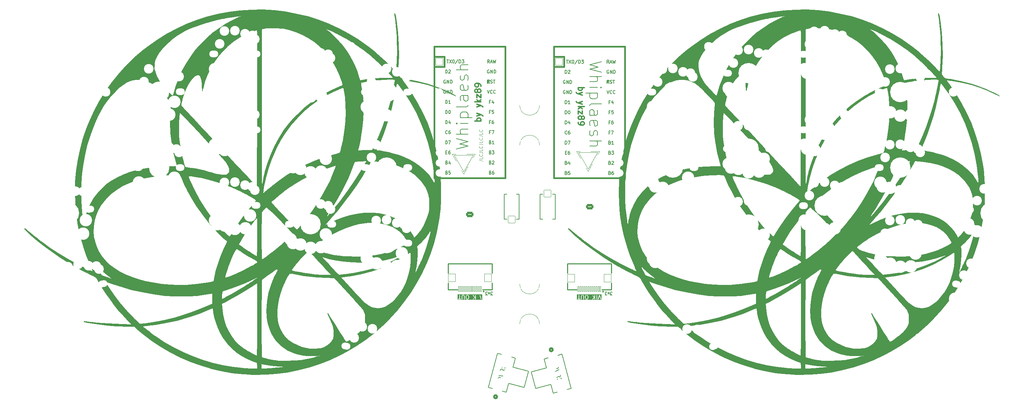
<source format=gbr>
%TF.GenerationSoftware,KiCad,Pcbnew,8.0.4*%
%TF.CreationDate,2024-11-04T14:23:45+01:00*%
%TF.ProjectId,Whiplaesh,57686970-6c61-4657-9368-2e6b69636164,0.1*%
%TF.SameCoordinates,Original*%
%TF.FileFunction,Legend,Top*%
%TF.FilePolarity,Positive*%
%FSLAX46Y46*%
G04 Gerber Fmt 4.6, Leading zero omitted, Abs format (unit mm)*
G04 Created by KiCad (PCBNEW 8.0.4) date 2024-11-04 14:23:45*
%MOMM*%
%LPD*%
G01*
G04 APERTURE LIST*
G04 Aperture macros list*
%AMRoundRect*
0 Rectangle with rounded corners*
0 $1 Rounding radius*
0 $2 $3 $4 $5 $6 $7 $8 $9 X,Y pos of 4 corners*
0 Add a 4 corners polygon primitive as box body*
4,1,4,$2,$3,$4,$5,$6,$7,$8,$9,$2,$3,0*
0 Add four circle primitives for the rounded corners*
1,1,$1+$1,$2,$3*
1,1,$1+$1,$4,$5*
1,1,$1+$1,$6,$7*
1,1,$1+$1,$8,$9*
0 Add four rect primitives between the rounded corners*
20,1,$1+$1,$2,$3,$4,$5,0*
20,1,$1+$1,$4,$5,$6,$7,0*
20,1,$1+$1,$6,$7,$8,$9,0*
20,1,$1+$1,$8,$9,$2,$3,0*%
G04 Aperture macros list end*
%ADD10C,0.300000*%
%ADD11C,0.100000*%
%ADD12C,0.200000*%
%ADD13C,0.150000*%
%ADD14C,0.254000*%
%ADD15C,0.152400*%
%ADD16C,0.000000*%
%ADD17C,0.381000*%
%ADD18C,0.508000*%
%ADD19R,1.752600X1.752600*%
%ADD20C,1.752600*%
%ADD21C,1.801800*%
%ADD22C,3.100000*%
%ADD23C,4.087800*%
%ADD24C,5.100000*%
%ADD25C,2.400000*%
%ADD26C,0.600000*%
%ADD27RoundRect,0.050000X0.140000X0.625000X-0.140000X0.625000X-0.140000X-0.625000X0.140000X-0.625000X0*%
%ADD28RoundRect,0.050000X0.900000X1.000000X-0.900000X1.000000X-0.900000X-1.000000X0.900000X-1.000000X0*%
%ADD29RoundRect,0.050000X0.876300X-0.876300X0.876300X0.876300X-0.876300X0.876300X-0.876300X-0.876300X0*%
%ADD30C,1.852600*%
%ADD31C,2.300000*%
%ADD32RoundRect,0.050000X-0.876300X0.876300X-0.876300X-0.876300X0.876300X-0.876300X0.876300X0.876300X0*%
%ADD33C,1.420800*%
%ADD34C,2.106600*%
%ADD35RoundRect,0.270833X0.654167X-0.379167X0.654167X0.379167X-0.654167X0.379167X-0.654167X-0.379167X0*%
%ADD36O,1.850000X1.300000*%
%ADD37RoundRect,0.270833X-0.654167X0.379167X-0.654167X-0.379167X0.654167X-0.379167X0.654167X0.379167X0*%
G04 APERTURE END LIST*
D10*
X137900828Y-61845489D02*
X136400828Y-61845489D01*
X136972257Y-61845489D02*
X136900828Y-61702632D01*
X136900828Y-61702632D02*
X136900828Y-61416917D01*
X136900828Y-61416917D02*
X136972257Y-61274060D01*
X136972257Y-61274060D02*
X137043685Y-61202632D01*
X137043685Y-61202632D02*
X137186542Y-61131203D01*
X137186542Y-61131203D02*
X137615114Y-61131203D01*
X137615114Y-61131203D02*
X137757971Y-61202632D01*
X137757971Y-61202632D02*
X137829400Y-61274060D01*
X137829400Y-61274060D02*
X137900828Y-61416917D01*
X137900828Y-61416917D02*
X137900828Y-61702632D01*
X137900828Y-61702632D02*
X137829400Y-61845489D01*
X136900828Y-60631203D02*
X137900828Y-60274060D01*
X136900828Y-59916917D02*
X137900828Y-60274060D01*
X137900828Y-60274060D02*
X138257971Y-60416917D01*
X138257971Y-60416917D02*
X138329400Y-60488346D01*
X138329400Y-60488346D02*
X138400828Y-60631203D01*
X136900828Y-58345489D02*
X137900828Y-57988346D01*
X136900828Y-57631203D02*
X137900828Y-57988346D01*
X137900828Y-57988346D02*
X138257971Y-58131203D01*
X138257971Y-58131203D02*
X138329400Y-58202632D01*
X138329400Y-58202632D02*
X138400828Y-58345489D01*
X137900828Y-57059775D02*
X136400828Y-57059775D01*
X137329400Y-56916918D02*
X137900828Y-56488346D01*
X136900828Y-56488346D02*
X137472257Y-57059775D01*
X136900828Y-55988346D02*
X136900828Y-55202632D01*
X136900828Y-55202632D02*
X137900828Y-55988346D01*
X137900828Y-55988346D02*
X137900828Y-55202632D01*
X137043685Y-54416917D02*
X136972257Y-54559774D01*
X136972257Y-54559774D02*
X136900828Y-54631203D01*
X136900828Y-54631203D02*
X136757971Y-54702631D01*
X136757971Y-54702631D02*
X136686542Y-54702631D01*
X136686542Y-54702631D02*
X136543685Y-54631203D01*
X136543685Y-54631203D02*
X136472257Y-54559774D01*
X136472257Y-54559774D02*
X136400828Y-54416917D01*
X136400828Y-54416917D02*
X136400828Y-54131203D01*
X136400828Y-54131203D02*
X136472257Y-53988346D01*
X136472257Y-53988346D02*
X136543685Y-53916917D01*
X136543685Y-53916917D02*
X136686542Y-53845488D01*
X136686542Y-53845488D02*
X136757971Y-53845488D01*
X136757971Y-53845488D02*
X136900828Y-53916917D01*
X136900828Y-53916917D02*
X136972257Y-53988346D01*
X136972257Y-53988346D02*
X137043685Y-54131203D01*
X137043685Y-54131203D02*
X137043685Y-54416917D01*
X137043685Y-54416917D02*
X137115114Y-54559774D01*
X137115114Y-54559774D02*
X137186542Y-54631203D01*
X137186542Y-54631203D02*
X137329400Y-54702631D01*
X137329400Y-54702631D02*
X137615114Y-54702631D01*
X137615114Y-54702631D02*
X137757971Y-54631203D01*
X137757971Y-54631203D02*
X137829400Y-54559774D01*
X137829400Y-54559774D02*
X137900828Y-54416917D01*
X137900828Y-54416917D02*
X137900828Y-54131203D01*
X137900828Y-54131203D02*
X137829400Y-53988346D01*
X137829400Y-53988346D02*
X137757971Y-53916917D01*
X137757971Y-53916917D02*
X137615114Y-53845488D01*
X137615114Y-53845488D02*
X137329400Y-53845488D01*
X137329400Y-53845488D02*
X137186542Y-53916917D01*
X137186542Y-53916917D02*
X137115114Y-53988346D01*
X137115114Y-53988346D02*
X137043685Y-54131203D01*
X137900828Y-53131203D02*
X137900828Y-52845489D01*
X137900828Y-52845489D02*
X137829400Y-52702632D01*
X137829400Y-52702632D02*
X137757971Y-52631203D01*
X137757971Y-52631203D02*
X137543685Y-52488346D01*
X137543685Y-52488346D02*
X137257971Y-52416917D01*
X137257971Y-52416917D02*
X136686542Y-52416917D01*
X136686542Y-52416917D02*
X136543685Y-52488346D01*
X136543685Y-52488346D02*
X136472257Y-52559775D01*
X136472257Y-52559775D02*
X136400828Y-52702632D01*
X136400828Y-52702632D02*
X136400828Y-52988346D01*
X136400828Y-52988346D02*
X136472257Y-53131203D01*
X136472257Y-53131203D02*
X136543685Y-53202632D01*
X136543685Y-53202632D02*
X136686542Y-53274060D01*
X136686542Y-53274060D02*
X137043685Y-53274060D01*
X137043685Y-53274060D02*
X137186542Y-53202632D01*
X137186542Y-53202632D02*
X137257971Y-53131203D01*
X137257971Y-53131203D02*
X137329400Y-52988346D01*
X137329400Y-52988346D02*
X137329400Y-52702632D01*
X137329400Y-52702632D02*
X137257971Y-52559775D01*
X137257971Y-52559775D02*
X137186542Y-52488346D01*
X137186542Y-52488346D02*
X137043685Y-52416917D01*
D11*
X137496783Y-71715111D02*
X138068283Y-71715111D01*
X138068283Y-71715111D02*
X138182583Y-71753211D01*
X138182583Y-71753211D02*
X138258783Y-71829411D01*
X138258783Y-71829411D02*
X138296883Y-71943711D01*
X138296883Y-71943711D02*
X138296883Y-72019911D01*
X138296883Y-70953111D02*
X138296883Y-71334111D01*
X138296883Y-71334111D02*
X137496783Y-71334111D01*
X138220683Y-70229211D02*
X138258783Y-70267311D01*
X138258783Y-70267311D02*
X138296883Y-70381611D01*
X138296883Y-70381611D02*
X138296883Y-70457811D01*
X138296883Y-70457811D02*
X138258783Y-70572111D01*
X138258783Y-70572111D02*
X138182583Y-70648311D01*
X138182583Y-70648311D02*
X138106383Y-70686411D01*
X138106383Y-70686411D02*
X137953983Y-70724511D01*
X137953983Y-70724511D02*
X137839683Y-70724511D01*
X137839683Y-70724511D02*
X137687283Y-70686411D01*
X137687283Y-70686411D02*
X137611083Y-70648311D01*
X137611083Y-70648311D02*
X137534883Y-70572111D01*
X137534883Y-70572111D02*
X137496783Y-70457811D01*
X137496783Y-70457811D02*
X137496783Y-70381611D01*
X137496783Y-70381611D02*
X137534883Y-70267311D01*
X137534883Y-70267311D02*
X137572983Y-70229211D01*
X137496783Y-69657711D02*
X138068283Y-69657711D01*
X138068283Y-69657711D02*
X138182583Y-69695811D01*
X138182583Y-69695811D02*
X138258783Y-69772011D01*
X138258783Y-69772011D02*
X138296883Y-69886311D01*
X138296883Y-69886311D02*
X138296883Y-69962511D01*
X138296883Y-68895711D02*
X138296883Y-69276711D01*
X138296883Y-69276711D02*
X137496783Y-69276711D01*
X138220683Y-68171811D02*
X138258783Y-68209911D01*
X138258783Y-68209911D02*
X138296883Y-68324211D01*
X138296883Y-68324211D02*
X138296883Y-68400411D01*
X138296883Y-68400411D02*
X138258783Y-68514711D01*
X138258783Y-68514711D02*
X138182583Y-68590911D01*
X138182583Y-68590911D02*
X138106383Y-68629011D01*
X138106383Y-68629011D02*
X137953983Y-68667111D01*
X137953983Y-68667111D02*
X137839683Y-68667111D01*
X137839683Y-68667111D02*
X137687283Y-68629011D01*
X137687283Y-68629011D02*
X137611083Y-68590911D01*
X137611083Y-68590911D02*
X137534883Y-68514711D01*
X137534883Y-68514711D02*
X137496783Y-68400411D01*
X137496783Y-68400411D02*
X137496783Y-68324211D01*
X137496783Y-68324211D02*
X137534883Y-68209911D01*
X137534883Y-68209911D02*
X137572983Y-68171811D01*
X137496783Y-67600311D02*
X138068283Y-67600311D01*
X138068283Y-67600311D02*
X138182583Y-67638411D01*
X138182583Y-67638411D02*
X138258783Y-67714611D01*
X138258783Y-67714611D02*
X138296883Y-67828911D01*
X138296883Y-67828911D02*
X138296883Y-67905111D01*
X138296883Y-66838311D02*
X138296883Y-67219311D01*
X138296883Y-67219311D02*
X137496783Y-67219311D01*
X138220683Y-66114411D02*
X138258783Y-66152511D01*
X138258783Y-66152511D02*
X138296883Y-66266811D01*
X138296883Y-66266811D02*
X138296883Y-66343011D01*
X138296883Y-66343011D02*
X138258783Y-66457311D01*
X138258783Y-66457311D02*
X138182583Y-66533511D01*
X138182583Y-66533511D02*
X138106383Y-66571611D01*
X138106383Y-66571611D02*
X137953983Y-66609711D01*
X137953983Y-66609711D02*
X137839683Y-66609711D01*
X137839683Y-66609711D02*
X137687283Y-66571611D01*
X137687283Y-66571611D02*
X137611083Y-66533511D01*
X137611083Y-66533511D02*
X137534883Y-66457311D01*
X137534883Y-66457311D02*
X137496783Y-66343011D01*
X137496783Y-66343011D02*
X137496783Y-66266811D01*
X137496783Y-66266811D02*
X137534883Y-66152511D01*
X137534883Y-66152511D02*
X137572983Y-66114411D01*
X137496783Y-65542911D02*
X138068283Y-65542911D01*
X138068283Y-65542911D02*
X138182583Y-65581011D01*
X138182583Y-65581011D02*
X138258783Y-65657211D01*
X138258783Y-65657211D02*
X138296883Y-65771511D01*
X138296883Y-65771511D02*
X138296883Y-65847711D01*
X138296883Y-64780911D02*
X138296883Y-65161911D01*
X138296883Y-65161911D02*
X137496783Y-65161911D01*
X138220683Y-64057011D02*
X138258783Y-64095111D01*
X138258783Y-64095111D02*
X138296883Y-64209411D01*
X138296883Y-64209411D02*
X138296883Y-64285611D01*
X138296883Y-64285611D02*
X138258783Y-64399911D01*
X138258783Y-64399911D02*
X138182583Y-64476111D01*
X138182583Y-64476111D02*
X138106383Y-64514211D01*
X138106383Y-64514211D02*
X137953983Y-64552311D01*
X137953983Y-64552311D02*
X137839683Y-64552311D01*
X137839683Y-64552311D02*
X137687283Y-64514211D01*
X137687283Y-64514211D02*
X137611083Y-64476111D01*
X137611083Y-64476111D02*
X137534883Y-64399911D01*
X137534883Y-64399911D02*
X137496783Y-64285611D01*
X137496783Y-64285611D02*
X137496783Y-64209411D01*
X137496783Y-64209411D02*
X137534883Y-64095111D01*
X137534883Y-64095111D02*
X137572983Y-64057011D01*
D12*
X168122542Y-46985714D02*
X165122542Y-47700000D01*
X165122542Y-47700000D02*
X167265400Y-48271428D01*
X167265400Y-48271428D02*
X165122542Y-48842857D01*
X165122542Y-48842857D02*
X168122542Y-49557143D01*
X165122542Y-50699999D02*
X168122542Y-50699999D01*
X165122542Y-51985714D02*
X166693971Y-51985714D01*
X166693971Y-51985714D02*
X166979685Y-51842856D01*
X166979685Y-51842856D02*
X167122542Y-51557142D01*
X167122542Y-51557142D02*
X167122542Y-51128571D01*
X167122542Y-51128571D02*
X166979685Y-50842856D01*
X166979685Y-50842856D02*
X166836828Y-50699999D01*
X165122542Y-53414285D02*
X167122542Y-53414285D01*
X168122542Y-53414285D02*
X167979685Y-53271428D01*
X167979685Y-53271428D02*
X167836828Y-53414285D01*
X167836828Y-53414285D02*
X167979685Y-53557142D01*
X167979685Y-53557142D02*
X168122542Y-53414285D01*
X168122542Y-53414285D02*
X167836828Y-53414285D01*
X167122542Y-54842856D02*
X164122542Y-54842856D01*
X166979685Y-54842856D02*
X167122542Y-55128571D01*
X167122542Y-55128571D02*
X167122542Y-55699999D01*
X167122542Y-55699999D02*
X166979685Y-55985713D01*
X166979685Y-55985713D02*
X166836828Y-56128571D01*
X166836828Y-56128571D02*
X166551114Y-56271428D01*
X166551114Y-56271428D02*
X165693971Y-56271428D01*
X165693971Y-56271428D02*
X165408257Y-56128571D01*
X165408257Y-56128571D02*
X165265400Y-55985713D01*
X165265400Y-55985713D02*
X165122542Y-55699999D01*
X165122542Y-55699999D02*
X165122542Y-55128571D01*
X165122542Y-55128571D02*
X165265400Y-54842856D01*
X165122542Y-57985714D02*
X165265400Y-57699999D01*
X165265400Y-57699999D02*
X165551114Y-57557142D01*
X165551114Y-57557142D02*
X168122542Y-57557142D01*
X165122542Y-60414286D02*
X166693971Y-60414286D01*
X166693971Y-60414286D02*
X166979685Y-60271428D01*
X166979685Y-60271428D02*
X167122542Y-59985714D01*
X167122542Y-59985714D02*
X167122542Y-59414286D01*
X167122542Y-59414286D02*
X166979685Y-59128571D01*
X165265400Y-60414286D02*
X165122542Y-60128571D01*
X165122542Y-60128571D02*
X165122542Y-59414286D01*
X165122542Y-59414286D02*
X165265400Y-59128571D01*
X165265400Y-59128571D02*
X165551114Y-58985714D01*
X165551114Y-58985714D02*
X165836828Y-58985714D01*
X165836828Y-58985714D02*
X166122542Y-59128571D01*
X166122542Y-59128571D02*
X166265400Y-59414286D01*
X166265400Y-59414286D02*
X166265400Y-60128571D01*
X166265400Y-60128571D02*
X166408257Y-60414286D01*
X165265400Y-62985714D02*
X165122542Y-62700000D01*
X165122542Y-62700000D02*
X165122542Y-62128572D01*
X165122542Y-62128572D02*
X165265400Y-61842857D01*
X165265400Y-61842857D02*
X165551114Y-61700000D01*
X165551114Y-61700000D02*
X166693971Y-61700000D01*
X166693971Y-61700000D02*
X166979685Y-61842857D01*
X166979685Y-61842857D02*
X167122542Y-62128572D01*
X167122542Y-62128572D02*
X167122542Y-62700000D01*
X167122542Y-62700000D02*
X166979685Y-62985714D01*
X166979685Y-62985714D02*
X166693971Y-63128572D01*
X166693971Y-63128572D02*
X166408257Y-63128572D01*
X166408257Y-63128572D02*
X166122542Y-61700000D01*
X165265400Y-64271429D02*
X165122542Y-64557143D01*
X165122542Y-64557143D02*
X165122542Y-65128572D01*
X165122542Y-65128572D02*
X165265400Y-65414286D01*
X165265400Y-65414286D02*
X165551114Y-65557143D01*
X165551114Y-65557143D02*
X165693971Y-65557143D01*
X165693971Y-65557143D02*
X165979685Y-65414286D01*
X165979685Y-65414286D02*
X166122542Y-65128572D01*
X166122542Y-65128572D02*
X166122542Y-64700001D01*
X166122542Y-64700001D02*
X166265400Y-64414286D01*
X166265400Y-64414286D02*
X166551114Y-64271429D01*
X166551114Y-64271429D02*
X166693971Y-64271429D01*
X166693971Y-64271429D02*
X166979685Y-64414286D01*
X166979685Y-64414286D02*
X167122542Y-64700001D01*
X167122542Y-64700001D02*
X167122542Y-65128572D01*
X167122542Y-65128572D02*
X166979685Y-65414286D01*
X165122542Y-66842857D02*
X168122542Y-66842857D01*
X165122542Y-68128572D02*
X166693971Y-68128572D01*
X166693971Y-68128572D02*
X166979685Y-67985714D01*
X166979685Y-67985714D02*
X167122542Y-67700000D01*
X167122542Y-67700000D02*
X167122542Y-67271429D01*
X167122542Y-67271429D02*
X166979685Y-66985714D01*
X166979685Y-66985714D02*
X166836828Y-66842857D01*
X131707457Y-68874285D02*
X134707457Y-68159999D01*
X134707457Y-68159999D02*
X132564600Y-67588571D01*
X132564600Y-67588571D02*
X134707457Y-67017142D01*
X134707457Y-67017142D02*
X131707457Y-66302857D01*
X134707457Y-65160000D02*
X131707457Y-65160000D01*
X134707457Y-63874286D02*
X133136028Y-63874286D01*
X133136028Y-63874286D02*
X132850314Y-64017143D01*
X132850314Y-64017143D02*
X132707457Y-64302857D01*
X132707457Y-64302857D02*
X132707457Y-64731428D01*
X132707457Y-64731428D02*
X132850314Y-65017143D01*
X132850314Y-65017143D02*
X132993171Y-65160000D01*
X134707457Y-62445714D02*
X132707457Y-62445714D01*
X131707457Y-62445714D02*
X131850314Y-62588571D01*
X131850314Y-62588571D02*
X131993171Y-62445714D01*
X131993171Y-62445714D02*
X131850314Y-62302857D01*
X131850314Y-62302857D02*
X131707457Y-62445714D01*
X131707457Y-62445714D02*
X131993171Y-62445714D01*
X132707457Y-61017143D02*
X135707457Y-61017143D01*
X132850314Y-61017143D02*
X132707457Y-60731429D01*
X132707457Y-60731429D02*
X132707457Y-60160000D01*
X132707457Y-60160000D02*
X132850314Y-59874286D01*
X132850314Y-59874286D02*
X132993171Y-59731429D01*
X132993171Y-59731429D02*
X133278885Y-59588571D01*
X133278885Y-59588571D02*
X134136028Y-59588571D01*
X134136028Y-59588571D02*
X134421742Y-59731429D01*
X134421742Y-59731429D02*
X134564600Y-59874286D01*
X134564600Y-59874286D02*
X134707457Y-60160000D01*
X134707457Y-60160000D02*
X134707457Y-60731429D01*
X134707457Y-60731429D02*
X134564600Y-61017143D01*
X134707457Y-57874285D02*
X134564600Y-58160000D01*
X134564600Y-58160000D02*
X134278885Y-58302857D01*
X134278885Y-58302857D02*
X131707457Y-58302857D01*
X134707457Y-55445714D02*
X133136028Y-55445714D01*
X133136028Y-55445714D02*
X132850314Y-55588571D01*
X132850314Y-55588571D02*
X132707457Y-55874285D01*
X132707457Y-55874285D02*
X132707457Y-56445714D01*
X132707457Y-56445714D02*
X132850314Y-56731428D01*
X134564600Y-55445714D02*
X134707457Y-55731428D01*
X134707457Y-55731428D02*
X134707457Y-56445714D01*
X134707457Y-56445714D02*
X134564600Y-56731428D01*
X134564600Y-56731428D02*
X134278885Y-56874285D01*
X134278885Y-56874285D02*
X133993171Y-56874285D01*
X133993171Y-56874285D02*
X133707457Y-56731428D01*
X133707457Y-56731428D02*
X133564600Y-56445714D01*
X133564600Y-56445714D02*
X133564600Y-55731428D01*
X133564600Y-55731428D02*
X133421742Y-55445714D01*
X134564600Y-52874285D02*
X134707457Y-53159999D01*
X134707457Y-53159999D02*
X134707457Y-53731428D01*
X134707457Y-53731428D02*
X134564600Y-54017142D01*
X134564600Y-54017142D02*
X134278885Y-54159999D01*
X134278885Y-54159999D02*
X133136028Y-54159999D01*
X133136028Y-54159999D02*
X132850314Y-54017142D01*
X132850314Y-54017142D02*
X132707457Y-53731428D01*
X132707457Y-53731428D02*
X132707457Y-53159999D01*
X132707457Y-53159999D02*
X132850314Y-52874285D01*
X132850314Y-52874285D02*
X133136028Y-52731428D01*
X133136028Y-52731428D02*
X133421742Y-52731428D01*
X133421742Y-52731428D02*
X133707457Y-54159999D01*
X134564600Y-51588570D02*
X134707457Y-51302856D01*
X134707457Y-51302856D02*
X134707457Y-50731427D01*
X134707457Y-50731427D02*
X134564600Y-50445713D01*
X134564600Y-50445713D02*
X134278885Y-50302856D01*
X134278885Y-50302856D02*
X134136028Y-50302856D01*
X134136028Y-50302856D02*
X133850314Y-50445713D01*
X133850314Y-50445713D02*
X133707457Y-50731427D01*
X133707457Y-50731427D02*
X133707457Y-51159999D01*
X133707457Y-51159999D02*
X133564600Y-51445713D01*
X133564600Y-51445713D02*
X133278885Y-51588570D01*
X133278885Y-51588570D02*
X133136028Y-51588570D01*
X133136028Y-51588570D02*
X132850314Y-51445713D01*
X132850314Y-51445713D02*
X132707457Y-51159999D01*
X132707457Y-51159999D02*
X132707457Y-50731427D01*
X132707457Y-50731427D02*
X132850314Y-50445713D01*
X134707457Y-49017142D02*
X131707457Y-49017142D01*
X134707457Y-47731428D02*
X133136028Y-47731428D01*
X133136028Y-47731428D02*
X132850314Y-47874285D01*
X132850314Y-47874285D02*
X132707457Y-48159999D01*
X132707457Y-48159999D02*
X132707457Y-48588570D01*
X132707457Y-48588570D02*
X132850314Y-48874285D01*
X132850314Y-48874285D02*
X132993171Y-49017142D01*
D10*
X162299171Y-53454510D02*
X163799171Y-53454510D01*
X163227742Y-53454510D02*
X163299171Y-53597368D01*
X163299171Y-53597368D02*
X163299171Y-53883082D01*
X163299171Y-53883082D02*
X163227742Y-54025939D01*
X163227742Y-54025939D02*
X163156314Y-54097368D01*
X163156314Y-54097368D02*
X163013457Y-54168796D01*
X163013457Y-54168796D02*
X162584885Y-54168796D01*
X162584885Y-54168796D02*
X162442028Y-54097368D01*
X162442028Y-54097368D02*
X162370600Y-54025939D01*
X162370600Y-54025939D02*
X162299171Y-53883082D01*
X162299171Y-53883082D02*
X162299171Y-53597368D01*
X162299171Y-53597368D02*
X162370600Y-53454510D01*
X163299171Y-54668796D02*
X162299171Y-55025939D01*
X163299171Y-55383082D02*
X162299171Y-55025939D01*
X162299171Y-55025939D02*
X161942028Y-54883082D01*
X161942028Y-54883082D02*
X161870600Y-54811653D01*
X161870600Y-54811653D02*
X161799171Y-54668796D01*
X163299171Y-56954510D02*
X162299171Y-57311653D01*
X163299171Y-57668796D02*
X162299171Y-57311653D01*
X162299171Y-57311653D02*
X161942028Y-57168796D01*
X161942028Y-57168796D02*
X161870600Y-57097367D01*
X161870600Y-57097367D02*
X161799171Y-56954510D01*
X162299171Y-58240224D02*
X163799171Y-58240224D01*
X162870600Y-58383082D02*
X162299171Y-58811653D01*
X163299171Y-58811653D02*
X162727742Y-58240224D01*
X163299171Y-59311653D02*
X163299171Y-60097368D01*
X163299171Y-60097368D02*
X162299171Y-59311653D01*
X162299171Y-59311653D02*
X162299171Y-60097368D01*
X163156314Y-60883082D02*
X163227742Y-60740225D01*
X163227742Y-60740225D02*
X163299171Y-60668796D01*
X163299171Y-60668796D02*
X163442028Y-60597368D01*
X163442028Y-60597368D02*
X163513457Y-60597368D01*
X163513457Y-60597368D02*
X163656314Y-60668796D01*
X163656314Y-60668796D02*
X163727742Y-60740225D01*
X163727742Y-60740225D02*
X163799171Y-60883082D01*
X163799171Y-60883082D02*
X163799171Y-61168796D01*
X163799171Y-61168796D02*
X163727742Y-61311654D01*
X163727742Y-61311654D02*
X163656314Y-61383082D01*
X163656314Y-61383082D02*
X163513457Y-61454511D01*
X163513457Y-61454511D02*
X163442028Y-61454511D01*
X163442028Y-61454511D02*
X163299171Y-61383082D01*
X163299171Y-61383082D02*
X163227742Y-61311654D01*
X163227742Y-61311654D02*
X163156314Y-61168796D01*
X163156314Y-61168796D02*
X163156314Y-60883082D01*
X163156314Y-60883082D02*
X163084885Y-60740225D01*
X163084885Y-60740225D02*
X163013457Y-60668796D01*
X163013457Y-60668796D02*
X162870600Y-60597368D01*
X162870600Y-60597368D02*
X162584885Y-60597368D01*
X162584885Y-60597368D02*
X162442028Y-60668796D01*
X162442028Y-60668796D02*
X162370600Y-60740225D01*
X162370600Y-60740225D02*
X162299171Y-60883082D01*
X162299171Y-60883082D02*
X162299171Y-61168796D01*
X162299171Y-61168796D02*
X162370600Y-61311654D01*
X162370600Y-61311654D02*
X162442028Y-61383082D01*
X162442028Y-61383082D02*
X162584885Y-61454511D01*
X162584885Y-61454511D02*
X162870600Y-61454511D01*
X162870600Y-61454511D02*
X163013457Y-61383082D01*
X163013457Y-61383082D02*
X163084885Y-61311654D01*
X163084885Y-61311654D02*
X163156314Y-61168796D01*
X162299171Y-62168796D02*
X162299171Y-62454510D01*
X162299171Y-62454510D02*
X162370600Y-62597367D01*
X162370600Y-62597367D02*
X162442028Y-62668796D01*
X162442028Y-62668796D02*
X162656314Y-62811653D01*
X162656314Y-62811653D02*
X162942028Y-62883082D01*
X162942028Y-62883082D02*
X163513457Y-62883082D01*
X163513457Y-62883082D02*
X163656314Y-62811653D01*
X163656314Y-62811653D02*
X163727742Y-62740225D01*
X163727742Y-62740225D02*
X163799171Y-62597367D01*
X163799171Y-62597367D02*
X163799171Y-62311653D01*
X163799171Y-62311653D02*
X163727742Y-62168796D01*
X163727742Y-62168796D02*
X163656314Y-62097367D01*
X163656314Y-62097367D02*
X163513457Y-62025939D01*
X163513457Y-62025939D02*
X163156314Y-62025939D01*
X163156314Y-62025939D02*
X163013457Y-62097367D01*
X163013457Y-62097367D02*
X162942028Y-62168796D01*
X162942028Y-62168796D02*
X162870600Y-62311653D01*
X162870600Y-62311653D02*
X162870600Y-62597367D01*
X162870600Y-62597367D02*
X162942028Y-62740225D01*
X162942028Y-62740225D02*
X163013457Y-62811653D01*
X163013457Y-62811653D02*
X163156314Y-62883082D01*
D13*
X170760824Y-105585261D02*
X170296538Y-105585261D01*
X170296538Y-105585261D02*
X170546538Y-105280461D01*
X170546538Y-105280461D02*
X170439395Y-105280461D01*
X170439395Y-105280461D02*
X170367967Y-105242361D01*
X170367967Y-105242361D02*
X170332252Y-105204261D01*
X170332252Y-105204261D02*
X170296538Y-105128061D01*
X170296538Y-105128061D02*
X170296538Y-104937561D01*
X170296538Y-104937561D02*
X170332252Y-104861361D01*
X170332252Y-104861361D02*
X170367967Y-104823261D01*
X170367967Y-104823261D02*
X170439395Y-104785161D01*
X170439395Y-104785161D02*
X170653681Y-104785161D01*
X170653681Y-104785161D02*
X170725109Y-104823261D01*
X170725109Y-104823261D02*
X170760824Y-104861361D01*
X170046538Y-105318561D02*
X169867966Y-104785161D01*
X169867966Y-104785161D02*
X169689395Y-105318561D01*
X169475109Y-105585261D02*
X169010823Y-105585261D01*
X169010823Y-105585261D02*
X169260823Y-105280461D01*
X169260823Y-105280461D02*
X169153680Y-105280461D01*
X169153680Y-105280461D02*
X169082252Y-105242361D01*
X169082252Y-105242361D02*
X169046537Y-105204261D01*
X169046537Y-105204261D02*
X169010823Y-105128061D01*
X169010823Y-105128061D02*
X169010823Y-104937561D01*
X169010823Y-104937561D02*
X169046537Y-104861361D01*
X169046537Y-104861361D02*
X169082252Y-104823261D01*
X169082252Y-104823261D02*
X169153680Y-104785161D01*
X169153680Y-104785161D02*
X169367966Y-104785161D01*
X169367966Y-104785161D02*
X169439394Y-104823261D01*
X169439394Y-104823261D02*
X169475109Y-104861361D01*
G36*
X164544967Y-105698882D02*
G01*
X164616910Y-105770825D01*
X164657252Y-105932192D01*
X164657252Y-106247057D01*
X164616910Y-106408423D01*
X164544968Y-106480366D01*
X164476452Y-106514624D01*
X164321386Y-106514624D01*
X164252870Y-106480366D01*
X164180927Y-106408423D01*
X164140586Y-106247057D01*
X164140586Y-105932192D01*
X164180927Y-105770825D01*
X164252869Y-105698883D01*
X164321387Y-105664624D01*
X164476451Y-105664624D01*
X164544967Y-105698882D01*
G37*
G36*
X168108250Y-106775735D02*
G01*
X161976154Y-106775735D01*
X161976154Y-106574992D01*
X162087265Y-106574992D01*
X162087265Y-106604256D01*
X162098464Y-106631292D01*
X162119156Y-106651984D01*
X162146192Y-106663183D01*
X162160824Y-106664624D01*
X162732252Y-106664624D01*
X162746884Y-106663183D01*
X162773920Y-106651984D01*
X162794612Y-106631292D01*
X162805811Y-106604256D01*
X162805811Y-106574992D01*
X162794612Y-106547956D01*
X162773920Y-106527264D01*
X162746884Y-106516065D01*
X162732252Y-106514624D01*
X162521538Y-106514624D01*
X162521538Y-105780101D01*
X162990586Y-105780101D01*
X162990586Y-106589624D01*
X162992027Y-106604256D01*
X163003226Y-106631292D01*
X163023918Y-106651984D01*
X163050954Y-106663183D01*
X163080218Y-106663183D01*
X163107254Y-106651984D01*
X163127946Y-106631292D01*
X163139145Y-106604256D01*
X163140586Y-106589624D01*
X163140586Y-105797806D01*
X163174844Y-105729290D01*
X163205250Y-105698883D01*
X163273768Y-105664624D01*
X163428832Y-105664624D01*
X163497348Y-105698882D01*
X163527756Y-105729290D01*
X163562014Y-105797806D01*
X163562014Y-106589624D01*
X163563455Y-106604256D01*
X163574654Y-106631292D01*
X163595346Y-106651984D01*
X163622382Y-106663183D01*
X163651646Y-106663183D01*
X163678682Y-106651984D01*
X163699374Y-106631292D01*
X163710573Y-106604256D01*
X163712014Y-106589624D01*
X163712014Y-105922958D01*
X163990586Y-105922958D01*
X163990586Y-106256291D01*
X163990837Y-106258844D01*
X163990675Y-106259937D01*
X163991484Y-106265410D01*
X163992027Y-106270923D01*
X163992449Y-106271944D01*
X163992825Y-106274481D01*
X164040444Y-106464957D01*
X164045391Y-106478803D01*
X164048711Y-106483284D01*
X164050845Y-106488435D01*
X164060172Y-106499800D01*
X164155410Y-106595038D01*
X164161160Y-106599758D01*
X164162459Y-106601255D01*
X164164713Y-106602674D01*
X164166775Y-106604366D01*
X164168607Y-106605124D01*
X164174902Y-106609087D01*
X164270140Y-106656706D01*
X164283871Y-106661961D01*
X164286560Y-106662152D01*
X164289049Y-106663183D01*
X164303681Y-106664624D01*
X164494157Y-106664624D01*
X164508789Y-106663183D01*
X164511278Y-106662151D01*
X164513966Y-106661961D01*
X164527698Y-106656706D01*
X164622936Y-106609087D01*
X164629235Y-106605122D01*
X164631063Y-106604365D01*
X164633119Y-106602676D01*
X164635379Y-106601255D01*
X164636678Y-106599756D01*
X164642428Y-106595038D01*
X164737666Y-106499800D01*
X164746994Y-106488435D01*
X164749128Y-106483281D01*
X164752447Y-106478803D01*
X164757394Y-106464957D01*
X164805013Y-106274481D01*
X164805388Y-106271944D01*
X164805811Y-106270923D01*
X164806353Y-106265410D01*
X164807163Y-106259937D01*
X164807000Y-106258844D01*
X164807252Y-106256291D01*
X164807252Y-105922958D01*
X164807000Y-105920404D01*
X164807163Y-105919312D01*
X164806353Y-105913838D01*
X164805811Y-105908326D01*
X164805388Y-105907304D01*
X164805013Y-105904768D01*
X164757394Y-105714292D01*
X164752447Y-105700446D01*
X164749128Y-105695967D01*
X164746994Y-105690814D01*
X164737666Y-105679449D01*
X164651923Y-105593706D01*
X165800221Y-105593706D01*
X165807484Y-105622054D01*
X165815110Y-105634624D01*
X166204652Y-106154015D01*
X165822077Y-106536591D01*
X165812750Y-106547956D01*
X165801551Y-106574993D01*
X165801551Y-106604255D01*
X165812750Y-106631292D01*
X165833442Y-106651984D01*
X165860479Y-106663183D01*
X165889741Y-106663183D01*
X165916778Y-106651984D01*
X165928143Y-106642657D01*
X166371538Y-106199262D01*
X166371538Y-106589624D01*
X166372979Y-106604256D01*
X166384178Y-106631292D01*
X166404870Y-106651984D01*
X166431906Y-106663183D01*
X166461170Y-106663183D01*
X166488206Y-106651984D01*
X166508898Y-106631292D01*
X166520097Y-106604256D01*
X166521538Y-106589624D01*
X166521538Y-105589624D01*
X166847728Y-105589624D01*
X166847728Y-106589624D01*
X166849169Y-106604256D01*
X166860368Y-106631292D01*
X166881060Y-106651984D01*
X166908096Y-106663183D01*
X166937360Y-106663183D01*
X166964396Y-106651984D01*
X166985088Y-106631292D01*
X166996287Y-106604256D01*
X166997728Y-106589624D01*
X166997728Y-106580244D01*
X167181651Y-106580244D01*
X167183726Y-106609434D01*
X167196812Y-106635607D01*
X167218919Y-106654781D01*
X167246682Y-106664035D01*
X167275872Y-106661960D01*
X167302045Y-106648874D01*
X167321219Y-106626767D01*
X167327213Y-106613341D01*
X167589395Y-105826794D01*
X167851577Y-106613341D01*
X167857571Y-106626766D01*
X167876745Y-106648873D01*
X167902918Y-106661960D01*
X167932108Y-106664035D01*
X167959870Y-106654781D01*
X167981978Y-106635607D01*
X167995064Y-106609433D01*
X167997139Y-106580243D01*
X167993879Y-106565907D01*
X167660546Y-105565907D01*
X167654552Y-105552481D01*
X167651040Y-105548432D01*
X167648645Y-105543641D01*
X167641541Y-105537479D01*
X167635378Y-105530374D01*
X167630584Y-105527977D01*
X167626537Y-105524467D01*
X167617615Y-105521493D01*
X167609205Y-105517288D01*
X167603860Y-105516908D01*
X167598775Y-105515213D01*
X167589395Y-105515879D01*
X167580015Y-105515213D01*
X167574929Y-105516908D01*
X167569585Y-105517288D01*
X167561177Y-105521492D01*
X167552252Y-105524467D01*
X167548201Y-105527980D01*
X167543412Y-105530375D01*
X167537253Y-105537475D01*
X167530145Y-105543641D01*
X167527748Y-105548434D01*
X167524238Y-105552482D01*
X167518244Y-105565907D01*
X167184911Y-106565907D01*
X167181651Y-106580244D01*
X166997728Y-106580244D01*
X166997728Y-105589624D01*
X166996287Y-105574992D01*
X166985088Y-105547956D01*
X166964396Y-105527264D01*
X166937360Y-105516065D01*
X166908096Y-105516065D01*
X166881060Y-105527264D01*
X166860368Y-105547956D01*
X166849169Y-105574992D01*
X166847728Y-105589624D01*
X166521538Y-105589624D01*
X166520097Y-105574992D01*
X166508898Y-105547956D01*
X166488206Y-105527264D01*
X166461170Y-105516065D01*
X166431906Y-105516065D01*
X166404870Y-105527264D01*
X166384178Y-105547956D01*
X166372979Y-105574992D01*
X166371538Y-105589624D01*
X166371538Y-105987130D01*
X166311795Y-106046872D01*
X165935110Y-105544624D01*
X165925178Y-105533783D01*
X165899997Y-105518874D01*
X165871028Y-105514735D01*
X165842680Y-105521998D01*
X165819269Y-105539556D01*
X165804360Y-105564737D01*
X165800221Y-105593706D01*
X164651923Y-105593706D01*
X164642428Y-105584211D01*
X164636679Y-105579493D01*
X164635380Y-105577995D01*
X164633120Y-105576572D01*
X164631063Y-105574884D01*
X164629235Y-105574127D01*
X164622937Y-105570162D01*
X164527699Y-105522542D01*
X164513967Y-105517287D01*
X164511277Y-105517095D01*
X164508789Y-105516065D01*
X164494157Y-105514624D01*
X164303681Y-105514624D01*
X164289049Y-105516065D01*
X164286560Y-105517095D01*
X164283871Y-105517287D01*
X164270140Y-105522542D01*
X164174901Y-105570162D01*
X164168608Y-105574123D01*
X164166775Y-105574883D01*
X164164710Y-105576577D01*
X164162459Y-105577995D01*
X164161163Y-105579488D01*
X164155410Y-105584211D01*
X164060172Y-105679449D01*
X164050845Y-105690814D01*
X164048711Y-105695964D01*
X164045391Y-105700446D01*
X164040444Y-105714292D01*
X163992825Y-105904768D01*
X163992449Y-105907304D01*
X163992027Y-105908326D01*
X163991484Y-105913838D01*
X163990675Y-105919312D01*
X163990837Y-105920404D01*
X163990586Y-105922958D01*
X163712014Y-105922958D01*
X163712014Y-105780101D01*
X163710573Y-105765469D01*
X163709542Y-105762980D01*
X163709351Y-105760291D01*
X163704096Y-105746560D01*
X163656477Y-105651322D01*
X163652512Y-105645022D01*
X163651755Y-105643195D01*
X163650066Y-105641138D01*
X163648645Y-105638879D01*
X163647146Y-105637579D01*
X163642428Y-105631830D01*
X163594809Y-105584211D01*
X163589060Y-105579493D01*
X163587761Y-105577995D01*
X163585501Y-105576572D01*
X163583444Y-105574884D01*
X163581616Y-105574127D01*
X163575318Y-105570162D01*
X163480080Y-105522542D01*
X163466348Y-105517287D01*
X163463658Y-105517095D01*
X163461170Y-105516065D01*
X163446538Y-105514624D01*
X163256062Y-105514624D01*
X163241430Y-105516065D01*
X163238941Y-105517095D01*
X163236252Y-105517287D01*
X163222521Y-105522542D01*
X163127282Y-105570162D01*
X163120984Y-105574126D01*
X163119156Y-105574884D01*
X163117095Y-105576575D01*
X163114840Y-105577995D01*
X163113543Y-105579490D01*
X163107791Y-105584211D01*
X163060172Y-105631830D01*
X163055453Y-105637579D01*
X163053955Y-105638879D01*
X163052533Y-105641138D01*
X163050845Y-105643195D01*
X163050087Y-105645022D01*
X163046123Y-105651322D01*
X162998504Y-105746560D01*
X162993249Y-105760292D01*
X162993058Y-105762979D01*
X162992027Y-105765469D01*
X162990586Y-105780101D01*
X162521538Y-105780101D01*
X162521538Y-105589624D01*
X162520097Y-105574992D01*
X162508898Y-105547956D01*
X162488206Y-105527264D01*
X162461170Y-105516065D01*
X162431906Y-105516065D01*
X162404870Y-105527264D01*
X162384178Y-105547956D01*
X162372979Y-105574992D01*
X162371538Y-105589624D01*
X162371538Y-106514624D01*
X162160824Y-106514624D01*
X162146192Y-106516065D01*
X162119156Y-106527264D01*
X162098464Y-106547956D01*
X162087265Y-106574992D01*
X161976154Y-106574992D01*
X161976154Y-105403513D01*
X168108250Y-105403513D01*
X168108250Y-106775735D01*
G37*
X159265190Y-74863247D02*
X159379476Y-74901342D01*
X159379476Y-74901342D02*
X159417571Y-74939438D01*
X159417571Y-74939438D02*
X159455667Y-75015628D01*
X159455667Y-75015628D02*
X159455667Y-75129914D01*
X159455667Y-75129914D02*
X159417571Y-75206104D01*
X159417571Y-75206104D02*
X159379476Y-75244200D01*
X159379476Y-75244200D02*
X159303286Y-75282295D01*
X159303286Y-75282295D02*
X158998524Y-75282295D01*
X158998524Y-75282295D02*
X158998524Y-74482295D01*
X158998524Y-74482295D02*
X159265190Y-74482295D01*
X159265190Y-74482295D02*
X159341381Y-74520390D01*
X159341381Y-74520390D02*
X159379476Y-74558485D01*
X159379476Y-74558485D02*
X159417571Y-74634676D01*
X159417571Y-74634676D02*
X159417571Y-74710866D01*
X159417571Y-74710866D02*
X159379476Y-74787057D01*
X159379476Y-74787057D02*
X159341381Y-74825152D01*
X159341381Y-74825152D02*
X159265190Y-74863247D01*
X159265190Y-74863247D02*
X158998524Y-74863247D01*
X160179476Y-74482295D02*
X159798524Y-74482295D01*
X159798524Y-74482295D02*
X159760428Y-74863247D01*
X159760428Y-74863247D02*
X159798524Y-74825152D01*
X159798524Y-74825152D02*
X159874714Y-74787057D01*
X159874714Y-74787057D02*
X160065190Y-74787057D01*
X160065190Y-74787057D02*
X160141381Y-74825152D01*
X160141381Y-74825152D02*
X160179476Y-74863247D01*
X160179476Y-74863247D02*
X160217571Y-74939438D01*
X160217571Y-74939438D02*
X160217571Y-75129914D01*
X160217571Y-75129914D02*
X160179476Y-75206104D01*
X160179476Y-75206104D02*
X160141381Y-75244200D01*
X160141381Y-75244200D02*
X160065190Y-75282295D01*
X160065190Y-75282295D02*
X159874714Y-75282295D01*
X159874714Y-75282295D02*
X159798524Y-75244200D01*
X159798524Y-75244200D02*
X159760428Y-75206104D01*
X169958619Y-47342295D02*
X169691952Y-46961342D01*
X169501476Y-47342295D02*
X169501476Y-46542295D01*
X169501476Y-46542295D02*
X169806238Y-46542295D01*
X169806238Y-46542295D02*
X169882428Y-46580390D01*
X169882428Y-46580390D02*
X169920523Y-46618485D01*
X169920523Y-46618485D02*
X169958619Y-46694676D01*
X169958619Y-46694676D02*
X169958619Y-46808961D01*
X169958619Y-46808961D02*
X169920523Y-46885152D01*
X169920523Y-46885152D02*
X169882428Y-46923247D01*
X169882428Y-46923247D02*
X169806238Y-46961342D01*
X169806238Y-46961342D02*
X169501476Y-46961342D01*
X170263380Y-47113723D02*
X170644333Y-47113723D01*
X170187190Y-47342295D02*
X170453857Y-46542295D01*
X170453857Y-46542295D02*
X170720523Y-47342295D01*
X170910999Y-46542295D02*
X171101475Y-47342295D01*
X171101475Y-47342295D02*
X171253856Y-46770866D01*
X171253856Y-46770866D02*
X171406237Y-47342295D01*
X171406237Y-47342295D02*
X171596714Y-46542295D01*
X158998523Y-62582295D02*
X158998523Y-61782295D01*
X158998523Y-61782295D02*
X159188999Y-61782295D01*
X159188999Y-61782295D02*
X159303285Y-61820390D01*
X159303285Y-61820390D02*
X159379475Y-61896580D01*
X159379475Y-61896580D02*
X159417570Y-61972771D01*
X159417570Y-61972771D02*
X159455666Y-62125152D01*
X159455666Y-62125152D02*
X159455666Y-62239438D01*
X159455666Y-62239438D02*
X159417570Y-62391819D01*
X159417570Y-62391819D02*
X159379475Y-62468009D01*
X159379475Y-62468009D02*
X159303285Y-62544200D01*
X159303285Y-62544200D02*
X159188999Y-62582295D01*
X159188999Y-62582295D02*
X158998523Y-62582295D01*
X160141380Y-62048961D02*
X160141380Y-62582295D01*
X159950904Y-61744200D02*
X159760427Y-62315628D01*
X159760427Y-62315628D02*
X160255666Y-62315628D01*
X158998523Y-49882295D02*
X158998523Y-49082295D01*
X158998523Y-49082295D02*
X159188999Y-49082295D01*
X159188999Y-49082295D02*
X159303285Y-49120390D01*
X159303285Y-49120390D02*
X159379475Y-49196580D01*
X159379475Y-49196580D02*
X159417570Y-49272771D01*
X159417570Y-49272771D02*
X159455666Y-49425152D01*
X159455666Y-49425152D02*
X159455666Y-49539438D01*
X159455666Y-49539438D02*
X159417570Y-49691819D01*
X159417570Y-49691819D02*
X159379475Y-49768009D01*
X159379475Y-49768009D02*
X159303285Y-49844200D01*
X159303285Y-49844200D02*
X159188999Y-49882295D01*
X159188999Y-49882295D02*
X158998523Y-49882295D01*
X159760427Y-49158485D02*
X159798523Y-49120390D01*
X159798523Y-49120390D02*
X159874713Y-49082295D01*
X159874713Y-49082295D02*
X160065189Y-49082295D01*
X160065189Y-49082295D02*
X160141380Y-49120390D01*
X160141380Y-49120390D02*
X160179475Y-49158485D01*
X160179475Y-49158485D02*
X160217570Y-49234676D01*
X160217570Y-49234676D02*
X160217570Y-49310866D01*
X160217570Y-49310866D02*
X160179475Y-49425152D01*
X160179475Y-49425152D02*
X159722332Y-49882295D01*
X159722332Y-49882295D02*
X160217570Y-49882295D01*
X159287651Y-46542295D02*
X159744794Y-46542295D01*
X159516222Y-47342295D02*
X159516222Y-46542295D01*
X159935270Y-46542295D02*
X160468604Y-47342295D01*
X160468604Y-46542295D02*
X159935270Y-47342295D01*
X160925747Y-46542295D02*
X161001937Y-46542295D01*
X161001937Y-46542295D02*
X161078128Y-46580390D01*
X161078128Y-46580390D02*
X161116223Y-46618485D01*
X161116223Y-46618485D02*
X161154318Y-46694676D01*
X161154318Y-46694676D02*
X161192413Y-46847057D01*
X161192413Y-46847057D02*
X161192413Y-47037533D01*
X161192413Y-47037533D02*
X161154318Y-47189914D01*
X161154318Y-47189914D02*
X161116223Y-47266104D01*
X161116223Y-47266104D02*
X161078128Y-47304200D01*
X161078128Y-47304200D02*
X161001937Y-47342295D01*
X161001937Y-47342295D02*
X160925747Y-47342295D01*
X160925747Y-47342295D02*
X160849556Y-47304200D01*
X160849556Y-47304200D02*
X160811461Y-47266104D01*
X160811461Y-47266104D02*
X160773366Y-47189914D01*
X160773366Y-47189914D02*
X160735270Y-47037533D01*
X160735270Y-47037533D02*
X160735270Y-46847057D01*
X160735270Y-46847057D02*
X160773366Y-46694676D01*
X160773366Y-46694676D02*
X160811461Y-46618485D01*
X160811461Y-46618485D02*
X160849556Y-46580390D01*
X160849556Y-46580390D02*
X160925747Y-46542295D01*
X162106699Y-46504200D02*
X161420985Y-47532771D01*
X162373366Y-47342295D02*
X162373366Y-46542295D01*
X162373366Y-46542295D02*
X162563842Y-46542295D01*
X162563842Y-46542295D02*
X162678128Y-46580390D01*
X162678128Y-46580390D02*
X162754318Y-46656580D01*
X162754318Y-46656580D02*
X162792413Y-46732771D01*
X162792413Y-46732771D02*
X162830509Y-46885152D01*
X162830509Y-46885152D02*
X162830509Y-46999438D01*
X162830509Y-46999438D02*
X162792413Y-47151819D01*
X162792413Y-47151819D02*
X162754318Y-47228009D01*
X162754318Y-47228009D02*
X162678128Y-47304200D01*
X162678128Y-47304200D02*
X162563842Y-47342295D01*
X162563842Y-47342295D02*
X162373366Y-47342295D01*
X163097175Y-46542295D02*
X163592413Y-46542295D01*
X163592413Y-46542295D02*
X163325747Y-46847057D01*
X163325747Y-46847057D02*
X163440032Y-46847057D01*
X163440032Y-46847057D02*
X163516223Y-46885152D01*
X163516223Y-46885152D02*
X163554318Y-46923247D01*
X163554318Y-46923247D02*
X163592413Y-46999438D01*
X163592413Y-46999438D02*
X163592413Y-47189914D01*
X163592413Y-47189914D02*
X163554318Y-47266104D01*
X163554318Y-47266104D02*
X163516223Y-47304200D01*
X163516223Y-47304200D02*
X163440032Y-47342295D01*
X163440032Y-47342295D02*
X163211461Y-47342295D01*
X163211461Y-47342295D02*
X163135270Y-47304200D01*
X163135270Y-47304200D02*
X163097175Y-47266104D01*
X169444333Y-54162295D02*
X169711000Y-54962295D01*
X169711000Y-54962295D02*
X169977666Y-54162295D01*
X170701476Y-54886104D02*
X170663380Y-54924200D01*
X170663380Y-54924200D02*
X170549095Y-54962295D01*
X170549095Y-54962295D02*
X170472904Y-54962295D01*
X170472904Y-54962295D02*
X170358618Y-54924200D01*
X170358618Y-54924200D02*
X170282428Y-54848009D01*
X170282428Y-54848009D02*
X170244333Y-54771819D01*
X170244333Y-54771819D02*
X170206237Y-54619438D01*
X170206237Y-54619438D02*
X170206237Y-54505152D01*
X170206237Y-54505152D02*
X170244333Y-54352771D01*
X170244333Y-54352771D02*
X170282428Y-54276580D01*
X170282428Y-54276580D02*
X170358618Y-54200390D01*
X170358618Y-54200390D02*
X170472904Y-54162295D01*
X170472904Y-54162295D02*
X170549095Y-54162295D01*
X170549095Y-54162295D02*
X170663380Y-54200390D01*
X170663380Y-54200390D02*
X170701476Y-54238485D01*
X171501476Y-54886104D02*
X171463380Y-54924200D01*
X171463380Y-54924200D02*
X171349095Y-54962295D01*
X171349095Y-54962295D02*
X171272904Y-54962295D01*
X171272904Y-54962295D02*
X171158618Y-54924200D01*
X171158618Y-54924200D02*
X171082428Y-54848009D01*
X171082428Y-54848009D02*
X171044333Y-54771819D01*
X171044333Y-54771819D02*
X171006237Y-54619438D01*
X171006237Y-54619438D02*
X171006237Y-54505152D01*
X171006237Y-54505152D02*
X171044333Y-54352771D01*
X171044333Y-54352771D02*
X171082428Y-54276580D01*
X171082428Y-54276580D02*
X171158618Y-54200390D01*
X171158618Y-54200390D02*
X171272904Y-54162295D01*
X171272904Y-54162295D02*
X171349095Y-54162295D01*
X171349095Y-54162295D02*
X171463380Y-54200390D01*
X171463380Y-54200390D02*
X171501476Y-54238485D01*
X158998524Y-67662295D02*
X158998524Y-66862295D01*
X158998524Y-66862295D02*
X159189000Y-66862295D01*
X159189000Y-66862295D02*
X159303286Y-66900390D01*
X159303286Y-66900390D02*
X159379476Y-66976580D01*
X159379476Y-66976580D02*
X159417571Y-67052771D01*
X159417571Y-67052771D02*
X159455667Y-67205152D01*
X159455667Y-67205152D02*
X159455667Y-67319438D01*
X159455667Y-67319438D02*
X159417571Y-67471819D01*
X159417571Y-67471819D02*
X159379476Y-67548009D01*
X159379476Y-67548009D02*
X159303286Y-67624200D01*
X159303286Y-67624200D02*
X159189000Y-67662295D01*
X159189000Y-67662295D02*
X158998524Y-67662295D01*
X159722333Y-66862295D02*
X160255667Y-66862295D01*
X160255667Y-66862295D02*
X159912809Y-67662295D01*
X170244334Y-59623247D02*
X169977668Y-59623247D01*
X169977668Y-60042295D02*
X169977668Y-59242295D01*
X169977668Y-59242295D02*
X170358620Y-59242295D01*
X171044334Y-59242295D02*
X170663382Y-59242295D01*
X170663382Y-59242295D02*
X170625286Y-59623247D01*
X170625286Y-59623247D02*
X170663382Y-59585152D01*
X170663382Y-59585152D02*
X170739572Y-59547057D01*
X170739572Y-59547057D02*
X170930048Y-59547057D01*
X170930048Y-59547057D02*
X171006239Y-59585152D01*
X171006239Y-59585152D02*
X171044334Y-59623247D01*
X171044334Y-59623247D02*
X171082429Y-59699438D01*
X171082429Y-59699438D02*
X171082429Y-59889914D01*
X171082429Y-59889914D02*
X171044334Y-59966104D01*
X171044334Y-59966104D02*
X171006239Y-60004200D01*
X171006239Y-60004200D02*
X170930048Y-60042295D01*
X170930048Y-60042295D02*
X170739572Y-60042295D01*
X170739572Y-60042295D02*
X170663382Y-60004200D01*
X170663382Y-60004200D02*
X170625286Y-59966104D01*
X170249787Y-52354200D02*
X170364073Y-52392295D01*
X170364073Y-52392295D02*
X170554549Y-52392295D01*
X170554549Y-52392295D02*
X170630740Y-52354200D01*
X170630740Y-52354200D02*
X170668835Y-52316104D01*
X170668835Y-52316104D02*
X170706930Y-52239914D01*
X170706930Y-52239914D02*
X170706930Y-52163723D01*
X170706930Y-52163723D02*
X170668835Y-52087533D01*
X170668835Y-52087533D02*
X170630740Y-52049438D01*
X170630740Y-52049438D02*
X170554549Y-52011342D01*
X170554549Y-52011342D02*
X170402168Y-51973247D01*
X170402168Y-51973247D02*
X170325978Y-51935152D01*
X170325978Y-51935152D02*
X170287883Y-51897057D01*
X170287883Y-51897057D02*
X170249787Y-51820866D01*
X170249787Y-51820866D02*
X170249787Y-51744676D01*
X170249787Y-51744676D02*
X170287883Y-51668485D01*
X170287883Y-51668485D02*
X170325978Y-51630390D01*
X170325978Y-51630390D02*
X170402168Y-51592295D01*
X170402168Y-51592295D02*
X170592645Y-51592295D01*
X170592645Y-51592295D02*
X170706930Y-51630390D01*
X170935502Y-51592295D02*
X171392645Y-51592295D01*
X171164073Y-52392295D02*
X171164073Y-51592295D01*
X159036619Y-69783247D02*
X159303285Y-69783247D01*
X159417571Y-70202295D02*
X159036619Y-70202295D01*
X159036619Y-70202295D02*
X159036619Y-69402295D01*
X159036619Y-69402295D02*
X159417571Y-69402295D01*
X160103286Y-69402295D02*
X159950905Y-69402295D01*
X159950905Y-69402295D02*
X159874714Y-69440390D01*
X159874714Y-69440390D02*
X159836619Y-69478485D01*
X159836619Y-69478485D02*
X159760429Y-69592771D01*
X159760429Y-69592771D02*
X159722333Y-69745152D01*
X159722333Y-69745152D02*
X159722333Y-70049914D01*
X159722333Y-70049914D02*
X159760429Y-70126104D01*
X159760429Y-70126104D02*
X159798524Y-70164200D01*
X159798524Y-70164200D02*
X159874714Y-70202295D01*
X159874714Y-70202295D02*
X160027095Y-70202295D01*
X160027095Y-70202295D02*
X160103286Y-70164200D01*
X160103286Y-70164200D02*
X160141381Y-70126104D01*
X160141381Y-70126104D02*
X160179476Y-70049914D01*
X160179476Y-70049914D02*
X160179476Y-69859438D01*
X160179476Y-69859438D02*
X160141381Y-69783247D01*
X160141381Y-69783247D02*
X160103286Y-69745152D01*
X160103286Y-69745152D02*
X160027095Y-69707057D01*
X160027095Y-69707057D02*
X159874714Y-69707057D01*
X159874714Y-69707057D02*
X159798524Y-69745152D01*
X159798524Y-69745152D02*
X159760429Y-69783247D01*
X159760429Y-69783247D02*
X159722333Y-69859438D01*
X158979476Y-51660390D02*
X158903286Y-51622295D01*
X158903286Y-51622295D02*
X158789000Y-51622295D01*
X158789000Y-51622295D02*
X158674714Y-51660390D01*
X158674714Y-51660390D02*
X158598524Y-51736580D01*
X158598524Y-51736580D02*
X158560429Y-51812771D01*
X158560429Y-51812771D02*
X158522333Y-51965152D01*
X158522333Y-51965152D02*
X158522333Y-52079438D01*
X158522333Y-52079438D02*
X158560429Y-52231819D01*
X158560429Y-52231819D02*
X158598524Y-52308009D01*
X158598524Y-52308009D02*
X158674714Y-52384200D01*
X158674714Y-52384200D02*
X158789000Y-52422295D01*
X158789000Y-52422295D02*
X158865191Y-52422295D01*
X158865191Y-52422295D02*
X158979476Y-52384200D01*
X158979476Y-52384200D02*
X159017572Y-52346104D01*
X159017572Y-52346104D02*
X159017572Y-52079438D01*
X159017572Y-52079438D02*
X158865191Y-52079438D01*
X159360429Y-52422295D02*
X159360429Y-51622295D01*
X159360429Y-51622295D02*
X159817572Y-52422295D01*
X159817572Y-52422295D02*
X159817572Y-51622295D01*
X160198524Y-52422295D02*
X160198524Y-51622295D01*
X160198524Y-51622295D02*
X160389000Y-51622295D01*
X160389000Y-51622295D02*
X160503286Y-51660390D01*
X160503286Y-51660390D02*
X160579476Y-51736580D01*
X160579476Y-51736580D02*
X160617571Y-51812771D01*
X160617571Y-51812771D02*
X160655667Y-51965152D01*
X160655667Y-51965152D02*
X160655667Y-52079438D01*
X160655667Y-52079438D02*
X160617571Y-52231819D01*
X160617571Y-52231819D02*
X160579476Y-52308009D01*
X160579476Y-52308009D02*
X160503286Y-52384200D01*
X160503286Y-52384200D02*
X160389000Y-52422295D01*
X160389000Y-52422295D02*
X160198524Y-52422295D01*
X170187191Y-72323247D02*
X170301477Y-72361342D01*
X170301477Y-72361342D02*
X170339572Y-72399438D01*
X170339572Y-72399438D02*
X170377668Y-72475628D01*
X170377668Y-72475628D02*
X170377668Y-72589914D01*
X170377668Y-72589914D02*
X170339572Y-72666104D01*
X170339572Y-72666104D02*
X170301477Y-72704200D01*
X170301477Y-72704200D02*
X170225287Y-72742295D01*
X170225287Y-72742295D02*
X169920525Y-72742295D01*
X169920525Y-72742295D02*
X169920525Y-71942295D01*
X169920525Y-71942295D02*
X170187191Y-71942295D01*
X170187191Y-71942295D02*
X170263382Y-71980390D01*
X170263382Y-71980390D02*
X170301477Y-72018485D01*
X170301477Y-72018485D02*
X170339572Y-72094676D01*
X170339572Y-72094676D02*
X170339572Y-72170866D01*
X170339572Y-72170866D02*
X170301477Y-72247057D01*
X170301477Y-72247057D02*
X170263382Y-72285152D01*
X170263382Y-72285152D02*
X170187191Y-72323247D01*
X170187191Y-72323247D02*
X169920525Y-72323247D01*
X170682429Y-72018485D02*
X170720525Y-71980390D01*
X170720525Y-71980390D02*
X170796715Y-71942295D01*
X170796715Y-71942295D02*
X170987191Y-71942295D01*
X170987191Y-71942295D02*
X171063382Y-71980390D01*
X171063382Y-71980390D02*
X171101477Y-72018485D01*
X171101477Y-72018485D02*
X171139572Y-72094676D01*
X171139572Y-72094676D02*
X171139572Y-72170866D01*
X171139572Y-72170866D02*
X171101477Y-72285152D01*
X171101477Y-72285152D02*
X170644334Y-72742295D01*
X170644334Y-72742295D02*
X171139572Y-72742295D01*
X158998524Y-57502295D02*
X158998524Y-56702295D01*
X158998524Y-56702295D02*
X159189000Y-56702295D01*
X159189000Y-56702295D02*
X159303286Y-56740390D01*
X159303286Y-56740390D02*
X159379476Y-56816580D01*
X159379476Y-56816580D02*
X159417571Y-56892771D01*
X159417571Y-56892771D02*
X159455667Y-57045152D01*
X159455667Y-57045152D02*
X159455667Y-57159438D01*
X159455667Y-57159438D02*
X159417571Y-57311819D01*
X159417571Y-57311819D02*
X159379476Y-57388009D01*
X159379476Y-57388009D02*
X159303286Y-57464200D01*
X159303286Y-57464200D02*
X159189000Y-57502295D01*
X159189000Y-57502295D02*
X158998524Y-57502295D01*
X160217571Y-57502295D02*
X159760428Y-57502295D01*
X159989000Y-57502295D02*
X159989000Y-56702295D01*
X159989000Y-56702295D02*
X159912809Y-56816580D01*
X159912809Y-56816580D02*
X159836619Y-56892771D01*
X159836619Y-56892771D02*
X159760428Y-56930866D01*
X170244334Y-62163247D02*
X169977668Y-62163247D01*
X169977668Y-62582295D02*
X169977668Y-61782295D01*
X169977668Y-61782295D02*
X170358620Y-61782295D01*
X171006239Y-61782295D02*
X170853858Y-61782295D01*
X170853858Y-61782295D02*
X170777667Y-61820390D01*
X170777667Y-61820390D02*
X170739572Y-61858485D01*
X170739572Y-61858485D02*
X170663382Y-61972771D01*
X170663382Y-61972771D02*
X170625286Y-62125152D01*
X170625286Y-62125152D02*
X170625286Y-62429914D01*
X170625286Y-62429914D02*
X170663382Y-62506104D01*
X170663382Y-62506104D02*
X170701477Y-62544200D01*
X170701477Y-62544200D02*
X170777667Y-62582295D01*
X170777667Y-62582295D02*
X170930048Y-62582295D01*
X170930048Y-62582295D02*
X171006239Y-62544200D01*
X171006239Y-62544200D02*
X171044334Y-62506104D01*
X171044334Y-62506104D02*
X171082429Y-62429914D01*
X171082429Y-62429914D02*
X171082429Y-62239438D01*
X171082429Y-62239438D02*
X171044334Y-62163247D01*
X171044334Y-62163247D02*
X171006239Y-62125152D01*
X171006239Y-62125152D02*
X170930048Y-62087057D01*
X170930048Y-62087057D02*
X170777667Y-62087057D01*
X170777667Y-62087057D02*
X170701477Y-62125152D01*
X170701477Y-62125152D02*
X170663382Y-62163247D01*
X170663382Y-62163247D02*
X170625286Y-62239438D01*
X159265189Y-72323247D02*
X159379475Y-72361342D01*
X159379475Y-72361342D02*
X159417570Y-72399438D01*
X159417570Y-72399438D02*
X159455666Y-72475628D01*
X159455666Y-72475628D02*
X159455666Y-72589914D01*
X159455666Y-72589914D02*
X159417570Y-72666104D01*
X159417570Y-72666104D02*
X159379475Y-72704200D01*
X159379475Y-72704200D02*
X159303285Y-72742295D01*
X159303285Y-72742295D02*
X158998523Y-72742295D01*
X158998523Y-72742295D02*
X158998523Y-71942295D01*
X158998523Y-71942295D02*
X159265189Y-71942295D01*
X159265189Y-71942295D02*
X159341380Y-71980390D01*
X159341380Y-71980390D02*
X159379475Y-72018485D01*
X159379475Y-72018485D02*
X159417570Y-72094676D01*
X159417570Y-72094676D02*
X159417570Y-72170866D01*
X159417570Y-72170866D02*
X159379475Y-72247057D01*
X159379475Y-72247057D02*
X159341380Y-72285152D01*
X159341380Y-72285152D02*
X159265189Y-72323247D01*
X159265189Y-72323247D02*
X158998523Y-72323247D01*
X160141380Y-72208961D02*
X160141380Y-72742295D01*
X159950904Y-71904200D02*
X159760427Y-72475628D01*
X159760427Y-72475628D02*
X160255666Y-72475628D01*
X170187190Y-67243247D02*
X170301476Y-67281342D01*
X170301476Y-67281342D02*
X170339571Y-67319438D01*
X170339571Y-67319438D02*
X170377667Y-67395628D01*
X170377667Y-67395628D02*
X170377667Y-67509914D01*
X170377667Y-67509914D02*
X170339571Y-67586104D01*
X170339571Y-67586104D02*
X170301476Y-67624200D01*
X170301476Y-67624200D02*
X170225286Y-67662295D01*
X170225286Y-67662295D02*
X169920524Y-67662295D01*
X169920524Y-67662295D02*
X169920524Y-66862295D01*
X169920524Y-66862295D02*
X170187190Y-66862295D01*
X170187190Y-66862295D02*
X170263381Y-66900390D01*
X170263381Y-66900390D02*
X170301476Y-66938485D01*
X170301476Y-66938485D02*
X170339571Y-67014676D01*
X170339571Y-67014676D02*
X170339571Y-67090866D01*
X170339571Y-67090866D02*
X170301476Y-67167057D01*
X170301476Y-67167057D02*
X170263381Y-67205152D01*
X170263381Y-67205152D02*
X170187190Y-67243247D01*
X170187190Y-67243247D02*
X169920524Y-67243247D01*
X171139571Y-67662295D02*
X170682428Y-67662295D01*
X170911000Y-67662295D02*
X170911000Y-66862295D01*
X170911000Y-66862295D02*
X170834809Y-66976580D01*
X170834809Y-66976580D02*
X170758619Y-67052771D01*
X170758619Y-67052771D02*
X170682428Y-67090866D01*
X170187190Y-74863247D02*
X170301476Y-74901342D01*
X170301476Y-74901342D02*
X170339571Y-74939438D01*
X170339571Y-74939438D02*
X170377667Y-75015628D01*
X170377667Y-75015628D02*
X170377667Y-75129914D01*
X170377667Y-75129914D02*
X170339571Y-75206104D01*
X170339571Y-75206104D02*
X170301476Y-75244200D01*
X170301476Y-75244200D02*
X170225286Y-75282295D01*
X170225286Y-75282295D02*
X169920524Y-75282295D01*
X169920524Y-75282295D02*
X169920524Y-74482295D01*
X169920524Y-74482295D02*
X170187190Y-74482295D01*
X170187190Y-74482295D02*
X170263381Y-74520390D01*
X170263381Y-74520390D02*
X170301476Y-74558485D01*
X170301476Y-74558485D02*
X170339571Y-74634676D01*
X170339571Y-74634676D02*
X170339571Y-74710866D01*
X170339571Y-74710866D02*
X170301476Y-74787057D01*
X170301476Y-74787057D02*
X170263381Y-74825152D01*
X170263381Y-74825152D02*
X170187190Y-74863247D01*
X170187190Y-74863247D02*
X169920524Y-74863247D01*
X171063381Y-74482295D02*
X170911000Y-74482295D01*
X170911000Y-74482295D02*
X170834809Y-74520390D01*
X170834809Y-74520390D02*
X170796714Y-74558485D01*
X170796714Y-74558485D02*
X170720524Y-74672771D01*
X170720524Y-74672771D02*
X170682428Y-74825152D01*
X170682428Y-74825152D02*
X170682428Y-75129914D01*
X170682428Y-75129914D02*
X170720524Y-75206104D01*
X170720524Y-75206104D02*
X170758619Y-75244200D01*
X170758619Y-75244200D02*
X170834809Y-75282295D01*
X170834809Y-75282295D02*
X170987190Y-75282295D01*
X170987190Y-75282295D02*
X171063381Y-75244200D01*
X171063381Y-75244200D02*
X171101476Y-75206104D01*
X171101476Y-75206104D02*
X171139571Y-75129914D01*
X171139571Y-75129914D02*
X171139571Y-74939438D01*
X171139571Y-74939438D02*
X171101476Y-74863247D01*
X171101476Y-74863247D02*
X171063381Y-74825152D01*
X171063381Y-74825152D02*
X170987190Y-74787057D01*
X170987190Y-74787057D02*
X170834809Y-74787057D01*
X170834809Y-74787057D02*
X170758619Y-74825152D01*
X170758619Y-74825152D02*
X170720524Y-74863247D01*
X170720524Y-74863247D02*
X170682428Y-74939438D01*
X158998523Y-60042295D02*
X158998523Y-59242295D01*
X158998523Y-59242295D02*
X159188999Y-59242295D01*
X159188999Y-59242295D02*
X159303285Y-59280390D01*
X159303285Y-59280390D02*
X159379475Y-59356580D01*
X159379475Y-59356580D02*
X159417570Y-59432771D01*
X159417570Y-59432771D02*
X159455666Y-59585152D01*
X159455666Y-59585152D02*
X159455666Y-59699438D01*
X159455666Y-59699438D02*
X159417570Y-59851819D01*
X159417570Y-59851819D02*
X159379475Y-59928009D01*
X159379475Y-59928009D02*
X159303285Y-60004200D01*
X159303285Y-60004200D02*
X159188999Y-60042295D01*
X159188999Y-60042295D02*
X158998523Y-60042295D01*
X159950904Y-59242295D02*
X160027094Y-59242295D01*
X160027094Y-59242295D02*
X160103285Y-59280390D01*
X160103285Y-59280390D02*
X160141380Y-59318485D01*
X160141380Y-59318485D02*
X160179475Y-59394676D01*
X160179475Y-59394676D02*
X160217570Y-59547057D01*
X160217570Y-59547057D02*
X160217570Y-59737533D01*
X160217570Y-59737533D02*
X160179475Y-59889914D01*
X160179475Y-59889914D02*
X160141380Y-59966104D01*
X160141380Y-59966104D02*
X160103285Y-60004200D01*
X160103285Y-60004200D02*
X160027094Y-60042295D01*
X160027094Y-60042295D02*
X159950904Y-60042295D01*
X159950904Y-60042295D02*
X159874713Y-60004200D01*
X159874713Y-60004200D02*
X159836618Y-59966104D01*
X159836618Y-59966104D02*
X159798523Y-59889914D01*
X159798523Y-59889914D02*
X159760427Y-59737533D01*
X159760427Y-59737533D02*
X159760427Y-59547057D01*
X159760427Y-59547057D02*
X159798523Y-59394676D01*
X159798523Y-59394676D02*
X159836618Y-59318485D01*
X159836618Y-59318485D02*
X159874713Y-59280390D01*
X159874713Y-59280390D02*
X159950904Y-59242295D01*
X170244333Y-64703247D02*
X169977667Y-64703247D01*
X169977667Y-65122295D02*
X169977667Y-64322295D01*
X169977667Y-64322295D02*
X170358619Y-64322295D01*
X170587190Y-64322295D02*
X171120524Y-64322295D01*
X171120524Y-64322295D02*
X170777666Y-65122295D01*
X169901477Y-49120390D02*
X169825287Y-49082295D01*
X169825287Y-49082295D02*
X169711001Y-49082295D01*
X169711001Y-49082295D02*
X169596715Y-49120390D01*
X169596715Y-49120390D02*
X169520525Y-49196580D01*
X169520525Y-49196580D02*
X169482430Y-49272771D01*
X169482430Y-49272771D02*
X169444334Y-49425152D01*
X169444334Y-49425152D02*
X169444334Y-49539438D01*
X169444334Y-49539438D02*
X169482430Y-49691819D01*
X169482430Y-49691819D02*
X169520525Y-49768009D01*
X169520525Y-49768009D02*
X169596715Y-49844200D01*
X169596715Y-49844200D02*
X169711001Y-49882295D01*
X169711001Y-49882295D02*
X169787192Y-49882295D01*
X169787192Y-49882295D02*
X169901477Y-49844200D01*
X169901477Y-49844200D02*
X169939573Y-49806104D01*
X169939573Y-49806104D02*
X169939573Y-49539438D01*
X169939573Y-49539438D02*
X169787192Y-49539438D01*
X170282430Y-49882295D02*
X170282430Y-49082295D01*
X170282430Y-49082295D02*
X170739573Y-49882295D01*
X170739573Y-49882295D02*
X170739573Y-49082295D01*
X171120525Y-49882295D02*
X171120525Y-49082295D01*
X171120525Y-49082295D02*
X171311001Y-49082295D01*
X171311001Y-49082295D02*
X171425287Y-49120390D01*
X171425287Y-49120390D02*
X171501477Y-49196580D01*
X171501477Y-49196580D02*
X171539572Y-49272771D01*
X171539572Y-49272771D02*
X171577668Y-49425152D01*
X171577668Y-49425152D02*
X171577668Y-49539438D01*
X171577668Y-49539438D02*
X171539572Y-49691819D01*
X171539572Y-49691819D02*
X171501477Y-49768009D01*
X171501477Y-49768009D02*
X171425287Y-49844200D01*
X171425287Y-49844200D02*
X171311001Y-49882295D01*
X171311001Y-49882295D02*
X171120525Y-49882295D01*
X159455667Y-65046104D02*
X159417571Y-65084200D01*
X159417571Y-65084200D02*
X159303286Y-65122295D01*
X159303286Y-65122295D02*
X159227095Y-65122295D01*
X159227095Y-65122295D02*
X159112809Y-65084200D01*
X159112809Y-65084200D02*
X159036619Y-65008009D01*
X159036619Y-65008009D02*
X158998524Y-64931819D01*
X158998524Y-64931819D02*
X158960428Y-64779438D01*
X158960428Y-64779438D02*
X158960428Y-64665152D01*
X158960428Y-64665152D02*
X158998524Y-64512771D01*
X158998524Y-64512771D02*
X159036619Y-64436580D01*
X159036619Y-64436580D02*
X159112809Y-64360390D01*
X159112809Y-64360390D02*
X159227095Y-64322295D01*
X159227095Y-64322295D02*
X159303286Y-64322295D01*
X159303286Y-64322295D02*
X159417571Y-64360390D01*
X159417571Y-64360390D02*
X159455667Y-64398485D01*
X160141381Y-64322295D02*
X159989000Y-64322295D01*
X159989000Y-64322295D02*
X159912809Y-64360390D01*
X159912809Y-64360390D02*
X159874714Y-64398485D01*
X159874714Y-64398485D02*
X159798524Y-64512771D01*
X159798524Y-64512771D02*
X159760428Y-64665152D01*
X159760428Y-64665152D02*
X159760428Y-64969914D01*
X159760428Y-64969914D02*
X159798524Y-65046104D01*
X159798524Y-65046104D02*
X159836619Y-65084200D01*
X159836619Y-65084200D02*
X159912809Y-65122295D01*
X159912809Y-65122295D02*
X160065190Y-65122295D01*
X160065190Y-65122295D02*
X160141381Y-65084200D01*
X160141381Y-65084200D02*
X160179476Y-65046104D01*
X160179476Y-65046104D02*
X160217571Y-64969914D01*
X160217571Y-64969914D02*
X160217571Y-64779438D01*
X160217571Y-64779438D02*
X160179476Y-64703247D01*
X160179476Y-64703247D02*
X160141381Y-64665152D01*
X160141381Y-64665152D02*
X160065190Y-64627057D01*
X160065190Y-64627057D02*
X159912809Y-64627057D01*
X159912809Y-64627057D02*
X159836619Y-64665152D01*
X159836619Y-64665152D02*
X159798524Y-64703247D01*
X159798524Y-64703247D02*
X159760428Y-64779438D01*
X170244333Y-57083247D02*
X169977667Y-57083247D01*
X169977667Y-57502295D02*
X169977667Y-56702295D01*
X169977667Y-56702295D02*
X170358619Y-56702295D01*
X171006238Y-56968961D02*
X171006238Y-57502295D01*
X170815762Y-56664200D02*
X170625285Y-57235628D01*
X170625285Y-57235628D02*
X171120524Y-57235628D01*
X158979476Y-54200390D02*
X158903286Y-54162295D01*
X158903286Y-54162295D02*
X158789000Y-54162295D01*
X158789000Y-54162295D02*
X158674714Y-54200390D01*
X158674714Y-54200390D02*
X158598524Y-54276580D01*
X158598524Y-54276580D02*
X158560429Y-54352771D01*
X158560429Y-54352771D02*
X158522333Y-54505152D01*
X158522333Y-54505152D02*
X158522333Y-54619438D01*
X158522333Y-54619438D02*
X158560429Y-54771819D01*
X158560429Y-54771819D02*
X158598524Y-54848009D01*
X158598524Y-54848009D02*
X158674714Y-54924200D01*
X158674714Y-54924200D02*
X158789000Y-54962295D01*
X158789000Y-54962295D02*
X158865191Y-54962295D01*
X158865191Y-54962295D02*
X158979476Y-54924200D01*
X158979476Y-54924200D02*
X159017572Y-54886104D01*
X159017572Y-54886104D02*
X159017572Y-54619438D01*
X159017572Y-54619438D02*
X158865191Y-54619438D01*
X159360429Y-54962295D02*
X159360429Y-54162295D01*
X159360429Y-54162295D02*
X159817572Y-54962295D01*
X159817572Y-54962295D02*
X159817572Y-54162295D01*
X160198524Y-54962295D02*
X160198524Y-54162295D01*
X160198524Y-54162295D02*
X160389000Y-54162295D01*
X160389000Y-54162295D02*
X160503286Y-54200390D01*
X160503286Y-54200390D02*
X160579476Y-54276580D01*
X160579476Y-54276580D02*
X160617571Y-54352771D01*
X160617571Y-54352771D02*
X160655667Y-54505152D01*
X160655667Y-54505152D02*
X160655667Y-54619438D01*
X160655667Y-54619438D02*
X160617571Y-54771819D01*
X160617571Y-54771819D02*
X160579476Y-54848009D01*
X160579476Y-54848009D02*
X160503286Y-54924200D01*
X160503286Y-54924200D02*
X160389000Y-54962295D01*
X160389000Y-54962295D02*
X160198524Y-54962295D01*
X170187190Y-69783247D02*
X170301476Y-69821342D01*
X170301476Y-69821342D02*
X170339571Y-69859438D01*
X170339571Y-69859438D02*
X170377667Y-69935628D01*
X170377667Y-69935628D02*
X170377667Y-70049914D01*
X170377667Y-70049914D02*
X170339571Y-70126104D01*
X170339571Y-70126104D02*
X170301476Y-70164200D01*
X170301476Y-70164200D02*
X170225286Y-70202295D01*
X170225286Y-70202295D02*
X169920524Y-70202295D01*
X169920524Y-70202295D02*
X169920524Y-69402295D01*
X169920524Y-69402295D02*
X170187190Y-69402295D01*
X170187190Y-69402295D02*
X170263381Y-69440390D01*
X170263381Y-69440390D02*
X170301476Y-69478485D01*
X170301476Y-69478485D02*
X170339571Y-69554676D01*
X170339571Y-69554676D02*
X170339571Y-69630866D01*
X170339571Y-69630866D02*
X170301476Y-69707057D01*
X170301476Y-69707057D02*
X170263381Y-69745152D01*
X170263381Y-69745152D02*
X170187190Y-69783247D01*
X170187190Y-69783247D02*
X169920524Y-69783247D01*
X170644333Y-69402295D02*
X171139571Y-69402295D01*
X171139571Y-69402295D02*
X170872905Y-69707057D01*
X170872905Y-69707057D02*
X170987190Y-69707057D01*
X170987190Y-69707057D02*
X171063381Y-69745152D01*
X171063381Y-69745152D02*
X171101476Y-69783247D01*
X171101476Y-69783247D02*
X171139571Y-69859438D01*
X171139571Y-69859438D02*
X171139571Y-70049914D01*
X171139571Y-70049914D02*
X171101476Y-70126104D01*
X171101476Y-70126104D02*
X171063381Y-70164200D01*
X171063381Y-70164200D02*
X170987190Y-70202295D01*
X170987190Y-70202295D02*
X170758619Y-70202295D01*
X170758619Y-70202295D02*
X170682428Y-70164200D01*
X170682428Y-70164200D02*
X170644333Y-70126104D01*
X140843742Y-105560688D02*
X140379456Y-105560688D01*
X140379456Y-105560688D02*
X140629456Y-105255888D01*
X140629456Y-105255888D02*
X140522313Y-105255888D01*
X140522313Y-105255888D02*
X140450885Y-105217788D01*
X140450885Y-105217788D02*
X140415170Y-105179688D01*
X140415170Y-105179688D02*
X140379456Y-105103488D01*
X140379456Y-105103488D02*
X140379456Y-104912988D01*
X140379456Y-104912988D02*
X140415170Y-104836788D01*
X140415170Y-104836788D02*
X140450885Y-104798688D01*
X140450885Y-104798688D02*
X140522313Y-104760588D01*
X140522313Y-104760588D02*
X140736599Y-104760588D01*
X140736599Y-104760588D02*
X140808027Y-104798688D01*
X140808027Y-104798688D02*
X140843742Y-104836788D01*
X140129456Y-105293988D02*
X139950884Y-104760588D01*
X139950884Y-104760588D02*
X139772313Y-105293988D01*
X139558027Y-105560688D02*
X139093741Y-105560688D01*
X139093741Y-105560688D02*
X139343741Y-105255888D01*
X139343741Y-105255888D02*
X139236598Y-105255888D01*
X139236598Y-105255888D02*
X139165170Y-105217788D01*
X139165170Y-105217788D02*
X139129455Y-105179688D01*
X139129455Y-105179688D02*
X139093741Y-105103488D01*
X139093741Y-105103488D02*
X139093741Y-104912988D01*
X139093741Y-104912988D02*
X139129455Y-104836788D01*
X139129455Y-104836788D02*
X139165170Y-104798688D01*
X139165170Y-104798688D02*
X139236598Y-104760588D01*
X139236598Y-104760588D02*
X139450884Y-104760588D01*
X139450884Y-104760588D02*
X139522312Y-104798688D01*
X139522312Y-104798688D02*
X139558027Y-104836788D01*
G36*
X134627886Y-105674310D02*
G01*
X134699829Y-105746253D01*
X134740171Y-105907620D01*
X134740171Y-106222485D01*
X134699829Y-106383851D01*
X134627887Y-106455794D01*
X134559371Y-106490052D01*
X134404305Y-106490052D01*
X134335789Y-106455794D01*
X134263846Y-106383851D01*
X134223505Y-106222485D01*
X134223505Y-105907620D01*
X134263846Y-105746253D01*
X134335788Y-105674311D01*
X134404306Y-105640052D01*
X134559370Y-105640052D01*
X134627886Y-105674310D01*
G37*
G36*
X138191169Y-106751163D02*
G01*
X132059073Y-106751163D01*
X132059073Y-106550420D01*
X132170184Y-106550420D01*
X132170184Y-106579684D01*
X132181383Y-106606720D01*
X132202075Y-106627412D01*
X132229111Y-106638611D01*
X132243743Y-106640052D01*
X132815171Y-106640052D01*
X132829803Y-106638611D01*
X132856839Y-106627412D01*
X132877531Y-106606720D01*
X132888730Y-106579684D01*
X132888730Y-106550420D01*
X132877531Y-106523384D01*
X132856839Y-106502692D01*
X132829803Y-106491493D01*
X132815171Y-106490052D01*
X132604457Y-106490052D01*
X132604457Y-105755529D01*
X133073505Y-105755529D01*
X133073505Y-106565052D01*
X133074946Y-106579684D01*
X133086145Y-106606720D01*
X133106837Y-106627412D01*
X133133873Y-106638611D01*
X133163137Y-106638611D01*
X133190173Y-106627412D01*
X133210865Y-106606720D01*
X133222064Y-106579684D01*
X133223505Y-106565052D01*
X133223505Y-105773234D01*
X133257763Y-105704718D01*
X133288169Y-105674311D01*
X133356687Y-105640052D01*
X133511751Y-105640052D01*
X133580267Y-105674310D01*
X133610675Y-105704718D01*
X133644933Y-105773234D01*
X133644933Y-106565052D01*
X133646374Y-106579684D01*
X133657573Y-106606720D01*
X133678265Y-106627412D01*
X133705301Y-106638611D01*
X133734565Y-106638611D01*
X133761601Y-106627412D01*
X133782293Y-106606720D01*
X133793492Y-106579684D01*
X133794933Y-106565052D01*
X133794933Y-105898386D01*
X134073505Y-105898386D01*
X134073505Y-106231719D01*
X134073756Y-106234272D01*
X134073594Y-106235365D01*
X134074403Y-106240838D01*
X134074946Y-106246351D01*
X134075368Y-106247372D01*
X134075744Y-106249909D01*
X134123363Y-106440385D01*
X134128310Y-106454231D01*
X134131630Y-106458712D01*
X134133764Y-106463863D01*
X134143091Y-106475228D01*
X134238329Y-106570466D01*
X134244079Y-106575186D01*
X134245378Y-106576683D01*
X134247632Y-106578102D01*
X134249694Y-106579794D01*
X134251526Y-106580552D01*
X134257821Y-106584515D01*
X134353059Y-106632134D01*
X134366790Y-106637389D01*
X134369479Y-106637580D01*
X134371968Y-106638611D01*
X134386600Y-106640052D01*
X134577076Y-106640052D01*
X134591708Y-106638611D01*
X134594197Y-106637579D01*
X134596885Y-106637389D01*
X134610617Y-106632134D01*
X134705855Y-106584515D01*
X134712154Y-106580550D01*
X134713982Y-106579793D01*
X134716038Y-106578104D01*
X134718298Y-106576683D01*
X134719597Y-106575184D01*
X134725347Y-106570466D01*
X134820585Y-106475228D01*
X134829913Y-106463863D01*
X134832047Y-106458709D01*
X134835366Y-106454231D01*
X134840313Y-106440385D01*
X134887932Y-106249909D01*
X134888307Y-106247372D01*
X134888730Y-106246351D01*
X134889272Y-106240838D01*
X134890082Y-106235365D01*
X134889919Y-106234272D01*
X134890171Y-106231719D01*
X134890171Y-105898386D01*
X134889919Y-105895832D01*
X134890082Y-105894740D01*
X134889272Y-105889266D01*
X134888730Y-105883754D01*
X134888307Y-105882732D01*
X134887932Y-105880196D01*
X134840313Y-105689720D01*
X134835366Y-105675874D01*
X134832047Y-105671395D01*
X134829913Y-105666242D01*
X134820585Y-105654877D01*
X134734842Y-105569134D01*
X135883140Y-105569134D01*
X135890403Y-105597482D01*
X135898029Y-105610052D01*
X136287571Y-106129443D01*
X135904996Y-106512019D01*
X135895669Y-106523384D01*
X135884470Y-106550421D01*
X135884470Y-106579683D01*
X135895669Y-106606720D01*
X135916361Y-106627412D01*
X135943398Y-106638611D01*
X135972660Y-106638611D01*
X135999697Y-106627412D01*
X136011062Y-106618085D01*
X136454457Y-106174690D01*
X136454457Y-106565052D01*
X136455898Y-106579684D01*
X136467097Y-106606720D01*
X136487789Y-106627412D01*
X136514825Y-106638611D01*
X136544089Y-106638611D01*
X136571125Y-106627412D01*
X136591817Y-106606720D01*
X136603016Y-106579684D01*
X136604457Y-106565052D01*
X136604457Y-105565052D01*
X136930647Y-105565052D01*
X136930647Y-106565052D01*
X136932088Y-106579684D01*
X136943287Y-106606720D01*
X136963979Y-106627412D01*
X136991015Y-106638611D01*
X137020279Y-106638611D01*
X137047315Y-106627412D01*
X137068007Y-106606720D01*
X137079206Y-106579684D01*
X137080647Y-106565052D01*
X137080647Y-106555672D01*
X137264570Y-106555672D01*
X137266645Y-106584862D01*
X137279731Y-106611035D01*
X137301838Y-106630209D01*
X137329601Y-106639463D01*
X137358791Y-106637388D01*
X137384964Y-106624302D01*
X137404138Y-106602195D01*
X137410132Y-106588769D01*
X137672314Y-105802222D01*
X137934496Y-106588769D01*
X137940490Y-106602194D01*
X137959664Y-106624301D01*
X137985837Y-106637388D01*
X138015027Y-106639463D01*
X138042789Y-106630209D01*
X138064897Y-106611035D01*
X138077983Y-106584861D01*
X138080058Y-106555671D01*
X138076798Y-106541335D01*
X137743465Y-105541335D01*
X137737471Y-105527909D01*
X137733959Y-105523860D01*
X137731564Y-105519069D01*
X137724460Y-105512907D01*
X137718297Y-105505802D01*
X137713503Y-105503405D01*
X137709456Y-105499895D01*
X137700534Y-105496921D01*
X137692124Y-105492716D01*
X137686779Y-105492336D01*
X137681694Y-105490641D01*
X137672314Y-105491307D01*
X137662934Y-105490641D01*
X137657848Y-105492336D01*
X137652504Y-105492716D01*
X137644096Y-105496920D01*
X137635171Y-105499895D01*
X137631120Y-105503408D01*
X137626331Y-105505803D01*
X137620172Y-105512903D01*
X137613064Y-105519069D01*
X137610667Y-105523862D01*
X137607157Y-105527910D01*
X137601163Y-105541335D01*
X137267830Y-106541335D01*
X137264570Y-106555672D01*
X137080647Y-106555672D01*
X137080647Y-105565052D01*
X137079206Y-105550420D01*
X137068007Y-105523384D01*
X137047315Y-105502692D01*
X137020279Y-105491493D01*
X136991015Y-105491493D01*
X136963979Y-105502692D01*
X136943287Y-105523384D01*
X136932088Y-105550420D01*
X136930647Y-105565052D01*
X136604457Y-105565052D01*
X136603016Y-105550420D01*
X136591817Y-105523384D01*
X136571125Y-105502692D01*
X136544089Y-105491493D01*
X136514825Y-105491493D01*
X136487789Y-105502692D01*
X136467097Y-105523384D01*
X136455898Y-105550420D01*
X136454457Y-105565052D01*
X136454457Y-105962558D01*
X136394714Y-106022300D01*
X136018029Y-105520052D01*
X136008097Y-105509211D01*
X135982916Y-105494302D01*
X135953947Y-105490163D01*
X135925599Y-105497426D01*
X135902188Y-105514984D01*
X135887279Y-105540165D01*
X135883140Y-105569134D01*
X134734842Y-105569134D01*
X134725347Y-105559639D01*
X134719598Y-105554921D01*
X134718299Y-105553423D01*
X134716039Y-105552000D01*
X134713982Y-105550312D01*
X134712154Y-105549555D01*
X134705856Y-105545590D01*
X134610618Y-105497970D01*
X134596886Y-105492715D01*
X134594196Y-105492523D01*
X134591708Y-105491493D01*
X134577076Y-105490052D01*
X134386600Y-105490052D01*
X134371968Y-105491493D01*
X134369479Y-105492523D01*
X134366790Y-105492715D01*
X134353059Y-105497970D01*
X134257820Y-105545590D01*
X134251527Y-105549551D01*
X134249694Y-105550311D01*
X134247629Y-105552005D01*
X134245378Y-105553423D01*
X134244082Y-105554916D01*
X134238329Y-105559639D01*
X134143091Y-105654877D01*
X134133764Y-105666242D01*
X134131630Y-105671392D01*
X134128310Y-105675874D01*
X134123363Y-105689720D01*
X134075744Y-105880196D01*
X134075368Y-105882732D01*
X134074946Y-105883754D01*
X134074403Y-105889266D01*
X134073594Y-105894740D01*
X134073756Y-105895832D01*
X134073505Y-105898386D01*
X133794933Y-105898386D01*
X133794933Y-105755529D01*
X133793492Y-105740897D01*
X133792461Y-105738408D01*
X133792270Y-105735719D01*
X133787015Y-105721988D01*
X133739396Y-105626750D01*
X133735431Y-105620450D01*
X133734674Y-105618623D01*
X133732985Y-105616566D01*
X133731564Y-105614307D01*
X133730065Y-105613007D01*
X133725347Y-105607258D01*
X133677728Y-105559639D01*
X133671979Y-105554921D01*
X133670680Y-105553423D01*
X133668420Y-105552000D01*
X133666363Y-105550312D01*
X133664535Y-105549555D01*
X133658237Y-105545590D01*
X133562999Y-105497970D01*
X133549267Y-105492715D01*
X133546577Y-105492523D01*
X133544089Y-105491493D01*
X133529457Y-105490052D01*
X133338981Y-105490052D01*
X133324349Y-105491493D01*
X133321860Y-105492523D01*
X133319171Y-105492715D01*
X133305440Y-105497970D01*
X133210201Y-105545590D01*
X133203903Y-105549554D01*
X133202075Y-105550312D01*
X133200014Y-105552003D01*
X133197759Y-105553423D01*
X133196462Y-105554918D01*
X133190710Y-105559639D01*
X133143091Y-105607258D01*
X133138372Y-105613007D01*
X133136874Y-105614307D01*
X133135452Y-105616566D01*
X133133764Y-105618623D01*
X133133006Y-105620450D01*
X133129042Y-105626750D01*
X133081423Y-105721988D01*
X133076168Y-105735720D01*
X133075977Y-105738407D01*
X133074946Y-105740897D01*
X133073505Y-105755529D01*
X132604457Y-105755529D01*
X132604457Y-105565052D01*
X132603016Y-105550420D01*
X132591817Y-105523384D01*
X132571125Y-105502692D01*
X132544089Y-105491493D01*
X132514825Y-105491493D01*
X132487789Y-105502692D01*
X132467097Y-105523384D01*
X132455898Y-105550420D01*
X132454457Y-105565052D01*
X132454457Y-106490052D01*
X132243743Y-106490052D01*
X132229111Y-106491493D01*
X132202075Y-106502692D01*
X132181383Y-106523384D01*
X132170184Y-106550420D01*
X132059073Y-106550420D01*
X132059073Y-105378941D01*
X138191169Y-105378941D01*
X138191169Y-106751163D01*
G37*
X156209977Y-123651146D02*
X157175903Y-123392327D01*
X157175903Y-123392327D02*
X157274500Y-123760298D01*
X157274500Y-123760298D02*
X157253153Y-123864616D01*
X157253153Y-123864616D02*
X157219482Y-123922937D01*
X157219482Y-123922937D02*
X157139813Y-123993583D01*
X157139813Y-123993583D02*
X157001824Y-124030557D01*
X157001824Y-124030557D02*
X156897506Y-124009210D01*
X156897506Y-124009210D02*
X156839185Y-123975538D01*
X156839185Y-123975538D02*
X156768539Y-123895870D01*
X156768539Y-123895870D02*
X156669942Y-123527898D01*
X157410072Y-124266259D02*
X156505770Y-124755061D01*
X156505770Y-124755061D02*
X157245016Y-124754176D01*
X157245016Y-124754176D02*
X156604368Y-125123033D01*
X156604368Y-125123033D02*
X157631917Y-125094196D01*
X156912486Y-126272944D02*
X157286177Y-125827722D01*
X156764589Y-125720987D02*
X157730515Y-125462167D01*
X157730515Y-125462167D02*
X157829113Y-125830139D01*
X157829113Y-125830139D02*
X157807766Y-125934457D01*
X157807766Y-125934457D02*
X157774094Y-125992778D01*
X157774094Y-125992778D02*
X157694426Y-126063424D01*
X157694426Y-126063424D02*
X157556436Y-126100398D01*
X157556436Y-126100398D02*
X157452119Y-126079051D01*
X157452119Y-126079051D02*
X157393797Y-126045379D01*
X157393797Y-126045379D02*
X157323151Y-125965711D01*
X157323151Y-125965711D02*
X157224554Y-125597739D01*
X157885016Y-126406746D02*
X157943337Y-126440418D01*
X157943337Y-126440418D02*
X158013983Y-126520086D01*
X158013983Y-126520086D02*
X158075607Y-126750069D01*
X158075607Y-126750069D02*
X158054260Y-126854386D01*
X158054260Y-126854386D02*
X158020588Y-126912707D01*
X158020588Y-126912707D02*
X157940920Y-126983353D01*
X157940920Y-126983353D02*
X157848927Y-127008003D01*
X157848927Y-127008003D02*
X157698613Y-126998980D01*
X157698613Y-126998980D02*
X156998759Y-126594919D01*
X156998759Y-126594919D02*
X157158980Y-127192873D01*
X129315190Y-74813247D02*
X129429476Y-74851342D01*
X129429476Y-74851342D02*
X129467571Y-74889438D01*
X129467571Y-74889438D02*
X129505667Y-74965628D01*
X129505667Y-74965628D02*
X129505667Y-75079914D01*
X129505667Y-75079914D02*
X129467571Y-75156104D01*
X129467571Y-75156104D02*
X129429476Y-75194200D01*
X129429476Y-75194200D02*
X129353286Y-75232295D01*
X129353286Y-75232295D02*
X129048524Y-75232295D01*
X129048524Y-75232295D02*
X129048524Y-74432295D01*
X129048524Y-74432295D02*
X129315190Y-74432295D01*
X129315190Y-74432295D02*
X129391381Y-74470390D01*
X129391381Y-74470390D02*
X129429476Y-74508485D01*
X129429476Y-74508485D02*
X129467571Y-74584676D01*
X129467571Y-74584676D02*
X129467571Y-74660866D01*
X129467571Y-74660866D02*
X129429476Y-74737057D01*
X129429476Y-74737057D02*
X129391381Y-74775152D01*
X129391381Y-74775152D02*
X129315190Y-74813247D01*
X129315190Y-74813247D02*
X129048524Y-74813247D01*
X130229476Y-74432295D02*
X129848524Y-74432295D01*
X129848524Y-74432295D02*
X129810428Y-74813247D01*
X129810428Y-74813247D02*
X129848524Y-74775152D01*
X129848524Y-74775152D02*
X129924714Y-74737057D01*
X129924714Y-74737057D02*
X130115190Y-74737057D01*
X130115190Y-74737057D02*
X130191381Y-74775152D01*
X130191381Y-74775152D02*
X130229476Y-74813247D01*
X130229476Y-74813247D02*
X130267571Y-74889438D01*
X130267571Y-74889438D02*
X130267571Y-75079914D01*
X130267571Y-75079914D02*
X130229476Y-75156104D01*
X130229476Y-75156104D02*
X130191381Y-75194200D01*
X130191381Y-75194200D02*
X130115190Y-75232295D01*
X130115190Y-75232295D02*
X129924714Y-75232295D01*
X129924714Y-75232295D02*
X129848524Y-75194200D01*
X129848524Y-75194200D02*
X129810428Y-75156104D01*
X140294334Y-59573247D02*
X140027668Y-59573247D01*
X140027668Y-59992295D02*
X140027668Y-59192295D01*
X140027668Y-59192295D02*
X140408620Y-59192295D01*
X141094334Y-59192295D02*
X140713382Y-59192295D01*
X140713382Y-59192295D02*
X140675286Y-59573247D01*
X140675286Y-59573247D02*
X140713382Y-59535152D01*
X140713382Y-59535152D02*
X140789572Y-59497057D01*
X140789572Y-59497057D02*
X140980048Y-59497057D01*
X140980048Y-59497057D02*
X141056239Y-59535152D01*
X141056239Y-59535152D02*
X141094334Y-59573247D01*
X141094334Y-59573247D02*
X141132429Y-59649438D01*
X141132429Y-59649438D02*
X141132429Y-59839914D01*
X141132429Y-59839914D02*
X141094334Y-59916104D01*
X141094334Y-59916104D02*
X141056239Y-59954200D01*
X141056239Y-59954200D02*
X140980048Y-59992295D01*
X140980048Y-59992295D02*
X140789572Y-59992295D01*
X140789572Y-59992295D02*
X140713382Y-59954200D01*
X140713382Y-59954200D02*
X140675286Y-59916104D01*
X140237191Y-72273247D02*
X140351477Y-72311342D01*
X140351477Y-72311342D02*
X140389572Y-72349438D01*
X140389572Y-72349438D02*
X140427668Y-72425628D01*
X140427668Y-72425628D02*
X140427668Y-72539914D01*
X140427668Y-72539914D02*
X140389572Y-72616104D01*
X140389572Y-72616104D02*
X140351477Y-72654200D01*
X140351477Y-72654200D02*
X140275287Y-72692295D01*
X140275287Y-72692295D02*
X139970525Y-72692295D01*
X139970525Y-72692295D02*
X139970525Y-71892295D01*
X139970525Y-71892295D02*
X140237191Y-71892295D01*
X140237191Y-71892295D02*
X140313382Y-71930390D01*
X140313382Y-71930390D02*
X140351477Y-71968485D01*
X140351477Y-71968485D02*
X140389572Y-72044676D01*
X140389572Y-72044676D02*
X140389572Y-72120866D01*
X140389572Y-72120866D02*
X140351477Y-72197057D01*
X140351477Y-72197057D02*
X140313382Y-72235152D01*
X140313382Y-72235152D02*
X140237191Y-72273247D01*
X140237191Y-72273247D02*
X139970525Y-72273247D01*
X140732429Y-71968485D02*
X140770525Y-71930390D01*
X140770525Y-71930390D02*
X140846715Y-71892295D01*
X140846715Y-71892295D02*
X141037191Y-71892295D01*
X141037191Y-71892295D02*
X141113382Y-71930390D01*
X141113382Y-71930390D02*
X141151477Y-71968485D01*
X141151477Y-71968485D02*
X141189572Y-72044676D01*
X141189572Y-72044676D02*
X141189572Y-72120866D01*
X141189572Y-72120866D02*
X141151477Y-72235152D01*
X141151477Y-72235152D02*
X140694334Y-72692295D01*
X140694334Y-72692295D02*
X141189572Y-72692295D01*
X129505667Y-64996104D02*
X129467571Y-65034200D01*
X129467571Y-65034200D02*
X129353286Y-65072295D01*
X129353286Y-65072295D02*
X129277095Y-65072295D01*
X129277095Y-65072295D02*
X129162809Y-65034200D01*
X129162809Y-65034200D02*
X129086619Y-64958009D01*
X129086619Y-64958009D02*
X129048524Y-64881819D01*
X129048524Y-64881819D02*
X129010428Y-64729438D01*
X129010428Y-64729438D02*
X129010428Y-64615152D01*
X129010428Y-64615152D02*
X129048524Y-64462771D01*
X129048524Y-64462771D02*
X129086619Y-64386580D01*
X129086619Y-64386580D02*
X129162809Y-64310390D01*
X129162809Y-64310390D02*
X129277095Y-64272295D01*
X129277095Y-64272295D02*
X129353286Y-64272295D01*
X129353286Y-64272295D02*
X129467571Y-64310390D01*
X129467571Y-64310390D02*
X129505667Y-64348485D01*
X130191381Y-64272295D02*
X130039000Y-64272295D01*
X130039000Y-64272295D02*
X129962809Y-64310390D01*
X129962809Y-64310390D02*
X129924714Y-64348485D01*
X129924714Y-64348485D02*
X129848524Y-64462771D01*
X129848524Y-64462771D02*
X129810428Y-64615152D01*
X129810428Y-64615152D02*
X129810428Y-64919914D01*
X129810428Y-64919914D02*
X129848524Y-64996104D01*
X129848524Y-64996104D02*
X129886619Y-65034200D01*
X129886619Y-65034200D02*
X129962809Y-65072295D01*
X129962809Y-65072295D02*
X130115190Y-65072295D01*
X130115190Y-65072295D02*
X130191381Y-65034200D01*
X130191381Y-65034200D02*
X130229476Y-64996104D01*
X130229476Y-64996104D02*
X130267571Y-64919914D01*
X130267571Y-64919914D02*
X130267571Y-64729438D01*
X130267571Y-64729438D02*
X130229476Y-64653247D01*
X130229476Y-64653247D02*
X130191381Y-64615152D01*
X130191381Y-64615152D02*
X130115190Y-64577057D01*
X130115190Y-64577057D02*
X129962809Y-64577057D01*
X129962809Y-64577057D02*
X129886619Y-64615152D01*
X129886619Y-64615152D02*
X129848524Y-64653247D01*
X129848524Y-64653247D02*
X129810428Y-64729438D01*
X140294333Y-57033247D02*
X140027667Y-57033247D01*
X140027667Y-57452295D02*
X140027667Y-56652295D01*
X140027667Y-56652295D02*
X140408619Y-56652295D01*
X141056238Y-56918961D02*
X141056238Y-57452295D01*
X140865762Y-56614200D02*
X140675285Y-57185628D01*
X140675285Y-57185628D02*
X141170524Y-57185628D01*
X140294334Y-62113247D02*
X140027668Y-62113247D01*
X140027668Y-62532295D02*
X140027668Y-61732295D01*
X140027668Y-61732295D02*
X140408620Y-61732295D01*
X141056239Y-61732295D02*
X140903858Y-61732295D01*
X140903858Y-61732295D02*
X140827667Y-61770390D01*
X140827667Y-61770390D02*
X140789572Y-61808485D01*
X140789572Y-61808485D02*
X140713382Y-61922771D01*
X140713382Y-61922771D02*
X140675286Y-62075152D01*
X140675286Y-62075152D02*
X140675286Y-62379914D01*
X140675286Y-62379914D02*
X140713382Y-62456104D01*
X140713382Y-62456104D02*
X140751477Y-62494200D01*
X140751477Y-62494200D02*
X140827667Y-62532295D01*
X140827667Y-62532295D02*
X140980048Y-62532295D01*
X140980048Y-62532295D02*
X141056239Y-62494200D01*
X141056239Y-62494200D02*
X141094334Y-62456104D01*
X141094334Y-62456104D02*
X141132429Y-62379914D01*
X141132429Y-62379914D02*
X141132429Y-62189438D01*
X141132429Y-62189438D02*
X141094334Y-62113247D01*
X141094334Y-62113247D02*
X141056239Y-62075152D01*
X141056239Y-62075152D02*
X140980048Y-62037057D01*
X140980048Y-62037057D02*
X140827667Y-62037057D01*
X140827667Y-62037057D02*
X140751477Y-62075152D01*
X140751477Y-62075152D02*
X140713382Y-62113247D01*
X140713382Y-62113247D02*
X140675286Y-62189438D01*
X129048523Y-62532295D02*
X129048523Y-61732295D01*
X129048523Y-61732295D02*
X129238999Y-61732295D01*
X129238999Y-61732295D02*
X129353285Y-61770390D01*
X129353285Y-61770390D02*
X129429475Y-61846580D01*
X129429475Y-61846580D02*
X129467570Y-61922771D01*
X129467570Y-61922771D02*
X129505666Y-62075152D01*
X129505666Y-62075152D02*
X129505666Y-62189438D01*
X129505666Y-62189438D02*
X129467570Y-62341819D01*
X129467570Y-62341819D02*
X129429475Y-62418009D01*
X129429475Y-62418009D02*
X129353285Y-62494200D01*
X129353285Y-62494200D02*
X129238999Y-62532295D01*
X129238999Y-62532295D02*
X129048523Y-62532295D01*
X130191380Y-61998961D02*
X130191380Y-62532295D01*
X130000904Y-61694200D02*
X129810427Y-62265628D01*
X129810427Y-62265628D02*
X130305666Y-62265628D01*
X129029476Y-54150390D02*
X128953286Y-54112295D01*
X128953286Y-54112295D02*
X128839000Y-54112295D01*
X128839000Y-54112295D02*
X128724714Y-54150390D01*
X128724714Y-54150390D02*
X128648524Y-54226580D01*
X128648524Y-54226580D02*
X128610429Y-54302771D01*
X128610429Y-54302771D02*
X128572333Y-54455152D01*
X128572333Y-54455152D02*
X128572333Y-54569438D01*
X128572333Y-54569438D02*
X128610429Y-54721819D01*
X128610429Y-54721819D02*
X128648524Y-54798009D01*
X128648524Y-54798009D02*
X128724714Y-54874200D01*
X128724714Y-54874200D02*
X128839000Y-54912295D01*
X128839000Y-54912295D02*
X128915191Y-54912295D01*
X128915191Y-54912295D02*
X129029476Y-54874200D01*
X129029476Y-54874200D02*
X129067572Y-54836104D01*
X129067572Y-54836104D02*
X129067572Y-54569438D01*
X129067572Y-54569438D02*
X128915191Y-54569438D01*
X129410429Y-54912295D02*
X129410429Y-54112295D01*
X129410429Y-54112295D02*
X129867572Y-54912295D01*
X129867572Y-54912295D02*
X129867572Y-54112295D01*
X130248524Y-54912295D02*
X130248524Y-54112295D01*
X130248524Y-54112295D02*
X130439000Y-54112295D01*
X130439000Y-54112295D02*
X130553286Y-54150390D01*
X130553286Y-54150390D02*
X130629476Y-54226580D01*
X130629476Y-54226580D02*
X130667571Y-54302771D01*
X130667571Y-54302771D02*
X130705667Y-54455152D01*
X130705667Y-54455152D02*
X130705667Y-54569438D01*
X130705667Y-54569438D02*
X130667571Y-54721819D01*
X130667571Y-54721819D02*
X130629476Y-54798009D01*
X130629476Y-54798009D02*
X130553286Y-54874200D01*
X130553286Y-54874200D02*
X130439000Y-54912295D01*
X130439000Y-54912295D02*
X130248524Y-54912295D01*
X139494333Y-54112295D02*
X139761000Y-54912295D01*
X139761000Y-54912295D02*
X140027666Y-54112295D01*
X140751476Y-54836104D02*
X140713380Y-54874200D01*
X140713380Y-54874200D02*
X140599095Y-54912295D01*
X140599095Y-54912295D02*
X140522904Y-54912295D01*
X140522904Y-54912295D02*
X140408618Y-54874200D01*
X140408618Y-54874200D02*
X140332428Y-54798009D01*
X140332428Y-54798009D02*
X140294333Y-54721819D01*
X140294333Y-54721819D02*
X140256237Y-54569438D01*
X140256237Y-54569438D02*
X140256237Y-54455152D01*
X140256237Y-54455152D02*
X140294333Y-54302771D01*
X140294333Y-54302771D02*
X140332428Y-54226580D01*
X140332428Y-54226580D02*
X140408618Y-54150390D01*
X140408618Y-54150390D02*
X140522904Y-54112295D01*
X140522904Y-54112295D02*
X140599095Y-54112295D01*
X140599095Y-54112295D02*
X140713380Y-54150390D01*
X140713380Y-54150390D02*
X140751476Y-54188485D01*
X141551476Y-54836104D02*
X141513380Y-54874200D01*
X141513380Y-54874200D02*
X141399095Y-54912295D01*
X141399095Y-54912295D02*
X141322904Y-54912295D01*
X141322904Y-54912295D02*
X141208618Y-54874200D01*
X141208618Y-54874200D02*
X141132428Y-54798009D01*
X141132428Y-54798009D02*
X141094333Y-54721819D01*
X141094333Y-54721819D02*
X141056237Y-54569438D01*
X141056237Y-54569438D02*
X141056237Y-54455152D01*
X141056237Y-54455152D02*
X141094333Y-54302771D01*
X141094333Y-54302771D02*
X141132428Y-54226580D01*
X141132428Y-54226580D02*
X141208618Y-54150390D01*
X141208618Y-54150390D02*
X141322904Y-54112295D01*
X141322904Y-54112295D02*
X141399095Y-54112295D01*
X141399095Y-54112295D02*
X141513380Y-54150390D01*
X141513380Y-54150390D02*
X141551476Y-54188485D01*
X129086619Y-69733247D02*
X129353285Y-69733247D01*
X129467571Y-70152295D02*
X129086619Y-70152295D01*
X129086619Y-70152295D02*
X129086619Y-69352295D01*
X129086619Y-69352295D02*
X129467571Y-69352295D01*
X130153286Y-69352295D02*
X130000905Y-69352295D01*
X130000905Y-69352295D02*
X129924714Y-69390390D01*
X129924714Y-69390390D02*
X129886619Y-69428485D01*
X129886619Y-69428485D02*
X129810429Y-69542771D01*
X129810429Y-69542771D02*
X129772333Y-69695152D01*
X129772333Y-69695152D02*
X129772333Y-69999914D01*
X129772333Y-69999914D02*
X129810429Y-70076104D01*
X129810429Y-70076104D02*
X129848524Y-70114200D01*
X129848524Y-70114200D02*
X129924714Y-70152295D01*
X129924714Y-70152295D02*
X130077095Y-70152295D01*
X130077095Y-70152295D02*
X130153286Y-70114200D01*
X130153286Y-70114200D02*
X130191381Y-70076104D01*
X130191381Y-70076104D02*
X130229476Y-69999914D01*
X130229476Y-69999914D02*
X130229476Y-69809438D01*
X130229476Y-69809438D02*
X130191381Y-69733247D01*
X130191381Y-69733247D02*
X130153286Y-69695152D01*
X130153286Y-69695152D02*
X130077095Y-69657057D01*
X130077095Y-69657057D02*
X129924714Y-69657057D01*
X129924714Y-69657057D02*
X129848524Y-69695152D01*
X129848524Y-69695152D02*
X129810429Y-69733247D01*
X129810429Y-69733247D02*
X129772333Y-69809438D01*
X129337651Y-46492295D02*
X129794794Y-46492295D01*
X129566222Y-47292295D02*
X129566222Y-46492295D01*
X129985270Y-46492295D02*
X130518604Y-47292295D01*
X130518604Y-46492295D02*
X129985270Y-47292295D01*
X130975747Y-46492295D02*
X131051937Y-46492295D01*
X131051937Y-46492295D02*
X131128128Y-46530390D01*
X131128128Y-46530390D02*
X131166223Y-46568485D01*
X131166223Y-46568485D02*
X131204318Y-46644676D01*
X131204318Y-46644676D02*
X131242413Y-46797057D01*
X131242413Y-46797057D02*
X131242413Y-46987533D01*
X131242413Y-46987533D02*
X131204318Y-47139914D01*
X131204318Y-47139914D02*
X131166223Y-47216104D01*
X131166223Y-47216104D02*
X131128128Y-47254200D01*
X131128128Y-47254200D02*
X131051937Y-47292295D01*
X131051937Y-47292295D02*
X130975747Y-47292295D01*
X130975747Y-47292295D02*
X130899556Y-47254200D01*
X130899556Y-47254200D02*
X130861461Y-47216104D01*
X130861461Y-47216104D02*
X130823366Y-47139914D01*
X130823366Y-47139914D02*
X130785270Y-46987533D01*
X130785270Y-46987533D02*
X130785270Y-46797057D01*
X130785270Y-46797057D02*
X130823366Y-46644676D01*
X130823366Y-46644676D02*
X130861461Y-46568485D01*
X130861461Y-46568485D02*
X130899556Y-46530390D01*
X130899556Y-46530390D02*
X130975747Y-46492295D01*
X132156699Y-46454200D02*
X131470985Y-47482771D01*
X132423366Y-47292295D02*
X132423366Y-46492295D01*
X132423366Y-46492295D02*
X132613842Y-46492295D01*
X132613842Y-46492295D02*
X132728128Y-46530390D01*
X132728128Y-46530390D02*
X132804318Y-46606580D01*
X132804318Y-46606580D02*
X132842413Y-46682771D01*
X132842413Y-46682771D02*
X132880509Y-46835152D01*
X132880509Y-46835152D02*
X132880509Y-46949438D01*
X132880509Y-46949438D02*
X132842413Y-47101819D01*
X132842413Y-47101819D02*
X132804318Y-47178009D01*
X132804318Y-47178009D02*
X132728128Y-47254200D01*
X132728128Y-47254200D02*
X132613842Y-47292295D01*
X132613842Y-47292295D02*
X132423366Y-47292295D01*
X133147175Y-46492295D02*
X133642413Y-46492295D01*
X133642413Y-46492295D02*
X133375747Y-46797057D01*
X133375747Y-46797057D02*
X133490032Y-46797057D01*
X133490032Y-46797057D02*
X133566223Y-46835152D01*
X133566223Y-46835152D02*
X133604318Y-46873247D01*
X133604318Y-46873247D02*
X133642413Y-46949438D01*
X133642413Y-46949438D02*
X133642413Y-47139914D01*
X133642413Y-47139914D02*
X133604318Y-47216104D01*
X133604318Y-47216104D02*
X133566223Y-47254200D01*
X133566223Y-47254200D02*
X133490032Y-47292295D01*
X133490032Y-47292295D02*
X133261461Y-47292295D01*
X133261461Y-47292295D02*
X133185270Y-47254200D01*
X133185270Y-47254200D02*
X133147175Y-47216104D01*
X129048523Y-59992295D02*
X129048523Y-59192295D01*
X129048523Y-59192295D02*
X129238999Y-59192295D01*
X129238999Y-59192295D02*
X129353285Y-59230390D01*
X129353285Y-59230390D02*
X129429475Y-59306580D01*
X129429475Y-59306580D02*
X129467570Y-59382771D01*
X129467570Y-59382771D02*
X129505666Y-59535152D01*
X129505666Y-59535152D02*
X129505666Y-59649438D01*
X129505666Y-59649438D02*
X129467570Y-59801819D01*
X129467570Y-59801819D02*
X129429475Y-59878009D01*
X129429475Y-59878009D02*
X129353285Y-59954200D01*
X129353285Y-59954200D02*
X129238999Y-59992295D01*
X129238999Y-59992295D02*
X129048523Y-59992295D01*
X130000904Y-59192295D02*
X130077094Y-59192295D01*
X130077094Y-59192295D02*
X130153285Y-59230390D01*
X130153285Y-59230390D02*
X130191380Y-59268485D01*
X130191380Y-59268485D02*
X130229475Y-59344676D01*
X130229475Y-59344676D02*
X130267570Y-59497057D01*
X130267570Y-59497057D02*
X130267570Y-59687533D01*
X130267570Y-59687533D02*
X130229475Y-59839914D01*
X130229475Y-59839914D02*
X130191380Y-59916104D01*
X130191380Y-59916104D02*
X130153285Y-59954200D01*
X130153285Y-59954200D02*
X130077094Y-59992295D01*
X130077094Y-59992295D02*
X130000904Y-59992295D01*
X130000904Y-59992295D02*
X129924713Y-59954200D01*
X129924713Y-59954200D02*
X129886618Y-59916104D01*
X129886618Y-59916104D02*
X129848523Y-59839914D01*
X129848523Y-59839914D02*
X129810427Y-59687533D01*
X129810427Y-59687533D02*
X129810427Y-59497057D01*
X129810427Y-59497057D02*
X129848523Y-59344676D01*
X129848523Y-59344676D02*
X129886618Y-59268485D01*
X129886618Y-59268485D02*
X129924713Y-59230390D01*
X129924713Y-59230390D02*
X130000904Y-59192295D01*
X129029476Y-51610390D02*
X128953286Y-51572295D01*
X128953286Y-51572295D02*
X128839000Y-51572295D01*
X128839000Y-51572295D02*
X128724714Y-51610390D01*
X128724714Y-51610390D02*
X128648524Y-51686580D01*
X128648524Y-51686580D02*
X128610429Y-51762771D01*
X128610429Y-51762771D02*
X128572333Y-51915152D01*
X128572333Y-51915152D02*
X128572333Y-52029438D01*
X128572333Y-52029438D02*
X128610429Y-52181819D01*
X128610429Y-52181819D02*
X128648524Y-52258009D01*
X128648524Y-52258009D02*
X128724714Y-52334200D01*
X128724714Y-52334200D02*
X128839000Y-52372295D01*
X128839000Y-52372295D02*
X128915191Y-52372295D01*
X128915191Y-52372295D02*
X129029476Y-52334200D01*
X129029476Y-52334200D02*
X129067572Y-52296104D01*
X129067572Y-52296104D02*
X129067572Y-52029438D01*
X129067572Y-52029438D02*
X128915191Y-52029438D01*
X129410429Y-52372295D02*
X129410429Y-51572295D01*
X129410429Y-51572295D02*
X129867572Y-52372295D01*
X129867572Y-52372295D02*
X129867572Y-51572295D01*
X130248524Y-52372295D02*
X130248524Y-51572295D01*
X130248524Y-51572295D02*
X130439000Y-51572295D01*
X130439000Y-51572295D02*
X130553286Y-51610390D01*
X130553286Y-51610390D02*
X130629476Y-51686580D01*
X130629476Y-51686580D02*
X130667571Y-51762771D01*
X130667571Y-51762771D02*
X130705667Y-51915152D01*
X130705667Y-51915152D02*
X130705667Y-52029438D01*
X130705667Y-52029438D02*
X130667571Y-52181819D01*
X130667571Y-52181819D02*
X130629476Y-52258009D01*
X130629476Y-52258009D02*
X130553286Y-52334200D01*
X130553286Y-52334200D02*
X130439000Y-52372295D01*
X130439000Y-52372295D02*
X130248524Y-52372295D01*
X140237190Y-74813247D02*
X140351476Y-74851342D01*
X140351476Y-74851342D02*
X140389571Y-74889438D01*
X140389571Y-74889438D02*
X140427667Y-74965628D01*
X140427667Y-74965628D02*
X140427667Y-75079914D01*
X140427667Y-75079914D02*
X140389571Y-75156104D01*
X140389571Y-75156104D02*
X140351476Y-75194200D01*
X140351476Y-75194200D02*
X140275286Y-75232295D01*
X140275286Y-75232295D02*
X139970524Y-75232295D01*
X139970524Y-75232295D02*
X139970524Y-74432295D01*
X139970524Y-74432295D02*
X140237190Y-74432295D01*
X140237190Y-74432295D02*
X140313381Y-74470390D01*
X140313381Y-74470390D02*
X140351476Y-74508485D01*
X140351476Y-74508485D02*
X140389571Y-74584676D01*
X140389571Y-74584676D02*
X140389571Y-74660866D01*
X140389571Y-74660866D02*
X140351476Y-74737057D01*
X140351476Y-74737057D02*
X140313381Y-74775152D01*
X140313381Y-74775152D02*
X140237190Y-74813247D01*
X140237190Y-74813247D02*
X139970524Y-74813247D01*
X141113381Y-74432295D02*
X140961000Y-74432295D01*
X140961000Y-74432295D02*
X140884809Y-74470390D01*
X140884809Y-74470390D02*
X140846714Y-74508485D01*
X140846714Y-74508485D02*
X140770524Y-74622771D01*
X140770524Y-74622771D02*
X140732428Y-74775152D01*
X140732428Y-74775152D02*
X140732428Y-75079914D01*
X140732428Y-75079914D02*
X140770524Y-75156104D01*
X140770524Y-75156104D02*
X140808619Y-75194200D01*
X140808619Y-75194200D02*
X140884809Y-75232295D01*
X140884809Y-75232295D02*
X141037190Y-75232295D01*
X141037190Y-75232295D02*
X141113381Y-75194200D01*
X141113381Y-75194200D02*
X141151476Y-75156104D01*
X141151476Y-75156104D02*
X141189571Y-75079914D01*
X141189571Y-75079914D02*
X141189571Y-74889438D01*
X141189571Y-74889438D02*
X141151476Y-74813247D01*
X141151476Y-74813247D02*
X141113381Y-74775152D01*
X141113381Y-74775152D02*
X141037190Y-74737057D01*
X141037190Y-74737057D02*
X140884809Y-74737057D01*
X140884809Y-74737057D02*
X140808619Y-74775152D01*
X140808619Y-74775152D02*
X140770524Y-74813247D01*
X140770524Y-74813247D02*
X140732428Y-74889438D01*
X140237190Y-67193247D02*
X140351476Y-67231342D01*
X140351476Y-67231342D02*
X140389571Y-67269438D01*
X140389571Y-67269438D02*
X140427667Y-67345628D01*
X140427667Y-67345628D02*
X140427667Y-67459914D01*
X140427667Y-67459914D02*
X140389571Y-67536104D01*
X140389571Y-67536104D02*
X140351476Y-67574200D01*
X140351476Y-67574200D02*
X140275286Y-67612295D01*
X140275286Y-67612295D02*
X139970524Y-67612295D01*
X139970524Y-67612295D02*
X139970524Y-66812295D01*
X139970524Y-66812295D02*
X140237190Y-66812295D01*
X140237190Y-66812295D02*
X140313381Y-66850390D01*
X140313381Y-66850390D02*
X140351476Y-66888485D01*
X140351476Y-66888485D02*
X140389571Y-66964676D01*
X140389571Y-66964676D02*
X140389571Y-67040866D01*
X140389571Y-67040866D02*
X140351476Y-67117057D01*
X140351476Y-67117057D02*
X140313381Y-67155152D01*
X140313381Y-67155152D02*
X140237190Y-67193247D01*
X140237190Y-67193247D02*
X139970524Y-67193247D01*
X141189571Y-67612295D02*
X140732428Y-67612295D01*
X140961000Y-67612295D02*
X140961000Y-66812295D01*
X140961000Y-66812295D02*
X140884809Y-66926580D01*
X140884809Y-66926580D02*
X140808619Y-67002771D01*
X140808619Y-67002771D02*
X140732428Y-67040866D01*
X140294333Y-64653247D02*
X140027667Y-64653247D01*
X140027667Y-65072295D02*
X140027667Y-64272295D01*
X140027667Y-64272295D02*
X140408619Y-64272295D01*
X140637190Y-64272295D02*
X141170524Y-64272295D01*
X141170524Y-64272295D02*
X140827666Y-65072295D01*
X129315189Y-72273247D02*
X129429475Y-72311342D01*
X129429475Y-72311342D02*
X129467570Y-72349438D01*
X129467570Y-72349438D02*
X129505666Y-72425628D01*
X129505666Y-72425628D02*
X129505666Y-72539914D01*
X129505666Y-72539914D02*
X129467570Y-72616104D01*
X129467570Y-72616104D02*
X129429475Y-72654200D01*
X129429475Y-72654200D02*
X129353285Y-72692295D01*
X129353285Y-72692295D02*
X129048523Y-72692295D01*
X129048523Y-72692295D02*
X129048523Y-71892295D01*
X129048523Y-71892295D02*
X129315189Y-71892295D01*
X129315189Y-71892295D02*
X129391380Y-71930390D01*
X129391380Y-71930390D02*
X129429475Y-71968485D01*
X129429475Y-71968485D02*
X129467570Y-72044676D01*
X129467570Y-72044676D02*
X129467570Y-72120866D01*
X129467570Y-72120866D02*
X129429475Y-72197057D01*
X129429475Y-72197057D02*
X129391380Y-72235152D01*
X129391380Y-72235152D02*
X129315189Y-72273247D01*
X129315189Y-72273247D02*
X129048523Y-72273247D01*
X130191380Y-72158961D02*
X130191380Y-72692295D01*
X130000904Y-71854200D02*
X129810427Y-72425628D01*
X129810427Y-72425628D02*
X130305666Y-72425628D01*
X129048524Y-67612295D02*
X129048524Y-66812295D01*
X129048524Y-66812295D02*
X129239000Y-66812295D01*
X129239000Y-66812295D02*
X129353286Y-66850390D01*
X129353286Y-66850390D02*
X129429476Y-66926580D01*
X129429476Y-66926580D02*
X129467571Y-67002771D01*
X129467571Y-67002771D02*
X129505667Y-67155152D01*
X129505667Y-67155152D02*
X129505667Y-67269438D01*
X129505667Y-67269438D02*
X129467571Y-67421819D01*
X129467571Y-67421819D02*
X129429476Y-67498009D01*
X129429476Y-67498009D02*
X129353286Y-67574200D01*
X129353286Y-67574200D02*
X129239000Y-67612295D01*
X129239000Y-67612295D02*
X129048524Y-67612295D01*
X129772333Y-66812295D02*
X130305667Y-66812295D01*
X130305667Y-66812295D02*
X129962809Y-67612295D01*
X140299787Y-52304200D02*
X140414073Y-52342295D01*
X140414073Y-52342295D02*
X140604549Y-52342295D01*
X140604549Y-52342295D02*
X140680740Y-52304200D01*
X140680740Y-52304200D02*
X140718835Y-52266104D01*
X140718835Y-52266104D02*
X140756930Y-52189914D01*
X140756930Y-52189914D02*
X140756930Y-52113723D01*
X140756930Y-52113723D02*
X140718835Y-52037533D01*
X140718835Y-52037533D02*
X140680740Y-51999438D01*
X140680740Y-51999438D02*
X140604549Y-51961342D01*
X140604549Y-51961342D02*
X140452168Y-51923247D01*
X140452168Y-51923247D02*
X140375978Y-51885152D01*
X140375978Y-51885152D02*
X140337883Y-51847057D01*
X140337883Y-51847057D02*
X140299787Y-51770866D01*
X140299787Y-51770866D02*
X140299787Y-51694676D01*
X140299787Y-51694676D02*
X140337883Y-51618485D01*
X140337883Y-51618485D02*
X140375978Y-51580390D01*
X140375978Y-51580390D02*
X140452168Y-51542295D01*
X140452168Y-51542295D02*
X140642645Y-51542295D01*
X140642645Y-51542295D02*
X140756930Y-51580390D01*
X140985502Y-51542295D02*
X141442645Y-51542295D01*
X141214073Y-52342295D02*
X141214073Y-51542295D01*
X140237190Y-69733247D02*
X140351476Y-69771342D01*
X140351476Y-69771342D02*
X140389571Y-69809438D01*
X140389571Y-69809438D02*
X140427667Y-69885628D01*
X140427667Y-69885628D02*
X140427667Y-69999914D01*
X140427667Y-69999914D02*
X140389571Y-70076104D01*
X140389571Y-70076104D02*
X140351476Y-70114200D01*
X140351476Y-70114200D02*
X140275286Y-70152295D01*
X140275286Y-70152295D02*
X139970524Y-70152295D01*
X139970524Y-70152295D02*
X139970524Y-69352295D01*
X139970524Y-69352295D02*
X140237190Y-69352295D01*
X140237190Y-69352295D02*
X140313381Y-69390390D01*
X140313381Y-69390390D02*
X140351476Y-69428485D01*
X140351476Y-69428485D02*
X140389571Y-69504676D01*
X140389571Y-69504676D02*
X140389571Y-69580866D01*
X140389571Y-69580866D02*
X140351476Y-69657057D01*
X140351476Y-69657057D02*
X140313381Y-69695152D01*
X140313381Y-69695152D02*
X140237190Y-69733247D01*
X140237190Y-69733247D02*
X139970524Y-69733247D01*
X140694333Y-69352295D02*
X141189571Y-69352295D01*
X141189571Y-69352295D02*
X140922905Y-69657057D01*
X140922905Y-69657057D02*
X141037190Y-69657057D01*
X141037190Y-69657057D02*
X141113381Y-69695152D01*
X141113381Y-69695152D02*
X141151476Y-69733247D01*
X141151476Y-69733247D02*
X141189571Y-69809438D01*
X141189571Y-69809438D02*
X141189571Y-69999914D01*
X141189571Y-69999914D02*
X141151476Y-70076104D01*
X141151476Y-70076104D02*
X141113381Y-70114200D01*
X141113381Y-70114200D02*
X141037190Y-70152295D01*
X141037190Y-70152295D02*
X140808619Y-70152295D01*
X140808619Y-70152295D02*
X140732428Y-70114200D01*
X140732428Y-70114200D02*
X140694333Y-70076104D01*
X129048523Y-49832295D02*
X129048523Y-49032295D01*
X129048523Y-49032295D02*
X129238999Y-49032295D01*
X129238999Y-49032295D02*
X129353285Y-49070390D01*
X129353285Y-49070390D02*
X129429475Y-49146580D01*
X129429475Y-49146580D02*
X129467570Y-49222771D01*
X129467570Y-49222771D02*
X129505666Y-49375152D01*
X129505666Y-49375152D02*
X129505666Y-49489438D01*
X129505666Y-49489438D02*
X129467570Y-49641819D01*
X129467570Y-49641819D02*
X129429475Y-49718009D01*
X129429475Y-49718009D02*
X129353285Y-49794200D01*
X129353285Y-49794200D02*
X129238999Y-49832295D01*
X129238999Y-49832295D02*
X129048523Y-49832295D01*
X129810427Y-49108485D02*
X129848523Y-49070390D01*
X129848523Y-49070390D02*
X129924713Y-49032295D01*
X129924713Y-49032295D02*
X130115189Y-49032295D01*
X130115189Y-49032295D02*
X130191380Y-49070390D01*
X130191380Y-49070390D02*
X130229475Y-49108485D01*
X130229475Y-49108485D02*
X130267570Y-49184676D01*
X130267570Y-49184676D02*
X130267570Y-49260866D01*
X130267570Y-49260866D02*
X130229475Y-49375152D01*
X130229475Y-49375152D02*
X129772332Y-49832295D01*
X129772332Y-49832295D02*
X130267570Y-49832295D01*
X140008619Y-47292295D02*
X139741952Y-46911342D01*
X139551476Y-47292295D02*
X139551476Y-46492295D01*
X139551476Y-46492295D02*
X139856238Y-46492295D01*
X139856238Y-46492295D02*
X139932428Y-46530390D01*
X139932428Y-46530390D02*
X139970523Y-46568485D01*
X139970523Y-46568485D02*
X140008619Y-46644676D01*
X140008619Y-46644676D02*
X140008619Y-46758961D01*
X140008619Y-46758961D02*
X139970523Y-46835152D01*
X139970523Y-46835152D02*
X139932428Y-46873247D01*
X139932428Y-46873247D02*
X139856238Y-46911342D01*
X139856238Y-46911342D02*
X139551476Y-46911342D01*
X140313380Y-47063723D02*
X140694333Y-47063723D01*
X140237190Y-47292295D02*
X140503857Y-46492295D01*
X140503857Y-46492295D02*
X140770523Y-47292295D01*
X140960999Y-46492295D02*
X141151475Y-47292295D01*
X141151475Y-47292295D02*
X141303856Y-46720866D01*
X141303856Y-46720866D02*
X141456237Y-47292295D01*
X141456237Y-47292295D02*
X141646714Y-46492295D01*
X139951477Y-49070390D02*
X139875287Y-49032295D01*
X139875287Y-49032295D02*
X139761001Y-49032295D01*
X139761001Y-49032295D02*
X139646715Y-49070390D01*
X139646715Y-49070390D02*
X139570525Y-49146580D01*
X139570525Y-49146580D02*
X139532430Y-49222771D01*
X139532430Y-49222771D02*
X139494334Y-49375152D01*
X139494334Y-49375152D02*
X139494334Y-49489438D01*
X139494334Y-49489438D02*
X139532430Y-49641819D01*
X139532430Y-49641819D02*
X139570525Y-49718009D01*
X139570525Y-49718009D02*
X139646715Y-49794200D01*
X139646715Y-49794200D02*
X139761001Y-49832295D01*
X139761001Y-49832295D02*
X139837192Y-49832295D01*
X139837192Y-49832295D02*
X139951477Y-49794200D01*
X139951477Y-49794200D02*
X139989573Y-49756104D01*
X139989573Y-49756104D02*
X139989573Y-49489438D01*
X139989573Y-49489438D02*
X139837192Y-49489438D01*
X140332430Y-49832295D02*
X140332430Y-49032295D01*
X140332430Y-49032295D02*
X140789573Y-49832295D01*
X140789573Y-49832295D02*
X140789573Y-49032295D01*
X141170525Y-49832295D02*
X141170525Y-49032295D01*
X141170525Y-49032295D02*
X141361001Y-49032295D01*
X141361001Y-49032295D02*
X141475287Y-49070390D01*
X141475287Y-49070390D02*
X141551477Y-49146580D01*
X141551477Y-49146580D02*
X141589572Y-49222771D01*
X141589572Y-49222771D02*
X141627668Y-49375152D01*
X141627668Y-49375152D02*
X141627668Y-49489438D01*
X141627668Y-49489438D02*
X141589572Y-49641819D01*
X141589572Y-49641819D02*
X141551477Y-49718009D01*
X141551477Y-49718009D02*
X141475287Y-49794200D01*
X141475287Y-49794200D02*
X141361001Y-49832295D01*
X141361001Y-49832295D02*
X141170525Y-49832295D01*
X129048524Y-57452295D02*
X129048524Y-56652295D01*
X129048524Y-56652295D02*
X129239000Y-56652295D01*
X129239000Y-56652295D02*
X129353286Y-56690390D01*
X129353286Y-56690390D02*
X129429476Y-56766580D01*
X129429476Y-56766580D02*
X129467571Y-56842771D01*
X129467571Y-56842771D02*
X129505667Y-56995152D01*
X129505667Y-56995152D02*
X129505667Y-57109438D01*
X129505667Y-57109438D02*
X129467571Y-57261819D01*
X129467571Y-57261819D02*
X129429476Y-57338009D01*
X129429476Y-57338009D02*
X129353286Y-57414200D01*
X129353286Y-57414200D02*
X129239000Y-57452295D01*
X129239000Y-57452295D02*
X129048524Y-57452295D01*
X130267571Y-57452295D02*
X129810428Y-57452295D01*
X130039000Y-57452295D02*
X130039000Y-56652295D01*
X130039000Y-56652295D02*
X129962809Y-56766580D01*
X129962809Y-56766580D02*
X129886619Y-56842771D01*
X129886619Y-56842771D02*
X129810428Y-56880866D01*
X143136262Y-126950747D02*
X142170336Y-126691928D01*
X142170336Y-126691928D02*
X142268934Y-126323956D01*
X142268934Y-126323956D02*
X142339580Y-126244288D01*
X142339580Y-126244288D02*
X142397901Y-126210616D01*
X142397901Y-126210616D02*
X142502218Y-126189269D01*
X142502218Y-126189269D02*
X142640208Y-126226243D01*
X142640208Y-126226243D02*
X142719876Y-126296889D01*
X142719876Y-126296889D02*
X142753548Y-126355211D01*
X142753548Y-126355211D02*
X142774895Y-126459528D01*
X142774895Y-126459528D02*
X142676297Y-126827500D01*
X142404506Y-125817995D02*
X143432055Y-125846832D01*
X143432055Y-125846832D02*
X142791407Y-125477975D01*
X142791407Y-125477975D02*
X143530653Y-125478860D01*
X143530653Y-125478860D02*
X142626350Y-124990059D01*
X143838771Y-124328949D02*
X143292533Y-124527677D01*
X143690874Y-124880906D02*
X142724948Y-124622087D01*
X142724948Y-124622087D02*
X142823546Y-124254115D01*
X142823546Y-124254115D02*
X142894192Y-124174447D01*
X142894192Y-124174447D02*
X142952513Y-124140775D01*
X142952513Y-124140775D02*
X143056831Y-124119428D01*
X143056831Y-124119428D02*
X143194820Y-124156403D01*
X143194820Y-124156403D02*
X143274488Y-124227048D01*
X143274488Y-124227048D02*
X143308160Y-124285370D01*
X143308160Y-124285370D02*
X143329507Y-124389687D01*
X143329507Y-124389687D02*
X143230909Y-124757659D01*
X144085265Y-123409019D02*
X143937368Y-123960977D01*
X144011317Y-123684998D02*
X143045391Y-123426179D01*
X143045391Y-123426179D02*
X143158731Y-123555146D01*
X143158731Y-123555146D02*
X143226074Y-123671788D01*
X143226074Y-123671788D02*
X143247421Y-123776106D01*
D11*
%TO.C,mouse-bite-5mm-slot*%
X147600000Y-67899443D02*
G75*
G02*
X152600000Y-67899443I2500000J0D01*
G01*
X152600000Y-57899443D02*
G75*
G02*
X147600000Y-57899443I-2500000J0D01*
G01*
%TO.C,REF\u002A\u002A*%
X130679839Y-70133654D02*
X131667677Y-70134024D01*
X131176196Y-70420000D02*
X135940000Y-70420000D01*
X131744311Y-71976813D02*
X130679839Y-70133654D01*
X133558098Y-74545575D02*
X131176196Y-70420000D01*
X133560114Y-75135112D02*
X133066541Y-74279419D01*
X134301256Y-70146614D02*
X136429715Y-70146314D01*
X134624084Y-73291662D02*
X133560114Y-75135112D01*
X135940000Y-70420000D02*
X133558098Y-74545575D01*
X136429715Y-70146314D02*
X135935449Y-71001607D01*
D14*
%TO.C,VIK_OUT2*%
X159566651Y-97684444D02*
X159566651Y-100067444D01*
X159566651Y-97684444D02*
X170566651Y-97684444D01*
X159566651Y-102518444D02*
X159566651Y-104179444D01*
X159566651Y-104179444D02*
X161935651Y-104179444D01*
X170566651Y-97684444D02*
X170566651Y-100067444D01*
X170566651Y-102518444D02*
X170566651Y-104179444D01*
X170566651Y-104179444D02*
X168197651Y-104179444D01*
X168622651Y-104687444D02*
G75*
G02*
X168368651Y-104687444I-127000J0D01*
G01*
X168368651Y-104687444D02*
G75*
G02*
X168622651Y-104687444I127000J0D01*
G01*
D15*
%TO.C,RST1*%
X143719969Y-80225244D02*
X143719969Y-86473644D01*
X143719969Y-80225244D02*
X144397092Y-80225244D01*
X143719969Y-86473644D02*
X144390529Y-86473644D01*
X146802046Y-80225244D02*
X147479169Y-80225244D01*
X146808609Y-86473644D02*
X147479169Y-86473644D01*
X147479169Y-80225244D02*
X147479169Y-86473644D01*
%TO.C,RST2*%
X152720400Y-86473644D02*
X152720400Y-80225244D01*
X153390960Y-80225244D02*
X152720400Y-80225244D01*
X153397523Y-86473644D02*
X152720400Y-86473644D01*
X156479600Y-80225244D02*
X155809040Y-80225244D01*
X156479600Y-86473644D02*
X155802477Y-86473644D01*
X156479600Y-86473644D02*
X156479600Y-80225244D01*
D16*
%TO.C,G\u002A\u002A\u002A*%
G36*
X83242870Y-33876044D02*
G01*
X86130318Y-34045781D01*
X88972663Y-34385858D01*
X91765855Y-34894746D01*
X94505844Y-35570916D01*
X97188583Y-36412842D01*
X99810022Y-37418993D01*
X102366113Y-38587842D01*
X104852806Y-39917860D01*
X107266052Y-41407519D01*
X109601803Y-43055291D01*
X111462482Y-44528396D01*
X112185573Y-45146744D01*
X112946092Y-45826074D01*
X113709271Y-46533504D01*
X114440343Y-47236152D01*
X115104540Y-47901137D01*
X115667094Y-48495576D01*
X115727207Y-48561811D01*
X116567973Y-49493244D01*
X116627142Y-49167676D01*
X116652396Y-48973913D01*
X116685562Y-48639450D01*
X116723504Y-48200246D01*
X116763082Y-47692259D01*
X116794592Y-47249077D01*
X116847673Y-46153895D01*
X116870077Y-44922853D01*
X116863422Y-43594126D01*
X116829327Y-42205888D01*
X116769408Y-40796311D01*
X116685285Y-39403569D01*
X116578575Y-38065836D01*
X116450897Y-36821286D01*
X116306009Y-35722308D01*
X116240896Y-35291188D01*
X116199862Y-35005672D01*
X116182612Y-34836044D01*
X116188854Y-34752590D01*
X116218297Y-34725595D01*
X116270646Y-34725344D01*
X116296194Y-34726081D01*
X116354821Y-34750078D01*
X116410012Y-34835053D01*
X116466419Y-35000477D01*
X116528697Y-35265825D01*
X116601497Y-35650569D01*
X116689472Y-36174182D01*
X116782565Y-36761621D01*
X117146586Y-39648418D01*
X117347376Y-42578503D01*
X117383942Y-45524391D01*
X117255294Y-48458600D01*
X117220773Y-48907261D01*
X117121747Y-50123473D01*
X117508623Y-50609528D01*
X117727649Y-50859545D01*
X117930162Y-51048016D01*
X118072367Y-51134189D01*
X118072503Y-51134219D01*
X118226885Y-51161043D01*
X118515027Y-51205238D01*
X118895264Y-51260593D01*
X119311527Y-51318917D01*
X120479716Y-51510850D01*
X121756675Y-51776788D01*
X123096244Y-52105137D01*
X124452265Y-52484303D01*
X125778577Y-52902693D01*
X126223277Y-53054870D01*
X126863610Y-53288022D01*
X127534574Y-53548823D01*
X128216183Y-53827953D01*
X128888454Y-54116092D01*
X129531399Y-54403919D01*
X130125035Y-54682116D01*
X130649376Y-54941361D01*
X131084436Y-55172335D01*
X131410231Y-55365718D01*
X131606775Y-55512190D01*
X131657520Y-55589098D01*
X131621687Y-55684988D01*
X131591144Y-55685255D01*
X131492427Y-55636169D01*
X131265813Y-55521787D01*
X130941104Y-55357200D01*
X130548100Y-55157499D01*
X130374245Y-55069026D01*
X128560604Y-54229029D01*
X126610886Y-53484116D01*
X124541219Y-52839018D01*
X122367730Y-52298463D01*
X120106547Y-51867179D01*
X118793192Y-51673190D01*
X118610366Y-51647740D01*
X118491051Y-51641401D01*
X118441696Y-51674742D01*
X118468746Y-51768334D01*
X118578649Y-51942745D01*
X118777849Y-52218547D01*
X119072795Y-52616307D01*
X119100485Y-52653695D01*
X120654415Y-54899622D01*
X122073754Y-57253734D01*
X123353200Y-59703328D01*
X124487453Y-62235697D01*
X125471208Y-64838136D01*
X126299166Y-67497940D01*
X126966023Y-70202404D01*
X127407639Y-72560575D01*
X127529837Y-73346856D01*
X127630032Y-74051859D01*
X127710334Y-74706569D01*
X127772856Y-75341968D01*
X127819708Y-75989039D01*
X127853003Y-76678766D01*
X127874853Y-77442131D01*
X127887367Y-78310117D01*
X127892659Y-79313708D01*
X127893184Y-79684966D01*
X127891162Y-80750999D01*
X127882079Y-81671507D01*
X127863810Y-82477898D01*
X127834228Y-83201581D01*
X127791209Y-83873964D01*
X127732628Y-84526457D01*
X127656359Y-85190469D01*
X127560276Y-85897408D01*
X127442255Y-86678683D01*
X127403171Y-86926482D01*
X126876041Y-89687053D01*
X126182714Y-92395326D01*
X125327983Y-95044749D01*
X124316642Y-97628770D01*
X123153483Y-100140836D01*
X121843300Y-102574394D01*
X120390886Y-104922892D01*
X118801034Y-107179778D01*
X117078537Y-109338498D01*
X115228189Y-111392502D01*
X113254783Y-113335235D01*
X111163111Y-115160146D01*
X108957968Y-116860682D01*
X106644145Y-118430290D01*
X104226438Y-119862419D01*
X102734469Y-120649689D01*
X100150099Y-121859697D01*
X97537360Y-122896316D01*
X94887479Y-123762073D01*
X92191679Y-124459494D01*
X89441185Y-124991106D01*
X86627221Y-125359435D01*
X86249952Y-125396048D01*
X85759555Y-125434515D01*
X85154751Y-125470614D01*
X84468019Y-125503442D01*
X83731838Y-125532098D01*
X82978688Y-125555679D01*
X82241047Y-125573285D01*
X81551396Y-125584013D01*
X80942212Y-125586961D01*
X80445976Y-125581227D01*
X80105256Y-125566664D01*
X79856197Y-125548448D01*
X79476207Y-125520643D01*
X79010884Y-125486585D01*
X78505828Y-125449611D01*
X78335221Y-125437120D01*
X75610323Y-125149462D01*
X72903007Y-124689030D01*
X70222942Y-124059877D01*
X70175275Y-124045561D01*
X82981562Y-124045561D01*
X84021458Y-123984845D01*
X84577162Y-123949907D01*
X85205146Y-123906557D01*
X85806795Y-123861739D01*
X86079123Y-123839943D01*
X86593561Y-123793302D01*
X87145127Y-123736687D01*
X87651186Y-123678845D01*
X87893409Y-123647894D01*
X88689925Y-123540030D01*
X87450900Y-123483251D01*
X86078882Y-123390491D01*
X84823345Y-123240800D01*
X83755953Y-123053698D01*
X82981562Y-122896721D01*
X82981562Y-123471141D01*
X82981562Y-124045561D01*
X70175275Y-124045561D01*
X67579802Y-123266054D01*
X64983257Y-122311615D01*
X62442979Y-121200612D01*
X59968641Y-119937098D01*
X57569913Y-118525125D01*
X55256468Y-116968745D01*
X53037976Y-115272012D01*
X52003990Y-114404005D01*
X50984258Y-113521745D01*
X48596673Y-113464737D01*
X47821411Y-113433899D01*
X53274208Y-113433899D01*
X53327881Y-113497703D01*
X53502042Y-113650499D01*
X53775235Y-113875534D01*
X54126003Y-114156057D01*
X54532889Y-114475317D01*
X54974437Y-114816561D01*
X55429188Y-115163038D01*
X55875687Y-115497996D01*
X56292476Y-115804683D01*
X56529936Y-115975694D01*
X58665122Y-117394006D01*
X60915198Y-118692456D01*
X63261478Y-119864249D01*
X65685278Y-120902588D01*
X68167913Y-121800677D01*
X70690697Y-122551718D01*
X73234947Y-123148915D01*
X75781976Y-123585471D01*
X78158217Y-123842996D01*
X78636848Y-123880180D01*
X79077727Y-123915075D01*
X79437916Y-123944238D01*
X79674471Y-123964226D01*
X79706998Y-123967175D01*
X79928833Y-123980940D01*
X80271976Y-123994374D01*
X80680736Y-124005514D01*
X80927476Y-124010175D01*
X81838198Y-124024338D01*
X81818384Y-123471141D01*
X81812493Y-123306667D01*
X81786789Y-122588995D01*
X80946022Y-122289619D01*
X79390832Y-121650304D01*
X77957038Y-120882548D01*
X76642602Y-119984775D01*
X75445488Y-118955408D01*
X74363659Y-117792871D01*
X73395078Y-116495588D01*
X73327496Y-116393658D01*
X72636900Y-115218861D01*
X72023686Y-113926205D01*
X71506821Y-112564914D01*
X71105268Y-111184214D01*
X70863079Y-109996812D01*
X70805624Y-109646534D01*
X70751933Y-109334139D01*
X70715219Y-109135524D01*
X70666461Y-108893747D01*
X70341259Y-109035694D01*
X67523715Y-110182477D01*
X64718715Y-111156545D01*
X61915875Y-111960695D01*
X59104814Y-112597723D01*
X56275147Y-113070427D01*
X54622103Y-113270324D01*
X54159627Y-113319996D01*
X53764237Y-113365222D01*
X53467153Y-113402213D01*
X53299594Y-113427179D01*
X53274208Y-113433899D01*
X47821411Y-113433899D01*
X46546345Y-113383180D01*
X44533714Y-113239124D01*
X42594313Y-113036119D01*
X40763677Y-112777718D01*
X39527207Y-112558251D01*
X39109245Y-112477142D01*
X38760027Y-112409929D01*
X38513008Y-112363012D01*
X38401648Y-112342788D01*
X38398810Y-112342451D01*
X38379121Y-112269776D01*
X38376684Y-112209356D01*
X38374658Y-112144629D01*
X38388852Y-112104568D01*
X38449677Y-112089034D01*
X38587544Y-112097891D01*
X38832864Y-112131000D01*
X39216047Y-112188223D01*
X39328661Y-112205047D01*
X40474580Y-112358110D01*
X41724831Y-112490730D01*
X43093806Y-112603948D01*
X44595895Y-112698807D01*
X46245489Y-112776349D01*
X48056980Y-112837618D01*
X48064856Y-112837839D01*
X50274631Y-112900030D01*
X49066230Y-111625425D01*
X48285661Y-110791498D01*
X47602721Y-110036801D01*
X46983687Y-109321917D01*
X46394836Y-108607430D01*
X45802445Y-107853924D01*
X45496717Y-107453305D01*
X44556602Y-106166859D01*
X43650740Y-104841584D01*
X42808419Y-103522430D01*
X42106097Y-102334156D01*
X43930009Y-102334156D01*
X44009538Y-102507906D01*
X44177198Y-102791210D01*
X44435057Y-103200826D01*
X44578546Y-103426849D01*
X46002112Y-105531797D01*
X47555291Y-107569237D01*
X49211566Y-109506686D01*
X50944420Y-111311662D01*
X51284017Y-111640672D01*
X52473544Y-112779282D01*
X53014139Y-112731462D01*
X53300535Y-112702096D01*
X53713346Y-112654515D01*
X54203627Y-112594596D01*
X54722438Y-112528217D01*
X54882259Y-112507133D01*
X56873976Y-112187583D01*
X58959878Y-111749165D01*
X61111228Y-111200368D01*
X63299286Y-110549680D01*
X65495315Y-109805591D01*
X67670576Y-108976589D01*
X69595674Y-108160955D01*
X70486664Y-107764335D01*
X73044075Y-107764335D01*
X73097271Y-108659319D01*
X73272291Y-110257663D01*
X73600596Y-111784489D01*
X74077978Y-113232066D01*
X74700228Y-114592663D01*
X75463136Y-115858549D01*
X76362494Y-117021992D01*
X77394093Y-118075262D01*
X78553724Y-119010626D01*
X78841284Y-119210415D01*
X79101282Y-119374462D01*
X79450032Y-119578546D01*
X79856432Y-119806234D01*
X80289375Y-120041093D01*
X80717759Y-120266692D01*
X81110477Y-120466597D01*
X81436427Y-120624376D01*
X81664503Y-120723598D01*
X81755090Y-120749774D01*
X81765564Y-120663223D01*
X81775611Y-120411375D01*
X81785132Y-120005934D01*
X81794029Y-119458606D01*
X81802205Y-118781097D01*
X81809562Y-117985111D01*
X81816000Y-117082354D01*
X81821423Y-116084532D01*
X81825732Y-115003350D01*
X81828830Y-113850513D01*
X81830617Y-112637727D01*
X81831040Y-111681620D01*
X81831040Y-111456238D01*
X82981562Y-111456238D01*
X82981676Y-112978441D01*
X82982120Y-114333388D01*
X82983050Y-115530826D01*
X82984620Y-116580504D01*
X82986984Y-117492168D01*
X82990298Y-118275565D01*
X82994716Y-118940443D01*
X83000393Y-119496550D01*
X83007483Y-119953633D01*
X83016141Y-120321439D01*
X83026522Y-120609716D01*
X83038780Y-120828211D01*
X83053071Y-120986672D01*
X83069548Y-121094846D01*
X83088367Y-121162480D01*
X83109682Y-121199322D01*
X83133648Y-121215119D01*
X83136440Y-121215987D01*
X84098375Y-121469765D01*
X85097756Y-121694424D01*
X86071534Y-121877151D01*
X86956661Y-122005134D01*
X87096893Y-122020857D01*
X87431790Y-122042043D01*
X87909022Y-122052511D01*
X88494306Y-122053241D01*
X89153360Y-122045210D01*
X89851903Y-122029398D01*
X90555652Y-122006783D01*
X91230325Y-121978343D01*
X91841640Y-121945057D01*
X92355315Y-121907903D01*
X92737068Y-121867859D01*
X92805256Y-121857927D01*
X93632651Y-121715744D01*
X94510218Y-121544750D01*
X95373882Y-121358449D01*
X96159570Y-121170343D01*
X96522329Y-121074568D01*
X97274594Y-120867562D01*
X95548810Y-120869899D01*
X94484841Y-120850145D01*
X93550184Y-120782461D01*
X93528313Y-120779275D01*
X97348345Y-120779275D01*
X97360494Y-120831889D01*
X97407346Y-120838276D01*
X97480193Y-120805894D01*
X97466347Y-120779275D01*
X97361317Y-120768683D01*
X97348345Y-120779275D01*
X93528313Y-120779275D01*
X92701716Y-120658864D01*
X91896310Y-120471369D01*
X91090841Y-120211992D01*
X90302079Y-119898483D01*
X89468544Y-119477861D01*
X88623801Y-118934662D01*
X87807524Y-118301526D01*
X87059388Y-117611097D01*
X86419065Y-116896016D01*
X86066035Y-116413189D01*
X85399239Y-115243617D01*
X84872735Y-113978019D01*
X84486669Y-112628481D01*
X84241184Y-111207094D01*
X84200301Y-110629052D01*
X86901224Y-110629052D01*
X87017035Y-111873870D01*
X87265139Y-113033337D01*
X87645562Y-114097393D01*
X88158330Y-115055980D01*
X88274293Y-115230558D01*
X88978812Y-116101592D01*
X89823471Y-116877625D01*
X90794371Y-117550852D01*
X91877612Y-118113465D01*
X93059298Y-118557658D01*
X94325530Y-118875624D01*
X94948840Y-118979655D01*
X95427106Y-119020839D01*
X95999575Y-119030317D01*
X96606605Y-119010728D01*
X97188553Y-118964712D01*
X97685778Y-118894910D01*
X97894106Y-118849293D01*
X98690143Y-118570833D01*
X99406127Y-118180841D01*
X100017374Y-117697838D01*
X100499197Y-117140343D01*
X100750794Y-116706038D01*
X100857249Y-116462665D01*
X100926907Y-116243951D01*
X100967418Y-116001235D01*
X100986436Y-115685852D01*
X100991611Y-115249141D01*
X100991667Y-115174164D01*
X100966412Y-114480545D01*
X100883016Y-113838679D01*
X100730028Y-113206454D01*
X100496002Y-112541760D01*
X100169487Y-111802484D01*
X99957926Y-111371788D01*
X99703842Y-110851033D01*
X99531458Y-110459130D01*
X99443902Y-110203839D01*
X99442638Y-110094413D01*
X99541751Y-110038830D01*
X99564328Y-110046963D01*
X99617334Y-110127327D01*
X99755261Y-110342690D01*
X99968733Y-110678256D01*
X100248378Y-111119227D01*
X100584822Y-111650808D01*
X100968691Y-112258201D01*
X101390611Y-112926609D01*
X101831219Y-113625384D01*
X102282753Y-114341039D01*
X102706814Y-115011570D01*
X103093824Y-115621944D01*
X103434204Y-116157126D01*
X103718376Y-116602084D01*
X103936761Y-116941785D01*
X104079780Y-117161196D01*
X104137387Y-117244816D01*
X104246412Y-117238250D01*
X104467442Y-117133869D01*
X104777338Y-116948163D01*
X105152961Y-116697625D01*
X105571172Y-116398746D01*
X106008830Y-116068018D01*
X106442796Y-115721932D01*
X106849931Y-115376979D01*
X107177198Y-115078343D01*
X107571507Y-114694757D01*
X107863097Y-114388788D01*
X108082697Y-114121766D01*
X108261035Y-113855022D01*
X108428837Y-113549885D01*
X108492839Y-113422678D01*
X108868322Y-112664635D01*
X108867474Y-111507727D01*
X108865575Y-111032901D01*
X108855445Y-110690216D01*
X108829216Y-110434813D01*
X108779017Y-110221829D01*
X108696979Y-110006404D01*
X108575233Y-109743678D01*
X108548089Y-109687056D01*
X108475766Y-109537550D01*
X108405390Y-109400160D01*
X108327772Y-109264232D01*
X108233726Y-109119109D01*
X108114063Y-108954137D01*
X107959595Y-108758660D01*
X107761133Y-108522023D01*
X107509490Y-108233569D01*
X107195478Y-107882643D01*
X106809908Y-107458591D01*
X106343592Y-106950756D01*
X105787343Y-106348483D01*
X105131972Y-105641117D01*
X104368292Y-104818001D01*
X104104163Y-104533402D01*
X101110040Y-101307239D01*
X99050486Y-101249233D01*
X97135770Y-101163479D01*
X96932581Y-101146638D01*
X102917675Y-101146638D01*
X105760246Y-104210778D01*
X106352248Y-104846615D01*
X106923437Y-105455713D01*
X107459352Y-106022956D01*
X107945532Y-106533231D01*
X108367516Y-106971423D01*
X108710844Y-107322417D01*
X108961054Y-107571097D01*
X109089576Y-107690623D01*
X109795121Y-108195062D01*
X110559809Y-108565071D01*
X111355820Y-108793818D01*
X112155336Y-108874473D01*
X112930541Y-108800206D01*
X113261961Y-108715072D01*
X114030855Y-108395544D01*
X114816670Y-107919012D01*
X115602360Y-107302187D01*
X116370875Y-106561778D01*
X117105166Y-105714494D01*
X117788186Y-104777047D01*
X118402887Y-103766145D01*
X118506572Y-103574640D01*
X119061813Y-102380211D01*
X119542194Y-101029292D01*
X119768274Y-100188288D01*
X121345532Y-100188288D01*
X121353775Y-100207675D01*
X121425224Y-100089096D01*
X121548901Y-99855289D01*
X121713830Y-99528998D01*
X121909034Y-99132961D01*
X122123536Y-98689921D01*
X122346359Y-98222618D01*
X122566526Y-97753794D01*
X122773060Y-97306188D01*
X122954985Y-96902543D01*
X123101323Y-96565599D01*
X123145642Y-96458985D01*
X124098545Y-93915057D01*
X124879525Y-91367656D01*
X125103912Y-90509480D01*
X125206499Y-90094916D01*
X125291166Y-89744040D01*
X125349653Y-89491717D01*
X125373703Y-89372810D01*
X125373897Y-89369728D01*
X125329676Y-89411512D01*
X125210794Y-89573477D01*
X125037920Y-89826666D01*
X124919571Y-90006189D01*
X124158811Y-91057647D01*
X123286739Y-92062733D01*
X122627002Y-92714275D01*
X121926630Y-93358485D01*
X122023166Y-94022248D01*
X122087528Y-94787392D01*
X122082328Y-95679555D01*
X122011314Y-96664647D01*
X121878232Y-97708577D01*
X121686829Y-98777254D01*
X121440850Y-99836589D01*
X121345532Y-100188288D01*
X119768274Y-100188288D01*
X119946178Y-99526495D01*
X120111602Y-98757091D01*
X120168634Y-98393595D01*
X120218882Y-97929754D01*
X120260661Y-97403524D01*
X120292288Y-96852862D01*
X120312077Y-96315726D01*
X120318344Y-95830072D01*
X120309405Y-95433858D01*
X120283577Y-95165039D01*
X120273094Y-95117788D01*
X120196545Y-94841551D01*
X118912080Y-95693049D01*
X116906975Y-96916462D01*
X114804720Y-97993851D01*
X112611230Y-98923092D01*
X110332421Y-99702064D01*
X107974210Y-100328642D01*
X105542512Y-100800705D01*
X104122964Y-101000177D01*
X102917675Y-101146638D01*
X96932581Y-101146638D01*
X95341406Y-101014756D01*
X93620373Y-100797682D01*
X91925649Y-100506875D01*
X91113668Y-100340796D01*
X90626959Y-100244412D01*
X90259060Y-100188714D01*
X90029236Y-100176161D01*
X89961359Y-100193810D01*
X89850165Y-100347163D01*
X89682231Y-100631432D01*
X89473035Y-101015933D01*
X89238051Y-101469981D01*
X88992755Y-101962890D01*
X88752623Y-102463975D01*
X88533131Y-102942551D01*
X88349756Y-103367933D01*
X88305614Y-103476782D01*
X87760365Y-104997462D01*
X87347276Y-106483088D01*
X87066371Y-107923602D01*
X86917678Y-109308943D01*
X86901224Y-110629052D01*
X84200301Y-110629052D01*
X84136427Y-109725946D01*
X84172543Y-108197126D01*
X84349677Y-106632722D01*
X84667975Y-105044825D01*
X85127581Y-103445521D01*
X85728641Y-101846902D01*
X85886630Y-101481216D01*
X86099446Y-101017334D01*
X86330904Y-100540016D01*
X86549361Y-100113258D01*
X86687091Y-99862342D01*
X86862824Y-99553768D01*
X86957970Y-99363717D01*
X86973180Y-99292508D01*
X90602760Y-99292508D01*
X90615235Y-99341875D01*
X90807256Y-99412436D01*
X91147406Y-99501624D01*
X91608386Y-99604538D01*
X92162892Y-99716272D01*
X92783623Y-99831924D01*
X93443278Y-99946589D01*
X94114553Y-100055365D01*
X94770148Y-100153348D01*
X95382761Y-100235635D01*
X95925089Y-100297320D01*
X95947068Y-100299500D01*
X96372597Y-100341791D01*
X96758011Y-100380796D01*
X97053725Y-100411459D01*
X97186092Y-100425857D01*
X97363321Y-100437006D01*
X97680829Y-100448044D01*
X98101894Y-100458037D01*
X98589794Y-100466053D01*
X98909105Y-100469615D01*
X100366614Y-100482875D01*
X99874898Y-99973990D01*
X99739751Y-99831473D01*
X99507423Y-99583547D01*
X99193577Y-99247122D01*
X98813876Y-98839109D01*
X98383982Y-98376418D01*
X97919559Y-97875959D01*
X97436268Y-97354641D01*
X96949773Y-96829376D01*
X96475737Y-96317073D01*
X96236077Y-96057788D01*
X98234910Y-96057788D01*
X98283533Y-96120074D01*
X98439277Y-96297029D01*
X98688624Y-96573796D01*
X99018057Y-96935520D01*
X99414058Y-97367343D01*
X99863110Y-97854410D01*
X100242052Y-98263708D01*
X100794011Y-98857932D01*
X101239724Y-99334508D01*
X101592748Y-99706085D01*
X101866639Y-99985313D01*
X102074955Y-100184842D01*
X102231251Y-100317320D01*
X102349086Y-100395399D01*
X102442015Y-100431726D01*
X102523595Y-100438953D01*
X102569103Y-100435037D01*
X102770320Y-100412584D01*
X103099044Y-100378384D01*
X103506567Y-100337426D01*
X103867973Y-100302044D01*
X106257236Y-99983626D01*
X108633299Y-99494099D01*
X110974972Y-98839178D01*
X113261065Y-98024578D01*
X114886440Y-97330633D01*
X115318309Y-97126526D01*
X115786787Y-96894786D01*
X116266850Y-96648996D01*
X116733475Y-96402737D01*
X117161637Y-96169592D01*
X117526315Y-95963140D01*
X117802483Y-95796966D01*
X117965120Y-95684649D01*
X117996556Y-95642584D01*
X117905968Y-95658326D01*
X117688146Y-95726235D01*
X117380719Y-95834049D01*
X117178133Y-95909295D01*
X115577873Y-96437298D01*
X113869238Y-96849767D01*
X112045073Y-97147836D01*
X110098226Y-97332635D01*
X108021542Y-97405297D01*
X107717799Y-97406587D01*
X105620361Y-97352636D01*
X103617491Y-97189350D01*
X101722688Y-96918515D01*
X99949449Y-96541917D01*
X98836177Y-96231337D01*
X98545402Y-96143284D01*
X98328843Y-96080828D01*
X98234910Y-96057788D01*
X96236077Y-96057788D01*
X96029821Y-95834642D01*
X95627690Y-95398994D01*
X95285004Y-95027038D01*
X95017428Y-94735685D01*
X94840624Y-94541846D01*
X94772069Y-94464757D01*
X94702466Y-94511507D01*
X94528931Y-94667559D01*
X94270360Y-94914766D01*
X93945649Y-95234982D01*
X93573695Y-95610058D01*
X93481883Y-95703781D01*
X93048691Y-96159678D01*
X92610146Y-96644026D01*
X92180679Y-97138509D01*
X91774724Y-97624810D01*
X91406713Y-98084612D01*
X91091078Y-98499600D01*
X90842253Y-98851456D01*
X90674670Y-99121865D01*
X90602760Y-99292508D01*
X86973180Y-99292508D01*
X86980649Y-99257540D01*
X86938979Y-99200586D01*
X86851174Y-99162023D01*
X86677024Y-99116343D01*
X86598344Y-99120324D01*
X86514509Y-99180511D01*
X86309495Y-99331768D01*
X86003697Y-99558923D01*
X85617512Y-99846808D01*
X85171336Y-100180252D01*
X84872560Y-100403936D01*
X84395909Y-100759394D01*
X83962835Y-101079255D01*
X83594548Y-101348103D01*
X83312260Y-101550525D01*
X83137182Y-101671104D01*
X83092189Y-101697845D01*
X83074211Y-101737886D01*
X83058158Y-101848773D01*
X83043936Y-102038769D01*
X83031452Y-102316137D01*
X83020611Y-102689140D01*
X83011321Y-103166041D01*
X83003488Y-103755102D01*
X82997017Y-104464589D01*
X82991816Y-105302762D01*
X82987791Y-106277886D01*
X82984847Y-107398223D01*
X82982891Y-108672037D01*
X82981831Y-110107591D01*
X82981562Y-111456238D01*
X81831040Y-111456238D01*
X81831040Y-102613465D01*
X80569890Y-103435701D01*
X78580409Y-104695443D01*
X76653367Y-105840598D01*
X74806878Y-106860573D01*
X73963864Y-107297838D01*
X73044075Y-107764335D01*
X70486664Y-107764335D01*
X70591318Y-107717749D01*
X70591318Y-106439644D01*
X70591069Y-106358878D01*
X73021102Y-106358878D01*
X73034316Y-106489290D01*
X73046269Y-106500994D01*
X73139416Y-106461950D01*
X73359392Y-106354688D01*
X73676701Y-106194008D01*
X74061846Y-105994711D01*
X74212523Y-105915784D01*
X75261305Y-105348579D01*
X76396142Y-104705898D01*
X77562196Y-104019411D01*
X78689228Y-103330397D01*
X79138000Y-103047562D01*
X79615311Y-102741663D01*
X80098187Y-102427984D01*
X80563656Y-102121811D01*
X80988745Y-101838432D01*
X81350479Y-101593130D01*
X81625887Y-101401193D01*
X81791995Y-101277905D01*
X81831040Y-101239902D01*
X81755676Y-101264045D01*
X81546866Y-101353525D01*
X81230532Y-101496660D01*
X80832595Y-101681768D01*
X80481388Y-101848176D01*
X78905830Y-102563816D01*
X77315904Y-103216203D01*
X75757337Y-103787735D01*
X74275857Y-104260815D01*
X74025798Y-104332773D01*
X73167944Y-104575257D01*
X73122299Y-105029240D01*
X73064674Y-105636956D01*
X73031082Y-106077468D01*
X73021102Y-106358878D01*
X70591069Y-106358878D01*
X70589778Y-105940263D01*
X70583022Y-105592467D01*
X70567851Y-105370850D01*
X70541065Y-105250008D01*
X70499464Y-105204532D01*
X70439847Y-105209018D01*
X70436440Y-105210065D01*
X70217463Y-105262725D01*
X69856392Y-105331560D01*
X69386842Y-105411369D01*
X68842427Y-105496951D01*
X68256761Y-105583105D01*
X67663459Y-105664629D01*
X67096136Y-105736323D01*
X66851738Y-105764728D01*
X66156373Y-105825783D01*
X65321713Y-105871094D01*
X64384763Y-105900669D01*
X63382530Y-105914518D01*
X62352020Y-105912649D01*
X61330239Y-105895070D01*
X60354192Y-105861792D01*
X59460886Y-105812822D01*
X58835530Y-105762812D01*
X55976558Y-105414009D01*
X53115938Y-104910548D01*
X50284313Y-104259593D01*
X47512328Y-103468311D01*
X44830625Y-102543866D01*
X44451891Y-102399502D01*
X44199553Y-102302633D01*
X44027083Y-102248279D01*
X43936546Y-102253201D01*
X43930009Y-102334156D01*
X42106097Y-102334156D01*
X42058926Y-102254346D01*
X41776718Y-101743820D01*
X41586004Y-101423321D01*
X41407477Y-101180509D01*
X41269879Y-101053652D01*
X41252991Y-101046485D01*
X41067376Y-100971436D01*
X40749997Y-100824566D01*
X40324817Y-100618193D01*
X39815800Y-100364631D01*
X39246910Y-100076199D01*
X38642109Y-99765213D01*
X38025362Y-99443990D01*
X37420632Y-99124845D01*
X36851882Y-98820097D01*
X36343076Y-98542061D01*
X35942886Y-98317225D01*
X34166685Y-97253498D01*
X32347822Y-96076061D01*
X30524016Y-94812483D01*
X28732985Y-93490333D01*
X27012448Y-92137179D01*
X25400124Y-90780591D01*
X24379934Y-89865726D01*
X23985773Y-89493947D01*
X23718509Y-89221626D01*
X23567594Y-89036687D01*
X23522481Y-88927058D01*
X23534742Y-88898197D01*
X23689472Y-88808925D01*
X23859826Y-88862718D01*
X24046100Y-89032275D01*
X24255405Y-89236133D01*
X24583231Y-89527730D01*
X25006694Y-89888344D01*
X25502907Y-90299252D01*
X26048985Y-90741732D01*
X26622041Y-91197062D01*
X27199190Y-91646519D01*
X27757545Y-92071382D01*
X27799814Y-92103072D01*
X29889068Y-93599527D01*
X32081647Y-95041436D01*
X34334904Y-96403194D01*
X36606193Y-97659197D01*
X38852866Y-98783841D01*
X39192141Y-98942892D01*
X39650448Y-99154937D01*
X40050209Y-99338364D01*
X40365040Y-99481191D01*
X40568558Y-99571437D01*
X40634438Y-99597858D01*
X40611548Y-99522260D01*
X40526789Y-99314578D01*
X40392380Y-99003478D01*
X40220545Y-98617626D01*
X40210666Y-98595805D01*
X41946238Y-98595805D01*
X42005116Y-98771690D01*
X42151546Y-99089511D01*
X42382546Y-99556306D01*
X42436761Y-99664432D01*
X42881297Y-100550273D01*
X43969931Y-100947721D01*
X44388497Y-101100546D01*
X44753966Y-101234006D01*
X45030375Y-101334968D01*
X45181766Y-101390298D01*
X45191318Y-101393794D01*
X45347522Y-101444390D01*
X45362197Y-101423503D01*
X45319646Y-101382649D01*
X45219257Y-101303951D01*
X45006970Y-101143257D01*
X44713386Y-100923570D01*
X44369105Y-100667892D01*
X44350552Y-100654164D01*
X43913329Y-100310895D01*
X43424432Y-99895658D01*
X42951457Y-99467273D01*
X42645917Y-99170799D01*
X42324753Y-98849351D01*
X42103074Y-98641675D01*
X41977897Y-98554813D01*
X41946238Y-98595805D01*
X40210666Y-98595805D01*
X40151578Y-98465283D01*
X39098927Y-95937658D01*
X38207414Y-93346702D01*
X37477177Y-90702639D01*
X37243538Y-89598994D01*
X40872784Y-89598994D01*
X40982772Y-90902389D01*
X41248873Y-92187161D01*
X41671504Y-93441179D01*
X42251081Y-94652312D01*
X42988022Y-95808429D01*
X43882742Y-96897399D01*
X43891859Y-96907232D01*
X44914575Y-97886565D01*
X46090316Y-98789763D01*
X47410943Y-99613880D01*
X48868319Y-100355968D01*
X50454305Y-101013081D01*
X52160762Y-101582272D01*
X53979552Y-102060596D01*
X55902538Y-102445105D01*
X57921580Y-102732853D01*
X60028540Y-102920893D01*
X60590622Y-102953132D01*
X61384538Y-102991300D01*
X62046011Y-103016781D01*
X62619145Y-103029614D01*
X63148041Y-103029839D01*
X63676803Y-103017493D01*
X64249533Y-102992615D01*
X64882956Y-102956901D01*
X66801737Y-102790454D01*
X68654338Y-102529316D01*
X69828517Y-102305585D01*
X70234614Y-102217681D01*
X70571113Y-102141730D01*
X70803894Y-102085654D01*
X70898838Y-102057376D01*
X70899280Y-102056943D01*
X70923154Y-101964713D01*
X70971055Y-101738612D01*
X71034646Y-101418786D01*
X71069936Y-101235140D01*
X71094921Y-101124583D01*
X73847841Y-101124583D01*
X73866665Y-101190889D01*
X73979684Y-101161979D01*
X74214116Y-101085048D01*
X74525855Y-100974796D01*
X74634236Y-100935064D01*
X76513094Y-100178261D01*
X78432937Y-99284944D01*
X80351830Y-98274982D01*
X80878946Y-97976465D01*
X81336413Y-97703282D01*
X81641743Y-97489709D01*
X81802706Y-97319469D01*
X81827076Y-97176284D01*
X81722624Y-97043877D01*
X81497121Y-96905969D01*
X81410656Y-96862847D01*
X80918319Y-96608734D01*
X80320352Y-96275193D01*
X79655509Y-95885184D01*
X78962545Y-95461667D01*
X78280215Y-95027600D01*
X77981214Y-94831127D01*
X77578092Y-94563341D01*
X77222878Y-94327616D01*
X76943636Y-94142557D01*
X76768433Y-94026771D01*
X76726789Y-93999489D01*
X76644654Y-94045155D01*
X76509208Y-94236485D01*
X76329576Y-94553515D01*
X76114886Y-94976285D01*
X75874261Y-95484831D01*
X75616828Y-96059190D01*
X75351711Y-96679400D01*
X75088036Y-97325499D01*
X74834930Y-97977524D01*
X74601516Y-98615513D01*
X74551949Y-98757091D01*
X74313784Y-99458783D01*
X74120595Y-100059503D01*
X73976078Y-100546127D01*
X73883928Y-100905529D01*
X73847841Y-101124583D01*
X71094921Y-101124583D01*
X71463417Y-99494031D01*
X71990579Y-97689073D01*
X72639100Y-95856484D01*
X73396662Y-94032482D01*
X73856556Y-93043537D01*
X73971071Y-92806705D01*
X77233570Y-92806705D01*
X77784396Y-93221934D01*
X78133121Y-93476780D01*
X78555192Y-93772552D01*
X79027032Y-94094033D01*
X79525065Y-94426009D01*
X80025714Y-94753264D01*
X80505404Y-95060581D01*
X80940558Y-95332745D01*
X81307600Y-95554540D01*
X81582954Y-95710750D01*
X81743044Y-95786160D01*
X81764663Y-95790746D01*
X81777114Y-95705211D01*
X81788803Y-95458704D01*
X81799512Y-95067253D01*
X81809019Y-94546887D01*
X81817105Y-93913637D01*
X81823549Y-93183532D01*
X81828131Y-92372602D01*
X81829747Y-91806561D01*
X82984671Y-91806561D01*
X82985223Y-92811327D01*
X82986985Y-93663617D01*
X82990240Y-94375695D01*
X82995269Y-94959824D01*
X83002355Y-95428268D01*
X83011780Y-95793289D01*
X83023827Y-96067151D01*
X83038776Y-96262117D01*
X83056911Y-96390451D01*
X83078513Y-96464416D01*
X83103866Y-96496276D01*
X83119942Y-96500297D01*
X83242114Y-96451293D01*
X83474345Y-96317656D01*
X83783972Y-96119450D01*
X84138334Y-95876736D01*
X84159838Y-95861528D01*
X84998940Y-95245126D01*
X85904648Y-94541104D01*
X86841621Y-93779427D01*
X87098262Y-93562271D01*
X95902817Y-93562271D01*
X95969757Y-93681467D01*
X96139069Y-93853699D01*
X96363487Y-94037460D01*
X96595747Y-94191239D01*
X96655081Y-94222939D01*
X97017032Y-94377432D01*
X97517816Y-94554388D01*
X98122215Y-94744077D01*
X98795011Y-94936773D01*
X99500985Y-95122746D01*
X100204919Y-95292268D01*
X100871594Y-95435612D01*
X101389925Y-95530804D01*
X102443724Y-95673112D01*
X103625990Y-95777934D01*
X104891937Y-95844034D01*
X106196779Y-95870175D01*
X107495729Y-95855119D01*
X108744004Y-95797629D01*
X109355081Y-95750830D01*
X111265453Y-95521844D01*
X113072075Y-95183013D01*
X114763831Y-94737215D01*
X116329604Y-94187331D01*
X117604066Y-93614788D01*
X118108564Y-93352037D01*
X118572002Y-93093156D01*
X118970203Y-92853293D01*
X119278987Y-92647593D01*
X119474178Y-92491204D01*
X119532782Y-92406507D01*
X119484718Y-92249771D01*
X119355301Y-91986565D01*
X119166691Y-91654001D01*
X118941047Y-91289190D01*
X118700529Y-90929242D01*
X118467298Y-90611269D01*
X118440418Y-90577149D01*
X117710636Y-89798768D01*
X116848869Y-89123231D01*
X115869736Y-88554196D01*
X114787853Y-88095318D01*
X113617838Y-87750254D01*
X112374309Y-87522663D01*
X111071884Y-87416199D01*
X109725180Y-87434522D01*
X108348814Y-87581286D01*
X107276963Y-87784356D01*
X105697748Y-88209561D01*
X104063115Y-88780028D01*
X102400066Y-89484381D01*
X100735604Y-90311241D01*
X99192105Y-91191085D01*
X98799306Y-91437567D01*
X98359302Y-91726842D01*
X97895370Y-92042131D01*
X97430785Y-92366654D01*
X96988824Y-92683632D01*
X96592764Y-92976286D01*
X96265879Y-93227837D01*
X96031448Y-93421503D01*
X95912745Y-93540508D01*
X95902817Y-93562271D01*
X87098262Y-93562271D01*
X87774518Y-92990060D01*
X88667997Y-92202970D01*
X89486717Y-91448121D01*
X90195337Y-90755481D01*
X90261837Y-90687663D01*
X90771729Y-90165255D01*
X88885079Y-88133298D01*
X88060812Y-87254264D01*
X87328349Y-86492903D01*
X86667661Y-85829690D01*
X86058717Y-85245098D01*
X85481487Y-84719604D01*
X84915942Y-84233681D01*
X84711040Y-84064423D01*
X84095221Y-83560832D01*
X83541877Y-84167324D01*
X82988533Y-84773816D01*
X82985047Y-90637056D01*
X82984671Y-91806561D01*
X81829747Y-91806561D01*
X81830631Y-91496875D01*
X81831040Y-90960825D01*
X81831040Y-86129367D01*
X81447374Y-86602114D01*
X80743373Y-87502839D01*
X80001766Y-88511402D01*
X79259275Y-89575001D01*
X78552624Y-90640832D01*
X77918535Y-91656095D01*
X77832806Y-91799320D01*
X77233570Y-92806705D01*
X73971071Y-92806705D01*
X74303373Y-92119460D01*
X73487241Y-91376758D01*
X71623442Y-89563501D01*
X69856411Y-87605174D01*
X68191122Y-85508047D01*
X66632550Y-83278391D01*
X65185672Y-80922476D01*
X65165854Y-80887968D01*
X64820597Y-80266322D01*
X64443730Y-79553722D01*
X64055884Y-78791993D01*
X63677686Y-78022961D01*
X63329765Y-77288453D01*
X63032750Y-76630295D01*
X62838533Y-76169149D01*
X62706208Y-75847975D01*
X62678945Y-75795755D01*
X64699930Y-75795755D01*
X64725395Y-75930671D01*
X64804649Y-76156424D01*
X64942408Y-76496375D01*
X65143387Y-76973887D01*
X65167063Y-77029913D01*
X66224441Y-79319946D01*
X67437496Y-81562029D01*
X68789744Y-83729533D01*
X70264700Y-85795831D01*
X71662641Y-87522769D01*
X71956811Y-87856161D01*
X72308917Y-88241171D01*
X72699732Y-88658231D01*
X73110028Y-89087775D01*
X73520577Y-89510236D01*
X73912153Y-89906047D01*
X74265527Y-90255641D01*
X74561472Y-90539452D01*
X74780760Y-90737912D01*
X74904163Y-90831455D01*
X74918617Y-90836185D01*
X74991375Y-90764538D01*
X75131361Y-90570029D01*
X75317684Y-90283306D01*
X75506806Y-89973293D01*
X76730150Y-88033582D01*
X78108679Y-86076108D01*
X79648286Y-84092871D01*
X81159104Y-82299276D01*
X81220904Y-82222294D01*
X85423561Y-82222294D01*
X85596464Y-82448552D01*
X85689769Y-82556911D01*
X85891382Y-82781333D01*
X86188959Y-83108374D01*
X86570154Y-83524587D01*
X87022619Y-84016528D01*
X87534010Y-84570752D01*
X88091979Y-85173812D01*
X88684182Y-85812264D01*
X88771023Y-85905755D01*
X91772678Y-89136700D01*
X92187512Y-88681042D01*
X92477889Y-88358436D01*
X92791101Y-88004980D01*
X92854164Y-87932750D01*
X98969473Y-87932750D01*
X99879787Y-87475933D01*
X101628496Y-86673265D01*
X103395416Y-86008221D01*
X105160579Y-85486340D01*
X106904017Y-85113162D01*
X108605764Y-84894226D01*
X109355081Y-84847401D01*
X110885940Y-84856471D01*
X112364650Y-85007149D01*
X113780119Y-85294031D01*
X115121252Y-85711709D01*
X116376956Y-86254780D01*
X117536137Y-86917836D01*
X118587701Y-87695473D01*
X119520555Y-88582285D01*
X120323605Y-89572866D01*
X120879795Y-90463027D01*
X121247508Y-91133019D01*
X121762026Y-90564219D01*
X122055995Y-90222210D01*
X122390656Y-89806895D01*
X122707495Y-89391556D01*
X122800967Y-89263072D01*
X123468889Y-88201946D01*
X124044933Y-87024114D01*
X124509655Y-85774375D01*
X124819113Y-84613775D01*
X124909383Y-84040849D01*
X124962223Y-83367713D01*
X124978202Y-82645842D01*
X124957891Y-81926711D01*
X124901859Y-81261798D01*
X124810675Y-80702576D01*
X124774193Y-80554457D01*
X124428113Y-79499880D01*
X123988042Y-78547393D01*
X123431831Y-77659605D01*
X122737325Y-76799128D01*
X122237417Y-76272787D01*
X121219972Y-75362422D01*
X120100727Y-74567156D01*
X118867475Y-73880437D01*
X117508008Y-73295708D01*
X116010120Y-72806416D01*
X115550203Y-72681982D01*
X114523732Y-72447774D01*
X113411044Y-72248900D01*
X112297640Y-72098971D01*
X111379628Y-72017989D01*
X110439366Y-71960055D01*
X110219345Y-72348817D01*
X110092069Y-72573846D01*
X109902110Y-72909878D01*
X109673837Y-73313798D01*
X109431619Y-73742491D01*
X109399356Y-73799600D01*
X108138826Y-75924979D01*
X106740976Y-78087808D01*
X105230368Y-80253949D01*
X103631563Y-82389262D01*
X101969121Y-84459610D01*
X100495394Y-86175486D01*
X100141301Y-86575604D01*
X99809040Y-86953069D01*
X99524751Y-87278035D01*
X99314574Y-87520658D01*
X99228305Y-87622201D01*
X98969473Y-87932750D01*
X92854164Y-87932750D01*
X92985017Y-87782875D01*
X94327743Y-86146023D01*
X94360062Y-86102498D01*
X99087009Y-86102498D01*
X99168540Y-86021981D01*
X99344566Y-85829654D01*
X99594718Y-85548379D01*
X99898627Y-85201018D01*
X100174160Y-84882321D01*
X102415628Y-82153175D01*
X104527887Y-79330233D01*
X106496419Y-76433953D01*
X108306704Y-73484797D01*
X108503547Y-73144115D01*
X109184707Y-71957621D01*
X107794454Y-72011915D01*
X107180933Y-72041995D01*
X106734601Y-72078263D01*
X106445720Y-72121817D01*
X106304550Y-72173754D01*
X106297038Y-72180639D01*
X106212305Y-72325028D01*
X106107373Y-72575935D01*
X106036390Y-72781830D01*
X105670065Y-73841357D01*
X105207585Y-75012487D01*
X104662763Y-76268121D01*
X104049411Y-77581164D01*
X103381339Y-78924517D01*
X102672362Y-80271082D01*
X101936289Y-81593763D01*
X101186933Y-82865462D01*
X100438106Y-84059082D01*
X99813707Y-84990053D01*
X99547514Y-85377209D01*
X99328286Y-85703531D01*
X99170939Y-85946187D01*
X99090388Y-86082344D01*
X99087009Y-86102498D01*
X94360062Y-86102498D01*
X95623484Y-84401019D01*
X96855983Y-82575436D01*
X98008988Y-80696847D01*
X99066243Y-78792826D01*
X100011496Y-76890945D01*
X100828491Y-75018778D01*
X101393497Y-73518859D01*
X101552654Y-73061115D01*
X101095157Y-73194195D01*
X99109416Y-73843411D01*
X97091473Y-74640737D01*
X95074606Y-75569834D01*
X93092094Y-76614365D01*
X91177213Y-77757992D01*
X89498045Y-78887755D01*
X88912488Y-79319966D01*
X88242849Y-79838474D01*
X87533280Y-80407567D01*
X86827937Y-80991535D01*
X86170973Y-81554668D01*
X85861969Y-81828451D01*
X85423561Y-82222294D01*
X81220904Y-82222294D01*
X81373650Y-82032025D01*
X81497951Y-81831082D01*
X81514404Y-81725065D01*
X81513111Y-81723711D01*
X81362139Y-81610173D01*
X81081183Y-81429131D01*
X80696748Y-81195793D01*
X80235337Y-80925369D01*
X79723457Y-80633066D01*
X79187611Y-80334093D01*
X78654305Y-80043658D01*
X78557880Y-79992662D01*
X83397043Y-79992662D01*
X84041287Y-79418430D01*
X84424032Y-79081532D01*
X84862040Y-78702404D01*
X85273947Y-78351347D01*
X85360201Y-78278813D01*
X87329622Y-76735919D01*
X89409780Y-75311177D01*
X91581805Y-74014283D01*
X93826827Y-72854935D01*
X96125974Y-71842830D01*
X98460376Y-70987664D01*
X100811163Y-70299135D01*
X100964207Y-70260348D01*
X101457108Y-70133362D01*
X101890322Y-70015568D01*
X102234497Y-69915446D01*
X102460279Y-69841475D01*
X102536671Y-69806084D01*
X102587094Y-69687212D01*
X102665160Y-69424589D01*
X102724255Y-69199057D01*
X107157531Y-69199057D01*
X107221876Y-69238102D01*
X107402226Y-69229098D01*
X107542921Y-69210940D01*
X107782783Y-69190326D01*
X108155254Y-69172968D01*
X108422248Y-69165635D01*
X111833130Y-69165635D01*
X111909554Y-69220904D01*
X112076510Y-69241777D01*
X112477112Y-69267579D01*
X113013296Y-69340086D01*
X113652073Y-69452020D01*
X114360455Y-69596105D01*
X115105451Y-69765063D01*
X115854075Y-69951617D01*
X116573335Y-70148490D01*
X117230245Y-70348403D01*
X117497242Y-70437597D01*
X118768874Y-70935035D01*
X120003916Y-71530899D01*
X121184448Y-72211184D01*
X122292550Y-72961884D01*
X123310302Y-73768993D01*
X124219785Y-74618506D01*
X125003079Y-75496417D01*
X125642265Y-76388721D01*
X126044774Y-77118126D01*
X126175664Y-77372793D01*
X126277978Y-77533176D01*
X126330613Y-77566485D01*
X126331670Y-77563911D01*
X126333968Y-77449639D01*
X126321430Y-77188960D01*
X126296048Y-76811668D01*
X126259811Y-76347559D01*
X126218141Y-75864434D01*
X125878195Y-73043914D01*
X125371575Y-70279320D01*
X124699561Y-67574051D01*
X123863432Y-64931503D01*
X122864469Y-62355074D01*
X121703950Y-59848161D01*
X120383156Y-57414161D01*
X118903366Y-55056473D01*
X117780168Y-53462224D01*
X117494541Y-53082043D01*
X117244497Y-52762628D01*
X117048697Y-52526759D01*
X116925802Y-52397217D01*
X116894080Y-52380578D01*
X116863173Y-52480753D01*
X116810019Y-52725566D01*
X116740517Y-53084906D01*
X116660565Y-53528659D01*
X116600768Y-53877993D01*
X116168742Y-56144323D01*
X115628697Y-58454172D01*
X114992622Y-60768262D01*
X114272507Y-63047313D01*
X113480342Y-65252048D01*
X112628117Y-67343188D01*
X112197673Y-68302743D01*
X112041946Y-68646178D01*
X111919398Y-68930411D01*
X111846374Y-69116751D01*
X111833130Y-69165635D01*
X108422248Y-69165635D01*
X108615949Y-69160315D01*
X109120484Y-69153814D01*
X109311280Y-69153258D01*
X110658803Y-69153258D01*
X111281127Y-67803607D01*
X112283784Y-65539844D01*
X113167011Y-63350331D01*
X113945514Y-61193832D01*
X114634005Y-59029113D01*
X115247191Y-56814939D01*
X115361531Y-56364757D01*
X115494994Y-55810462D01*
X115636078Y-55187740D01*
X115778131Y-54529726D01*
X115914502Y-53869555D01*
X116038542Y-53240364D01*
X116143597Y-52675288D01*
X116223019Y-52207463D01*
X116270155Y-51870024D01*
X116276371Y-51806917D01*
X116302468Y-51497161D01*
X115682956Y-51468288D01*
X115256840Y-51462189D01*
X114692291Y-51474377D01*
X114026665Y-51502420D01*
X113297316Y-51543884D01*
X112541599Y-51596338D01*
X111796868Y-51657350D01*
X111100478Y-51724485D01*
X110489783Y-51795313D01*
X110328601Y-51816956D01*
X109664691Y-51913976D01*
X109074352Y-52008729D01*
X108579156Y-52097178D01*
X108200672Y-52175285D01*
X107960474Y-52239014D01*
X107884645Y-52274334D01*
X107882498Y-52373765D01*
X107910153Y-52610375D01*
X107962592Y-52947798D01*
X108028109Y-53314380D01*
X108329508Y-55279609D01*
X108497213Y-57284588D01*
X108531563Y-59348874D01*
X108432896Y-61492021D01*
X108208118Y-63682682D01*
X108095647Y-64481566D01*
X107956813Y-65345214D01*
X107799536Y-66232299D01*
X107631735Y-67101493D01*
X107461330Y-67911469D01*
X107296241Y-68620899D01*
X107169908Y-69100313D01*
X107157531Y-69199057D01*
X102724255Y-69199057D01*
X102763826Y-69048037D01*
X102876052Y-68587378D01*
X102994797Y-68072433D01*
X103113019Y-67533024D01*
X103223678Y-66998972D01*
X103319731Y-66500099D01*
X103328143Y-66453955D01*
X103681146Y-64186344D01*
X103907526Y-61984550D01*
X104006900Y-59860925D01*
X103978886Y-57827819D01*
X103823101Y-55897584D01*
X103686049Y-54904478D01*
X103602526Y-54375769D01*
X103539171Y-53999121D01*
X103483849Y-53752564D01*
X103424423Y-53614129D01*
X103348758Y-53561846D01*
X103244717Y-53573746D01*
X103100166Y-53627858D01*
X103002168Y-53666449D01*
X100898003Y-54559385D01*
X98890122Y-55599577D01*
X96981841Y-56783659D01*
X95176478Y-58108266D01*
X93477347Y-59570031D01*
X91887766Y-61165588D01*
X90411051Y-62891570D01*
X89050518Y-64744611D01*
X87809484Y-66721346D01*
X86691265Y-68818408D01*
X85699177Y-71032430D01*
X85564868Y-71365802D01*
X85130814Y-72525549D01*
X84725454Y-73739512D01*
X84358129Y-74972336D01*
X84038178Y-76188664D01*
X83774939Y-77353139D01*
X83577753Y-78430405D01*
X83461162Y-79329929D01*
X83397043Y-79992662D01*
X78557880Y-79992662D01*
X78150044Y-79776970D01*
X77872176Y-79634542D01*
X75489235Y-78530051D01*
X73033781Y-77586051D01*
X70512296Y-76804638D01*
X67931261Y-76187906D01*
X66254733Y-75881169D01*
X65809005Y-75812279D01*
X65406113Y-75755707D01*
X65089475Y-75717179D01*
X64902511Y-75702420D01*
X64899118Y-75702405D01*
X64791507Y-75704984D01*
X64723539Y-75728313D01*
X64699930Y-75795755D01*
X62678945Y-75795755D01*
X62604943Y-75654010D01*
X62500168Y-75550077D01*
X62357316Y-75498997D01*
X62189125Y-75470714D01*
X61927275Y-75450717D01*
X61520487Y-75443588D01*
X61000264Y-75448112D01*
X60398112Y-75463078D01*
X59745533Y-75487272D01*
X59074032Y-75519482D01*
X58415115Y-75558493D01*
X57800283Y-75603094D01*
X57261043Y-75652072D01*
X57139054Y-75665156D01*
X55064053Y-75958840D01*
X53126315Y-76362639D01*
X51323870Y-76877376D01*
X49654749Y-77503874D01*
X48116983Y-78242956D01*
X46708602Y-79095445D01*
X45427637Y-80062164D01*
X44439054Y-80972763D01*
X43467912Y-82066858D01*
X42649967Y-83227246D01*
X41985636Y-84441796D01*
X41475336Y-85698376D01*
X41119483Y-86984857D01*
X40918494Y-88289106D01*
X40872784Y-89598994D01*
X37243538Y-89598994D01*
X36908356Y-88015691D01*
X36501090Y-85296082D01*
X36255519Y-82554034D01*
X36175573Y-79924441D01*
X37774155Y-79924441D01*
X37784207Y-80652151D01*
X37805279Y-81564612D01*
X37830155Y-82339940D01*
X37861882Y-83018007D01*
X37903509Y-83638680D01*
X37958084Y-84241831D01*
X38028655Y-84867330D01*
X38118271Y-85555045D01*
X38207599Y-86189844D01*
X38295595Y-86794169D01*
X38364113Y-87233501D01*
X38417807Y-87518195D01*
X38461334Y-87658606D01*
X38499348Y-87665093D01*
X38536505Y-87548010D01*
X38577461Y-87317714D01*
X38611729Y-87088881D01*
X38690910Y-86626693D01*
X38800266Y-86091928D01*
X38919556Y-85581685D01*
X38952075Y-85456084D01*
X39447343Y-83932440D01*
X40098696Y-82489252D01*
X40901509Y-81132799D01*
X41851157Y-79869357D01*
X42943013Y-78705206D01*
X44172453Y-77646623D01*
X45287678Y-76856800D01*
X46784005Y-75988650D01*
X48409522Y-75235722D01*
X50157669Y-74599651D01*
X52021885Y-74082074D01*
X53995610Y-73684625D01*
X56072283Y-73408941D01*
X58245343Y-73256657D01*
X59858535Y-73224338D01*
X60484081Y-73223460D01*
X60953907Y-73219634D01*
X61289294Y-73211077D01*
X61511521Y-73196007D01*
X61641869Y-73172639D01*
X61701618Y-73139190D01*
X61712047Y-73093876D01*
X61706418Y-73069460D01*
X61246844Y-71449813D01*
X60872949Y-69912825D01*
X60571610Y-68394298D01*
X60329700Y-66830031D01*
X60182093Y-65613189D01*
X60118458Y-64889411D01*
X60071160Y-64059557D01*
X60065553Y-63896616D01*
X62279052Y-63896616D01*
X62282117Y-64583980D01*
X62294900Y-65230715D01*
X62318020Y-65812646D01*
X62352094Y-66305598D01*
X62362148Y-66409704D01*
X62459509Y-67201576D01*
X62594869Y-68087164D01*
X62760094Y-69026524D01*
X62947048Y-69979714D01*
X63147599Y-70906791D01*
X63353611Y-71767812D01*
X63556951Y-72522834D01*
X63704175Y-72999615D01*
X63820935Y-73350153D01*
X65281214Y-73588053D01*
X66229400Y-73749068D01*
X67058279Y-73906050D01*
X67824753Y-74071744D01*
X68585720Y-74258896D01*
X69398081Y-74480252D01*
X69867931Y-74615507D01*
X70399271Y-74768247D01*
X70930125Y-74916597D01*
X71411367Y-75047113D01*
X71793872Y-75146352D01*
X71918845Y-75176787D01*
X72442281Y-75272688D01*
X72986973Y-75325980D01*
X73504629Y-75335710D01*
X73946953Y-75300924D01*
X74260099Y-75223020D01*
X74594214Y-75000664D01*
X74793079Y-74677450D01*
X74858125Y-74264989D01*
X74790779Y-73774891D01*
X74592471Y-73218766D01*
X74264630Y-72608227D01*
X73867255Y-72031378D01*
X73727764Y-71861456D01*
X73485294Y-71582568D01*
X73149969Y-71205603D01*
X72731908Y-70741446D01*
X72241233Y-70200987D01*
X71688064Y-69595110D01*
X71082524Y-68934705D01*
X70434734Y-68230659D01*
X69754813Y-67493857D01*
X69052884Y-66735189D01*
X68339068Y-65965540D01*
X67623486Y-65195799D01*
X66916258Y-64436852D01*
X66227506Y-63699587D01*
X65567352Y-62994890D01*
X64945916Y-62333650D01*
X64373319Y-61726754D01*
X63859683Y-61185088D01*
X63415128Y-60719540D01*
X63049776Y-60340997D01*
X62773748Y-60060346D01*
X62597166Y-59888475D01*
X62530218Y-59836191D01*
X62477789Y-59978250D01*
X62430133Y-60273087D01*
X62387869Y-60696527D01*
X62351614Y-61224395D01*
X62321986Y-61832513D01*
X62299605Y-62496706D01*
X62285088Y-63192799D01*
X62279052Y-63896616D01*
X60065553Y-63896616D01*
X60040208Y-63160022D01*
X60025610Y-62227198D01*
X60027376Y-61297481D01*
X60045513Y-60407264D01*
X60080030Y-59592940D01*
X60130937Y-58890905D01*
X60180396Y-58456248D01*
X60242886Y-57999436D01*
X60258735Y-57862368D01*
X62871147Y-57862368D01*
X62901463Y-57957029D01*
X62960498Y-58037503D01*
X62960772Y-58037820D01*
X63033680Y-58117650D01*
X63219150Y-58318987D01*
X63509458Y-58633485D01*
X63896878Y-59052800D01*
X64373687Y-59568588D01*
X64932158Y-60172503D01*
X65564567Y-60856201D01*
X66263190Y-61611337D01*
X67020302Y-62429566D01*
X67828177Y-63302545D01*
X68679092Y-64221927D01*
X69565321Y-65179369D01*
X70479139Y-66166526D01*
X71412822Y-67175053D01*
X72358645Y-68196606D01*
X73308883Y-69222839D01*
X74255811Y-70245408D01*
X75191704Y-71255969D01*
X76108839Y-72246177D01*
X76999489Y-73207686D01*
X77855931Y-74132153D01*
X78670439Y-75011233D01*
X79435288Y-75836581D01*
X80142754Y-76599852D01*
X80785112Y-77292702D01*
X80897375Y-77413766D01*
X81786789Y-78372879D01*
X81809111Y-58747470D01*
X81811056Y-56896376D01*
X81812635Y-55092282D01*
X81813855Y-53343165D01*
X81814154Y-52761551D01*
X82987974Y-52761551D01*
X82988100Y-54699779D01*
X82988591Y-56803585D01*
X82989186Y-58520393D01*
X82996809Y-78224687D01*
X83245008Y-76897161D01*
X83353986Y-76338174D01*
X83475987Y-75751012D01*
X83597343Y-75199311D01*
X83704383Y-74746709D01*
X83721316Y-74679734D01*
X84385015Y-72420641D01*
X85199907Y-70222945D01*
X86158701Y-68101571D01*
X87254105Y-66071439D01*
X88478828Y-64147474D01*
X89627081Y-62592794D01*
X90046214Y-62092156D01*
X90572024Y-61509860D01*
X91174236Y-60875828D01*
X91822574Y-60219979D01*
X92486766Y-59572234D01*
X93136535Y-58962512D01*
X93741608Y-58420733D01*
X94271710Y-57976818D01*
X94398287Y-57877444D01*
X94987733Y-57437744D01*
X95677560Y-56947529D01*
X96425371Y-56435085D01*
X97188765Y-55928694D01*
X97925345Y-55456642D01*
X98592712Y-55047212D01*
X98969810Y-54827774D01*
X99781679Y-54393011D01*
X100677247Y-53954343D01*
X101579145Y-53548224D01*
X102363444Y-53228772D01*
X102705121Y-53093953D01*
X102984087Y-52975410D01*
X103158267Y-52891399D01*
X103191524Y-52869466D01*
X103197720Y-52757519D01*
X103150973Y-52510118D01*
X103060227Y-52157641D01*
X102934428Y-51730465D01*
X102782520Y-51258968D01*
X102613449Y-50773527D01*
X102436479Y-50305325D01*
X101693481Y-48658568D01*
X100808849Y-47104091D01*
X99792070Y-45650047D01*
X98652637Y-44304593D01*
X97400038Y-43075884D01*
X96043765Y-41972073D01*
X94593308Y-41001317D01*
X93058156Y-40171771D01*
X91447800Y-39491589D01*
X89771730Y-38968927D01*
X89126354Y-38816419D01*
X99217124Y-38816419D01*
X99269949Y-38878772D01*
X99434839Y-39023955D01*
X99683130Y-39227440D01*
X99868735Y-39373956D01*
X100710641Y-40085772D01*
X101583591Y-40926417D01*
X102454957Y-41859567D01*
X103292109Y-42848897D01*
X104062418Y-43858082D01*
X104597562Y-44638276D01*
X105212619Y-45660099D01*
X105812577Y-46796638D01*
X106371791Y-47992069D01*
X106864614Y-49190568D01*
X107265399Y-50336312D01*
X107362397Y-50656394D01*
X107486199Y-51079005D01*
X107573908Y-51358779D01*
X107639221Y-51522737D01*
X107695831Y-51597899D01*
X107757437Y-51611286D01*
X107835874Y-51590505D01*
X107975697Y-51560258D01*
X108252555Y-51510884D01*
X108628344Y-51448850D01*
X109064956Y-51380625D01*
X109133827Y-51370183D01*
X110919228Y-51154318D01*
X112782366Y-51036373D01*
X114246395Y-51010401D01*
X115827762Y-51010401D01*
X115626161Y-50722771D01*
X115476277Y-50539384D01*
X115215739Y-50253512D01*
X114863223Y-49883513D01*
X114437405Y-49447746D01*
X113956962Y-48964570D01*
X113440571Y-48452345D01*
X112906908Y-47929429D01*
X112374651Y-47414182D01*
X111862475Y-46924963D01*
X111389058Y-46480131D01*
X110973076Y-46098045D01*
X110633206Y-45797063D01*
X110505604Y-45689281D01*
X108472665Y-44097209D01*
X106390670Y-42635239D01*
X104281980Y-41318113D01*
X102168960Y-40160573D01*
X101953700Y-40051869D01*
X101499219Y-39827996D01*
X101022483Y-39599695D01*
X100550761Y-39379278D01*
X100111321Y-39179057D01*
X99731435Y-39011341D01*
X99438370Y-38888441D01*
X99259395Y-38822669D01*
X99217124Y-38816419D01*
X89126354Y-38816419D01*
X89043932Y-38796942D01*
X88458664Y-38699016D01*
X87746375Y-38622965D01*
X86955909Y-38570603D01*
X86136109Y-38543745D01*
X85335815Y-38544207D01*
X84603873Y-38573805D01*
X84141708Y-38614743D01*
X83748330Y-38663552D01*
X83414094Y-38710704D01*
X83182553Y-38749740D01*
X83105835Y-38768410D01*
X83091752Y-38793037D01*
X83078761Y-38860003D01*
X83066825Y-38975794D01*
X83055904Y-39146898D01*
X83045962Y-39379800D01*
X83036959Y-39680986D01*
X83028857Y-40056943D01*
X83021617Y-40514157D01*
X83015202Y-41059115D01*
X83009574Y-41698302D01*
X83004693Y-42438205D01*
X83000522Y-43285310D01*
X82997022Y-44246104D01*
X82994155Y-45327072D01*
X82991883Y-46534701D01*
X82990167Y-47875477D01*
X82988969Y-49355887D01*
X82988250Y-50982416D01*
X82987974Y-52761551D01*
X81814154Y-52761551D01*
X81814721Y-51657001D01*
X81815239Y-50041766D01*
X81815414Y-48505437D01*
X81815251Y-47055990D01*
X81814757Y-45701401D01*
X81813938Y-44449647D01*
X81812798Y-43308704D01*
X81811343Y-42286548D01*
X81809579Y-41391155D01*
X81807511Y-40630502D01*
X81805146Y-40012565D01*
X81802488Y-39545321D01*
X81799543Y-39236745D01*
X81796317Y-39094814D01*
X81795300Y-39085928D01*
X81693132Y-39092098D01*
X81458999Y-39154249D01*
X81124626Y-39261014D01*
X80721736Y-39401022D01*
X80282054Y-39562906D01*
X79837304Y-39735296D01*
X79419210Y-39906824D01*
X79059497Y-40066120D01*
X79057394Y-40067103D01*
X77498444Y-40892076D01*
X76024040Y-41865624D01*
X74643219Y-42976229D01*
X73365020Y-44212378D01*
X72198481Y-45562553D01*
X71152640Y-47015238D01*
X70236535Y-48558918D01*
X69459204Y-50182077D01*
X68829685Y-51873199D01*
X68357017Y-53620767D01*
X68332840Y-53731830D01*
X68254866Y-54063459D01*
X68182427Y-54316382D01*
X68127536Y-54450492D01*
X68114116Y-54461969D01*
X68087212Y-54378947D01*
X68057098Y-54151559D01*
X68027075Y-53812322D01*
X68000442Y-53393756D01*
X67995125Y-53289321D01*
X67933073Y-52433692D01*
X67837477Y-51705339D01*
X67711017Y-51119810D01*
X67556375Y-50692655D01*
X67542618Y-50665308D01*
X67336261Y-50418891D01*
X67059780Y-50328132D01*
X66722821Y-50390678D01*
X66335030Y-50604179D01*
X65906054Y-50966282D01*
X65778539Y-51095379D01*
X65160191Y-51851484D01*
X64587244Y-52773792D01*
X64062344Y-53856747D01*
X63588131Y-55094791D01*
X63167251Y-56482367D01*
X63105833Y-56714810D01*
X62986894Y-57179740D01*
X62910425Y-57505075D01*
X62872989Y-57722167D01*
X62871147Y-57862368D01*
X60258735Y-57862368D01*
X60279362Y-57683976D01*
X60289671Y-57476116D01*
X60273656Y-57342102D01*
X60231163Y-57248183D01*
X60174520Y-57175144D01*
X59854357Y-56809878D01*
X59460610Y-56376346D01*
X59013806Y-55895695D01*
X58534471Y-55389068D01*
X58043129Y-54877611D01*
X57560308Y-54382469D01*
X57106533Y-53924787D01*
X56702329Y-53525710D01*
X56368224Y-53206382D01*
X56124742Y-52987949D01*
X56056572Y-52932994D01*
X55262281Y-52397264D01*
X54463185Y-52003899D01*
X53612204Y-51734828D01*
X52662260Y-51571978D01*
X52454759Y-51550424D01*
X51596312Y-51528331D01*
X50765480Y-51631520D01*
X49948219Y-51866659D01*
X49130489Y-52240413D01*
X48298246Y-52759451D01*
X47437451Y-53430437D01*
X46534059Y-54260039D01*
X46338404Y-54454246D01*
X45326435Y-55541831D01*
X44392001Y-56697997D01*
X43526229Y-57938458D01*
X42720250Y-59278927D01*
X41965195Y-60735120D01*
X41252193Y-62322750D01*
X40572374Y-64057532D01*
X40014686Y-65657440D01*
X39295105Y-68022667D01*
X38720275Y-70350666D01*
X38285481Y-72673140D01*
X37986007Y-75021792D01*
X37817137Y-77428325D01*
X37774155Y-79924441D01*
X36175573Y-79924441D01*
X36171783Y-79799770D01*
X36250021Y-77043513D01*
X36490373Y-74295486D01*
X36892977Y-71565913D01*
X37457975Y-68865015D01*
X38185504Y-66203015D01*
X39075705Y-63590138D01*
X39655622Y-62127507D01*
X40834531Y-59531892D01*
X42166604Y-57022639D01*
X43647515Y-54605320D01*
X45272939Y-52285504D01*
X47038550Y-50068762D01*
X48940022Y-47960663D01*
X48974946Y-47926411D01*
X56186686Y-47926411D01*
X56207079Y-48311098D01*
X56378237Y-49435476D01*
X56700274Y-50480213D01*
X57182160Y-51468725D01*
X57732732Y-52293676D01*
X57974829Y-52601171D01*
X58278415Y-52964953D01*
X58624643Y-53364718D01*
X58994663Y-53780160D01*
X59369626Y-54190974D01*
X59730684Y-54576855D01*
X60058987Y-54917498D01*
X60335687Y-55192598D01*
X60541935Y-55381851D01*
X60658881Y-55464950D01*
X60676058Y-55464388D01*
X60728316Y-55347474D01*
X60806138Y-55108465D01*
X60893380Y-54797284D01*
X60900035Y-54771725D01*
X61452815Y-52939388D01*
X62159199Y-51097661D01*
X63003526Y-49274587D01*
X63970134Y-47498211D01*
X65043363Y-45796579D01*
X66207550Y-44197734D01*
X67447035Y-42729721D01*
X67885814Y-42262293D01*
X69287234Y-40904177D01*
X70779845Y-39632078D01*
X72337259Y-38464931D01*
X73933090Y-37421668D01*
X75540953Y-36521225D01*
X76587867Y-36017972D01*
X76961263Y-35854499D01*
X77279610Y-35722380D01*
X77505854Y-35636537D01*
X77598261Y-35611098D01*
X77668140Y-35585476D01*
X77660494Y-35570634D01*
X77551913Y-35560077D01*
X77294680Y-35577431D01*
X76914297Y-35618963D01*
X76436265Y-35680944D01*
X75886084Y-35759641D01*
X75289257Y-35851325D01*
X74671283Y-35952263D01*
X74057664Y-36058725D01*
X73473902Y-36166981D01*
X73157028Y-36229529D01*
X71663311Y-36561135D01*
X70156526Y-36950399D01*
X68669665Y-37386598D01*
X67235723Y-37859011D01*
X65887692Y-38356916D01*
X64658565Y-38869591D01*
X63824750Y-39262256D01*
X62756371Y-39849740D01*
X61701506Y-40531998D01*
X60681361Y-41289517D01*
X59717142Y-42102784D01*
X58830053Y-42952287D01*
X58041301Y-43818512D01*
X57372090Y-44681947D01*
X56843627Y-45523078D01*
X56684007Y-45833049D01*
X56390384Y-46548264D01*
X56228708Y-47224761D01*
X56186686Y-47926411D01*
X48974946Y-47926411D01*
X50973031Y-45966780D01*
X53133251Y-44092681D01*
X54484001Y-43031547D01*
X56754217Y-41424250D01*
X59119347Y-39962967D01*
X61570042Y-38650674D01*
X64096958Y-37490347D01*
X66690745Y-36484960D01*
X69342059Y-35637491D01*
X72041551Y-34950913D01*
X74779875Y-34428204D01*
X77547684Y-34072338D01*
X80335631Y-33886292D01*
X83134369Y-33873040D01*
X83242870Y-33876044D01*
G37*
D17*
%TO.C,MCU2*%
X156160000Y-43170000D02*
X156160000Y-45710000D01*
X156160000Y-45710000D02*
X156160000Y-76190000D01*
X156160000Y-76190000D02*
X173940000Y-76190000D01*
X158700000Y-45710000D02*
X156160000Y-45710000D01*
X158700000Y-45710000D02*
X158700000Y-48250000D01*
X158700000Y-48250000D02*
X156160000Y-48250000D01*
X173940000Y-43170000D02*
X156160000Y-43170000D01*
X173940000Y-45710000D02*
X173940000Y-43170000D01*
X173940000Y-76190000D02*
X173940000Y-45710000D01*
D13*
X169581568Y-52389360D02*
X169481568Y-52389360D01*
X169481568Y-51589360D01*
X169581567Y-51589360D01*
X169581568Y-52389360D01*
G36*
X169581568Y-52389360D02*
G01*
X169481568Y-52389360D01*
X169481568Y-51589360D01*
X169581567Y-51589360D01*
X169581568Y-52389360D01*
G37*
X169781568Y-52089360D02*
X169681569Y-52089360D01*
X169681568Y-51989360D01*
X169781568Y-51989360D01*
X169781568Y-52089360D01*
G36*
X169781568Y-52089360D02*
G01*
X169681569Y-52089360D01*
X169681568Y-51989360D01*
X169781568Y-51989360D01*
X169781568Y-52089360D01*
G37*
X169981568Y-51689360D02*
X169481568Y-51689360D01*
X169481568Y-51589360D01*
X169981568Y-51589360D01*
X169981568Y-51689360D01*
G36*
X169981568Y-51689360D02*
G01*
X169481568Y-51689360D01*
X169481568Y-51589360D01*
X169981568Y-51589360D01*
X169981568Y-51689360D01*
G37*
X169981568Y-51589360D02*
X169981568Y-51889360D01*
X169881568Y-51889361D01*
X169881568Y-51589359D01*
X169981568Y-51589360D01*
G36*
X169981568Y-51589360D02*
G01*
X169981568Y-51889360D01*
X169881568Y-51889361D01*
X169881568Y-51589359D01*
X169981568Y-51589360D01*
G37*
X169981568Y-52389360D02*
X169881568Y-52389360D01*
X169881568Y-52189361D01*
X169981568Y-52189360D01*
X169981568Y-52389360D01*
G36*
X169981568Y-52389360D02*
G01*
X169881568Y-52389360D01*
X169881568Y-52189361D01*
X169981568Y-52189360D01*
X169981568Y-52389360D01*
G37*
D11*
%TO.C,REF\u002A\u002A*%
X161829839Y-69453654D02*
X162817677Y-69454024D01*
X162326196Y-69740000D02*
X167090000Y-69740000D01*
X162894311Y-71296813D02*
X161829839Y-69453654D01*
X164708098Y-73865575D02*
X162326196Y-69740000D01*
X164710114Y-74455112D02*
X164216541Y-73599419D01*
X165451256Y-69466614D02*
X167579715Y-69466314D01*
X165774084Y-72611662D02*
X164710114Y-74455112D01*
X167090000Y-69740000D02*
X164708098Y-73865575D01*
X167579715Y-69466314D02*
X167085449Y-70321607D01*
D16*
%TO.C,G\u002A\u002A\u002A*%
G36*
X219472870Y-33876044D02*
G01*
X222360318Y-34045781D01*
X225202663Y-34385858D01*
X227995855Y-34894746D01*
X230735844Y-35570916D01*
X233418583Y-36412842D01*
X236040022Y-37418993D01*
X238596113Y-38587842D01*
X241082806Y-39917860D01*
X243496052Y-41407519D01*
X245831803Y-43055291D01*
X247692482Y-44528396D01*
X248415573Y-45146744D01*
X249176092Y-45826074D01*
X249939271Y-46533504D01*
X250670343Y-47236152D01*
X251334540Y-47901137D01*
X251897094Y-48495576D01*
X251957207Y-48561811D01*
X252797973Y-49493244D01*
X252857142Y-49167676D01*
X252882396Y-48973913D01*
X252915562Y-48639450D01*
X252953504Y-48200246D01*
X252993082Y-47692259D01*
X253024592Y-47249077D01*
X253077673Y-46153895D01*
X253100077Y-44922853D01*
X253093422Y-43594126D01*
X253059327Y-42205888D01*
X252999408Y-40796311D01*
X252915285Y-39403569D01*
X252808575Y-38065836D01*
X252680897Y-36821286D01*
X252536009Y-35722308D01*
X252470896Y-35291188D01*
X252429862Y-35005672D01*
X252412612Y-34836044D01*
X252418854Y-34752590D01*
X252448297Y-34725595D01*
X252500646Y-34725344D01*
X252526194Y-34726081D01*
X252584821Y-34750078D01*
X252640012Y-34835053D01*
X252696419Y-35000477D01*
X252758697Y-35265825D01*
X252831497Y-35650569D01*
X252919472Y-36174182D01*
X253012565Y-36761621D01*
X253376586Y-39648418D01*
X253577376Y-42578503D01*
X253613942Y-45524391D01*
X253485294Y-48458600D01*
X253450773Y-48907261D01*
X253351747Y-50123473D01*
X253738623Y-50609528D01*
X253957649Y-50859545D01*
X254160162Y-51048016D01*
X254302367Y-51134189D01*
X254302503Y-51134219D01*
X254456885Y-51161043D01*
X254745027Y-51205238D01*
X255125264Y-51260593D01*
X255541527Y-51318917D01*
X256709716Y-51510850D01*
X257986675Y-51776788D01*
X259326244Y-52105137D01*
X260682265Y-52484303D01*
X262008577Y-52902693D01*
X262453277Y-53054870D01*
X263093610Y-53288022D01*
X263764574Y-53548823D01*
X264446183Y-53827953D01*
X265118454Y-54116092D01*
X265761399Y-54403919D01*
X266355035Y-54682116D01*
X266879376Y-54941361D01*
X267314436Y-55172335D01*
X267640231Y-55365718D01*
X267836775Y-55512190D01*
X267887520Y-55589098D01*
X267851687Y-55684988D01*
X267821144Y-55685255D01*
X267722427Y-55636169D01*
X267495813Y-55521787D01*
X267171104Y-55357200D01*
X266778100Y-55157499D01*
X266604245Y-55069026D01*
X264790604Y-54229029D01*
X262840886Y-53484116D01*
X260771219Y-52839018D01*
X258597730Y-52298463D01*
X256336547Y-51867179D01*
X255023192Y-51673190D01*
X254840366Y-51647740D01*
X254721051Y-51641401D01*
X254671696Y-51674742D01*
X254698746Y-51768334D01*
X254808649Y-51942745D01*
X255007849Y-52218547D01*
X255302795Y-52616307D01*
X255330485Y-52653695D01*
X256884415Y-54899622D01*
X258303754Y-57253734D01*
X259583200Y-59703328D01*
X260717453Y-62235697D01*
X261701208Y-64838136D01*
X262529166Y-67497940D01*
X263196023Y-70202404D01*
X263637639Y-72560575D01*
X263759837Y-73346856D01*
X263860032Y-74051859D01*
X263940334Y-74706569D01*
X264002856Y-75341968D01*
X264049708Y-75989039D01*
X264083003Y-76678766D01*
X264104853Y-77442131D01*
X264117367Y-78310117D01*
X264122659Y-79313708D01*
X264123184Y-79684966D01*
X264121162Y-80750999D01*
X264112079Y-81671507D01*
X264093810Y-82477898D01*
X264064228Y-83201581D01*
X264021209Y-83873964D01*
X263962628Y-84526457D01*
X263886359Y-85190469D01*
X263790276Y-85897408D01*
X263672255Y-86678683D01*
X263633171Y-86926482D01*
X263106041Y-89687053D01*
X262412714Y-92395326D01*
X261557983Y-95044749D01*
X260546642Y-97628770D01*
X259383483Y-100140836D01*
X258073300Y-102574394D01*
X256620886Y-104922892D01*
X255031034Y-107179778D01*
X253308537Y-109338498D01*
X251458189Y-111392502D01*
X249484783Y-113335235D01*
X247393111Y-115160146D01*
X245187968Y-116860682D01*
X242874145Y-118430290D01*
X240456438Y-119862419D01*
X238964469Y-120649689D01*
X236380099Y-121859697D01*
X233767360Y-122896316D01*
X231117479Y-123762073D01*
X228421679Y-124459494D01*
X225671185Y-124991106D01*
X222857221Y-125359435D01*
X222479952Y-125396048D01*
X221989555Y-125434515D01*
X221384751Y-125470614D01*
X220698019Y-125503442D01*
X219961838Y-125532098D01*
X219208688Y-125555679D01*
X218471047Y-125573285D01*
X217781396Y-125584013D01*
X217172212Y-125586961D01*
X216675976Y-125581227D01*
X216335256Y-125566664D01*
X216086197Y-125548448D01*
X215706207Y-125520643D01*
X215240884Y-125486585D01*
X214735828Y-125449611D01*
X214565221Y-125437120D01*
X211840323Y-125149462D01*
X209133007Y-124689030D01*
X206452942Y-124059877D01*
X206405275Y-124045561D01*
X219211562Y-124045561D01*
X220251458Y-123984845D01*
X220807162Y-123949907D01*
X221435146Y-123906557D01*
X222036795Y-123861739D01*
X222309123Y-123839943D01*
X222823561Y-123793302D01*
X223375127Y-123736687D01*
X223881186Y-123678845D01*
X224123409Y-123647894D01*
X224919925Y-123540030D01*
X223680900Y-123483251D01*
X222308882Y-123390491D01*
X221053345Y-123240800D01*
X219985953Y-123053698D01*
X219211562Y-122896721D01*
X219211562Y-123471141D01*
X219211562Y-124045561D01*
X206405275Y-124045561D01*
X203809802Y-123266054D01*
X201213257Y-122311615D01*
X198672979Y-121200612D01*
X196198641Y-119937098D01*
X193799913Y-118525125D01*
X191486468Y-116968745D01*
X189267976Y-115272012D01*
X188233990Y-114404005D01*
X187214258Y-113521745D01*
X184826673Y-113464737D01*
X184051411Y-113433899D01*
X189504208Y-113433899D01*
X189557881Y-113497703D01*
X189732042Y-113650499D01*
X190005235Y-113875534D01*
X190356003Y-114156057D01*
X190762889Y-114475317D01*
X191204437Y-114816561D01*
X191659188Y-115163038D01*
X192105687Y-115497996D01*
X192522476Y-115804683D01*
X192759936Y-115975694D01*
X194895122Y-117394006D01*
X197145198Y-118692456D01*
X199491478Y-119864249D01*
X201915278Y-120902588D01*
X204397913Y-121800677D01*
X206920697Y-122551718D01*
X209464947Y-123148915D01*
X212011976Y-123585471D01*
X214388217Y-123842996D01*
X214866848Y-123880180D01*
X215307727Y-123915075D01*
X215667916Y-123944238D01*
X215904471Y-123964226D01*
X215936998Y-123967175D01*
X216158833Y-123980940D01*
X216501976Y-123994374D01*
X216910736Y-124005514D01*
X217157476Y-124010175D01*
X218068198Y-124024338D01*
X218048384Y-123471141D01*
X218042493Y-123306667D01*
X218016789Y-122588995D01*
X217176022Y-122289619D01*
X215620832Y-121650304D01*
X214187038Y-120882548D01*
X212872602Y-119984775D01*
X211675488Y-118955408D01*
X210593659Y-117792871D01*
X209625078Y-116495588D01*
X209557496Y-116393658D01*
X208866900Y-115218861D01*
X208253686Y-113926205D01*
X207736821Y-112564914D01*
X207335268Y-111184214D01*
X207093079Y-109996812D01*
X207035624Y-109646534D01*
X206981933Y-109334139D01*
X206945219Y-109135524D01*
X206896461Y-108893747D01*
X206571259Y-109035694D01*
X203753715Y-110182477D01*
X200948715Y-111156545D01*
X198145875Y-111960695D01*
X195334814Y-112597723D01*
X192505147Y-113070427D01*
X190852103Y-113270324D01*
X190389627Y-113319996D01*
X189994237Y-113365222D01*
X189697153Y-113402213D01*
X189529594Y-113427179D01*
X189504208Y-113433899D01*
X184051411Y-113433899D01*
X182776345Y-113383180D01*
X180763714Y-113239124D01*
X178824313Y-113036119D01*
X176993677Y-112777718D01*
X175757207Y-112558251D01*
X175339245Y-112477142D01*
X174990027Y-112409929D01*
X174743008Y-112363012D01*
X174631648Y-112342788D01*
X174628810Y-112342451D01*
X174609121Y-112269776D01*
X174606684Y-112209356D01*
X174604658Y-112144629D01*
X174618852Y-112104568D01*
X174679677Y-112089034D01*
X174817544Y-112097891D01*
X175062864Y-112131000D01*
X175446047Y-112188223D01*
X175558661Y-112205047D01*
X176704580Y-112358110D01*
X177954831Y-112490730D01*
X179323806Y-112603948D01*
X180825895Y-112698807D01*
X182475489Y-112776349D01*
X184286980Y-112837618D01*
X184294856Y-112837839D01*
X186504631Y-112900030D01*
X185296230Y-111625425D01*
X184515661Y-110791498D01*
X183832721Y-110036801D01*
X183213687Y-109321917D01*
X182624836Y-108607430D01*
X182032445Y-107853924D01*
X181726717Y-107453305D01*
X180786602Y-106166859D01*
X179880740Y-104841584D01*
X179038419Y-103522430D01*
X178336097Y-102334156D01*
X180160009Y-102334156D01*
X180239538Y-102507906D01*
X180407198Y-102791210D01*
X180665057Y-103200826D01*
X180808546Y-103426849D01*
X182232112Y-105531797D01*
X183785291Y-107569237D01*
X185441566Y-109506686D01*
X187174420Y-111311662D01*
X187514017Y-111640672D01*
X188703544Y-112779282D01*
X189244139Y-112731462D01*
X189530535Y-112702096D01*
X189943346Y-112654515D01*
X190433627Y-112594596D01*
X190952438Y-112528217D01*
X191112259Y-112507133D01*
X193103976Y-112187583D01*
X195189878Y-111749165D01*
X197341228Y-111200368D01*
X199529286Y-110549680D01*
X201725315Y-109805591D01*
X203900576Y-108976589D01*
X205825674Y-108160955D01*
X206716664Y-107764335D01*
X209274075Y-107764335D01*
X209327271Y-108659319D01*
X209502291Y-110257663D01*
X209830596Y-111784489D01*
X210307978Y-113232066D01*
X210930228Y-114592663D01*
X211693136Y-115858549D01*
X212592494Y-117021992D01*
X213624093Y-118075262D01*
X214783724Y-119010626D01*
X215071284Y-119210415D01*
X215331282Y-119374462D01*
X215680032Y-119578546D01*
X216086432Y-119806234D01*
X216519375Y-120041093D01*
X216947759Y-120266692D01*
X217340477Y-120466597D01*
X217666427Y-120624376D01*
X217894503Y-120723598D01*
X217985090Y-120749774D01*
X217995564Y-120663223D01*
X218005611Y-120411375D01*
X218015132Y-120005934D01*
X218024029Y-119458606D01*
X218032205Y-118781097D01*
X218039562Y-117985111D01*
X218046000Y-117082354D01*
X218051423Y-116084532D01*
X218055732Y-115003350D01*
X218058830Y-113850513D01*
X218060617Y-112637727D01*
X218061040Y-111681620D01*
X218061040Y-111456238D01*
X219211562Y-111456238D01*
X219211676Y-112978441D01*
X219212120Y-114333388D01*
X219213050Y-115530826D01*
X219214620Y-116580504D01*
X219216984Y-117492168D01*
X219220298Y-118275565D01*
X219224716Y-118940443D01*
X219230393Y-119496550D01*
X219237483Y-119953633D01*
X219246141Y-120321439D01*
X219256522Y-120609716D01*
X219268780Y-120828211D01*
X219283071Y-120986672D01*
X219299548Y-121094846D01*
X219318367Y-121162480D01*
X219339682Y-121199322D01*
X219363648Y-121215119D01*
X219366440Y-121215987D01*
X220328375Y-121469765D01*
X221327756Y-121694424D01*
X222301534Y-121877151D01*
X223186661Y-122005134D01*
X223326893Y-122020857D01*
X223661790Y-122042043D01*
X224139022Y-122052511D01*
X224724306Y-122053241D01*
X225383360Y-122045210D01*
X226081903Y-122029398D01*
X226785652Y-122006783D01*
X227460325Y-121978343D01*
X228071640Y-121945057D01*
X228585315Y-121907903D01*
X228967068Y-121867859D01*
X229035256Y-121857927D01*
X229862651Y-121715744D01*
X230740218Y-121544750D01*
X231603882Y-121358449D01*
X232389570Y-121170343D01*
X232752329Y-121074568D01*
X233504594Y-120867562D01*
X231778810Y-120869899D01*
X230714841Y-120850145D01*
X229780184Y-120782461D01*
X229758313Y-120779275D01*
X233578345Y-120779275D01*
X233590494Y-120831889D01*
X233637346Y-120838276D01*
X233710193Y-120805894D01*
X233696347Y-120779275D01*
X233591317Y-120768683D01*
X233578345Y-120779275D01*
X229758313Y-120779275D01*
X228931716Y-120658864D01*
X228126310Y-120471369D01*
X227320841Y-120211992D01*
X226532079Y-119898483D01*
X225698544Y-119477861D01*
X224853801Y-118934662D01*
X224037524Y-118301526D01*
X223289388Y-117611097D01*
X222649065Y-116896016D01*
X222296035Y-116413189D01*
X221629239Y-115243617D01*
X221102735Y-113978019D01*
X220716669Y-112628481D01*
X220471184Y-111207094D01*
X220430301Y-110629052D01*
X223131224Y-110629052D01*
X223247035Y-111873870D01*
X223495139Y-113033337D01*
X223875562Y-114097393D01*
X224388330Y-115055980D01*
X224504293Y-115230558D01*
X225208812Y-116101592D01*
X226053471Y-116877625D01*
X227024371Y-117550852D01*
X228107612Y-118113465D01*
X229289298Y-118557658D01*
X230555530Y-118875624D01*
X231178840Y-118979655D01*
X231657106Y-119020839D01*
X232229575Y-119030317D01*
X232836605Y-119010728D01*
X233418553Y-118964712D01*
X233915778Y-118894910D01*
X234124106Y-118849293D01*
X234920143Y-118570833D01*
X235636127Y-118180841D01*
X236247374Y-117697838D01*
X236729197Y-117140343D01*
X236980794Y-116706038D01*
X237087249Y-116462665D01*
X237156907Y-116243951D01*
X237197418Y-116001235D01*
X237216436Y-115685852D01*
X237221611Y-115249141D01*
X237221667Y-115174164D01*
X237196412Y-114480545D01*
X237113016Y-113838679D01*
X236960028Y-113206454D01*
X236726002Y-112541760D01*
X236399487Y-111802484D01*
X236187926Y-111371788D01*
X235933842Y-110851033D01*
X235761458Y-110459130D01*
X235673902Y-110203839D01*
X235672638Y-110094413D01*
X235771751Y-110038830D01*
X235794328Y-110046963D01*
X235847334Y-110127327D01*
X235985261Y-110342690D01*
X236198733Y-110678256D01*
X236478378Y-111119227D01*
X236814822Y-111650808D01*
X237198691Y-112258201D01*
X237620611Y-112926609D01*
X238061219Y-113625384D01*
X238512753Y-114341039D01*
X238936814Y-115011570D01*
X239323824Y-115621944D01*
X239664204Y-116157126D01*
X239948376Y-116602084D01*
X240166761Y-116941785D01*
X240309780Y-117161196D01*
X240367387Y-117244816D01*
X240476412Y-117238250D01*
X240697442Y-117133869D01*
X241007338Y-116948163D01*
X241382961Y-116697625D01*
X241801172Y-116398746D01*
X242238830Y-116068018D01*
X242672796Y-115721932D01*
X243079931Y-115376979D01*
X243407198Y-115078343D01*
X243801507Y-114694757D01*
X244093097Y-114388788D01*
X244312697Y-114121766D01*
X244491035Y-113855022D01*
X244658837Y-113549885D01*
X244722839Y-113422678D01*
X245098322Y-112664635D01*
X245097474Y-111507727D01*
X245095575Y-111032901D01*
X245085445Y-110690216D01*
X245059216Y-110434813D01*
X245009017Y-110221829D01*
X244926979Y-110006404D01*
X244805233Y-109743678D01*
X244778089Y-109687056D01*
X244705766Y-109537550D01*
X244635390Y-109400160D01*
X244557772Y-109264232D01*
X244463726Y-109119109D01*
X244344063Y-108954137D01*
X244189595Y-108758660D01*
X243991133Y-108522023D01*
X243739490Y-108233569D01*
X243425478Y-107882643D01*
X243039908Y-107458591D01*
X242573592Y-106950756D01*
X242017343Y-106348483D01*
X241361972Y-105641117D01*
X240598292Y-104818001D01*
X240334163Y-104533402D01*
X237340040Y-101307239D01*
X235280486Y-101249233D01*
X233365770Y-101163479D01*
X233162581Y-101146638D01*
X239147675Y-101146638D01*
X241990246Y-104210778D01*
X242582248Y-104846615D01*
X243153437Y-105455713D01*
X243689352Y-106022956D01*
X244175532Y-106533231D01*
X244597516Y-106971423D01*
X244940844Y-107322417D01*
X245191054Y-107571097D01*
X245319576Y-107690623D01*
X246025121Y-108195062D01*
X246789809Y-108565071D01*
X247585820Y-108793818D01*
X248385336Y-108874473D01*
X249160541Y-108800206D01*
X249491961Y-108715072D01*
X250260855Y-108395544D01*
X251046670Y-107919012D01*
X251832360Y-107302187D01*
X252600875Y-106561778D01*
X253335166Y-105714494D01*
X254018186Y-104777047D01*
X254632887Y-103766145D01*
X254736572Y-103574640D01*
X255291813Y-102380211D01*
X255772194Y-101029292D01*
X255998274Y-100188288D01*
X257575532Y-100188288D01*
X257583775Y-100207675D01*
X257655224Y-100089096D01*
X257778901Y-99855289D01*
X257943830Y-99528998D01*
X258139034Y-99132961D01*
X258353536Y-98689921D01*
X258576359Y-98222618D01*
X258796526Y-97753794D01*
X259003060Y-97306188D01*
X259184985Y-96902543D01*
X259331323Y-96565599D01*
X259375642Y-96458985D01*
X260328545Y-93915057D01*
X261109525Y-91367656D01*
X261333912Y-90509480D01*
X261436499Y-90094916D01*
X261521166Y-89744040D01*
X261579653Y-89491717D01*
X261603703Y-89372810D01*
X261603897Y-89369728D01*
X261559676Y-89411512D01*
X261440794Y-89573477D01*
X261267920Y-89826666D01*
X261149571Y-90006189D01*
X260388811Y-91057647D01*
X259516739Y-92062733D01*
X258857002Y-92714275D01*
X258156630Y-93358485D01*
X258253166Y-94022248D01*
X258317528Y-94787392D01*
X258312328Y-95679555D01*
X258241314Y-96664647D01*
X258108232Y-97708577D01*
X257916829Y-98777254D01*
X257670850Y-99836589D01*
X257575532Y-100188288D01*
X255998274Y-100188288D01*
X256176178Y-99526495D01*
X256341602Y-98757091D01*
X256398634Y-98393595D01*
X256448882Y-97929754D01*
X256490661Y-97403524D01*
X256522288Y-96852862D01*
X256542077Y-96315726D01*
X256548344Y-95830072D01*
X256539405Y-95433858D01*
X256513577Y-95165039D01*
X256503094Y-95117788D01*
X256426545Y-94841551D01*
X255142080Y-95693049D01*
X253136975Y-96916462D01*
X251034720Y-97993851D01*
X248841230Y-98923092D01*
X246562421Y-99702064D01*
X244204210Y-100328642D01*
X241772512Y-100800705D01*
X240352964Y-101000177D01*
X239147675Y-101146638D01*
X233162581Y-101146638D01*
X231571406Y-101014756D01*
X229850373Y-100797682D01*
X228155649Y-100506875D01*
X227343668Y-100340796D01*
X226856959Y-100244412D01*
X226489060Y-100188714D01*
X226259236Y-100176161D01*
X226191359Y-100193810D01*
X226080165Y-100347163D01*
X225912231Y-100631432D01*
X225703035Y-101015933D01*
X225468051Y-101469981D01*
X225222755Y-101962890D01*
X224982623Y-102463975D01*
X224763131Y-102942551D01*
X224579756Y-103367933D01*
X224535614Y-103476782D01*
X223990365Y-104997462D01*
X223577276Y-106483088D01*
X223296371Y-107923602D01*
X223147678Y-109308943D01*
X223131224Y-110629052D01*
X220430301Y-110629052D01*
X220366427Y-109725946D01*
X220402543Y-108197126D01*
X220579677Y-106632722D01*
X220897975Y-105044825D01*
X221357581Y-103445521D01*
X221958641Y-101846902D01*
X222116630Y-101481216D01*
X222329446Y-101017334D01*
X222560904Y-100540016D01*
X222779361Y-100113258D01*
X222917091Y-99862342D01*
X223092824Y-99553768D01*
X223187970Y-99363717D01*
X223203180Y-99292508D01*
X226832760Y-99292508D01*
X226845235Y-99341875D01*
X227037256Y-99412436D01*
X227377406Y-99501624D01*
X227838386Y-99604538D01*
X228392892Y-99716272D01*
X229013623Y-99831924D01*
X229673278Y-99946589D01*
X230344553Y-100055365D01*
X231000148Y-100153348D01*
X231612761Y-100235635D01*
X232155089Y-100297320D01*
X232177068Y-100299500D01*
X232602597Y-100341791D01*
X232988011Y-100380796D01*
X233283725Y-100411459D01*
X233416092Y-100425857D01*
X233593321Y-100437006D01*
X233910829Y-100448044D01*
X234331894Y-100458037D01*
X234819794Y-100466053D01*
X235139105Y-100469615D01*
X236596614Y-100482875D01*
X236104898Y-99973990D01*
X235969751Y-99831473D01*
X235737423Y-99583547D01*
X235423577Y-99247122D01*
X235043876Y-98839109D01*
X234613982Y-98376418D01*
X234149559Y-97875959D01*
X233666268Y-97354641D01*
X233179773Y-96829376D01*
X232705737Y-96317073D01*
X232466077Y-96057788D01*
X234464910Y-96057788D01*
X234513533Y-96120074D01*
X234669277Y-96297029D01*
X234918624Y-96573796D01*
X235248057Y-96935520D01*
X235644058Y-97367343D01*
X236093110Y-97854410D01*
X236472052Y-98263708D01*
X237024011Y-98857932D01*
X237469724Y-99334508D01*
X237822748Y-99706085D01*
X238096639Y-99985313D01*
X238304955Y-100184842D01*
X238461251Y-100317320D01*
X238579086Y-100395399D01*
X238672015Y-100431726D01*
X238753595Y-100438953D01*
X238799103Y-100435037D01*
X239000320Y-100412584D01*
X239329044Y-100378384D01*
X239736567Y-100337426D01*
X240097973Y-100302044D01*
X242487236Y-99983626D01*
X244863299Y-99494099D01*
X247204972Y-98839178D01*
X249491065Y-98024578D01*
X251116440Y-97330633D01*
X251548309Y-97126526D01*
X252016787Y-96894786D01*
X252496850Y-96648996D01*
X252963475Y-96402737D01*
X253391637Y-96169592D01*
X253756315Y-95963140D01*
X254032483Y-95796966D01*
X254195120Y-95684649D01*
X254226556Y-95642584D01*
X254135968Y-95658326D01*
X253918146Y-95726235D01*
X253610719Y-95834049D01*
X253408133Y-95909295D01*
X251807873Y-96437298D01*
X250099238Y-96849767D01*
X248275073Y-97147836D01*
X246328226Y-97332635D01*
X244251542Y-97405297D01*
X243947799Y-97406587D01*
X241850361Y-97352636D01*
X239847491Y-97189350D01*
X237952688Y-96918515D01*
X236179449Y-96541917D01*
X235066177Y-96231337D01*
X234775402Y-96143284D01*
X234558843Y-96080828D01*
X234464910Y-96057788D01*
X232466077Y-96057788D01*
X232259821Y-95834642D01*
X231857690Y-95398994D01*
X231515004Y-95027038D01*
X231247428Y-94735685D01*
X231070624Y-94541846D01*
X231002069Y-94464757D01*
X230932466Y-94511507D01*
X230758931Y-94667559D01*
X230500360Y-94914766D01*
X230175649Y-95234982D01*
X229803695Y-95610058D01*
X229711883Y-95703781D01*
X229278691Y-96159678D01*
X228840146Y-96644026D01*
X228410679Y-97138509D01*
X228004724Y-97624810D01*
X227636713Y-98084612D01*
X227321078Y-98499600D01*
X227072253Y-98851456D01*
X226904670Y-99121865D01*
X226832760Y-99292508D01*
X223203180Y-99292508D01*
X223210649Y-99257540D01*
X223168979Y-99200586D01*
X223081174Y-99162023D01*
X222907024Y-99116343D01*
X222828344Y-99120324D01*
X222744509Y-99180511D01*
X222539495Y-99331768D01*
X222233697Y-99558923D01*
X221847512Y-99846808D01*
X221401336Y-100180252D01*
X221102560Y-100403936D01*
X220625909Y-100759394D01*
X220192835Y-101079255D01*
X219824548Y-101348103D01*
X219542260Y-101550525D01*
X219367182Y-101671104D01*
X219322189Y-101697845D01*
X219304211Y-101737886D01*
X219288158Y-101848773D01*
X219273936Y-102038769D01*
X219261452Y-102316137D01*
X219250611Y-102689140D01*
X219241321Y-103166041D01*
X219233488Y-103755102D01*
X219227017Y-104464589D01*
X219221816Y-105302762D01*
X219217791Y-106277886D01*
X219214847Y-107398223D01*
X219212891Y-108672037D01*
X219211831Y-110107591D01*
X219211562Y-111456238D01*
X218061040Y-111456238D01*
X218061040Y-102613465D01*
X216799890Y-103435701D01*
X214810409Y-104695443D01*
X212883367Y-105840598D01*
X211036878Y-106860573D01*
X210193864Y-107297838D01*
X209274075Y-107764335D01*
X206716664Y-107764335D01*
X206821318Y-107717749D01*
X206821318Y-106439644D01*
X206821069Y-106358878D01*
X209251102Y-106358878D01*
X209264316Y-106489290D01*
X209276269Y-106500994D01*
X209369416Y-106461950D01*
X209589392Y-106354688D01*
X209906701Y-106194008D01*
X210291846Y-105994711D01*
X210442523Y-105915784D01*
X211491305Y-105348579D01*
X212626142Y-104705898D01*
X213792196Y-104019411D01*
X214919228Y-103330397D01*
X215368000Y-103047562D01*
X215845311Y-102741663D01*
X216328187Y-102427984D01*
X216793656Y-102121811D01*
X217218745Y-101838432D01*
X217580479Y-101593130D01*
X217855887Y-101401193D01*
X218021995Y-101277905D01*
X218061040Y-101239902D01*
X217985676Y-101264045D01*
X217776866Y-101353525D01*
X217460532Y-101496660D01*
X217062595Y-101681768D01*
X216711388Y-101848176D01*
X215135830Y-102563816D01*
X213545904Y-103216203D01*
X211987337Y-103787735D01*
X210505857Y-104260815D01*
X210255798Y-104332773D01*
X209397944Y-104575257D01*
X209352299Y-105029240D01*
X209294674Y-105636956D01*
X209261082Y-106077468D01*
X209251102Y-106358878D01*
X206821069Y-106358878D01*
X206819778Y-105940263D01*
X206813022Y-105592467D01*
X206797851Y-105370850D01*
X206771065Y-105250008D01*
X206729464Y-105204532D01*
X206669847Y-105209018D01*
X206666440Y-105210065D01*
X206447463Y-105262725D01*
X206086392Y-105331560D01*
X205616842Y-105411369D01*
X205072427Y-105496951D01*
X204486761Y-105583105D01*
X203893459Y-105664629D01*
X203326136Y-105736323D01*
X203081738Y-105764728D01*
X202386373Y-105825783D01*
X201551713Y-105871094D01*
X200614763Y-105900669D01*
X199612530Y-105914518D01*
X198582020Y-105912649D01*
X197560239Y-105895070D01*
X196584192Y-105861792D01*
X195690886Y-105812822D01*
X195065530Y-105762812D01*
X192206558Y-105414009D01*
X189345938Y-104910548D01*
X186514313Y-104259593D01*
X183742328Y-103468311D01*
X181060625Y-102543866D01*
X180681891Y-102399502D01*
X180429553Y-102302633D01*
X180257083Y-102248279D01*
X180166546Y-102253201D01*
X180160009Y-102334156D01*
X178336097Y-102334156D01*
X178288926Y-102254346D01*
X178006718Y-101743820D01*
X177816004Y-101423321D01*
X177637477Y-101180509D01*
X177499879Y-101053652D01*
X177482991Y-101046485D01*
X177297376Y-100971436D01*
X176979997Y-100824566D01*
X176554817Y-100618193D01*
X176045800Y-100364631D01*
X175476910Y-100076199D01*
X174872109Y-99765213D01*
X174255362Y-99443990D01*
X173650632Y-99124845D01*
X173081882Y-98820097D01*
X172573076Y-98542061D01*
X172172886Y-98317225D01*
X170396685Y-97253498D01*
X168577822Y-96076061D01*
X166754016Y-94812483D01*
X164962985Y-93490333D01*
X163242448Y-92137179D01*
X161630124Y-90780591D01*
X160609934Y-89865726D01*
X160215773Y-89493947D01*
X159948509Y-89221626D01*
X159797594Y-89036687D01*
X159752481Y-88927058D01*
X159764742Y-88898197D01*
X159919472Y-88808925D01*
X160089826Y-88862718D01*
X160276100Y-89032275D01*
X160485405Y-89236133D01*
X160813231Y-89527730D01*
X161236694Y-89888344D01*
X161732907Y-90299252D01*
X162278985Y-90741732D01*
X162852041Y-91197062D01*
X163429190Y-91646519D01*
X163987545Y-92071382D01*
X164029814Y-92103072D01*
X166119068Y-93599527D01*
X168311647Y-95041436D01*
X170564904Y-96403194D01*
X172836193Y-97659197D01*
X175082866Y-98783841D01*
X175422141Y-98942892D01*
X175880448Y-99154937D01*
X176280209Y-99338364D01*
X176595040Y-99481191D01*
X176798558Y-99571437D01*
X176864438Y-99597858D01*
X176841548Y-99522260D01*
X176756789Y-99314578D01*
X176622380Y-99003478D01*
X176450545Y-98617626D01*
X176440666Y-98595805D01*
X178176238Y-98595805D01*
X178235116Y-98771690D01*
X178381546Y-99089511D01*
X178612546Y-99556306D01*
X178666761Y-99664432D01*
X179111297Y-100550273D01*
X180199931Y-100947721D01*
X180618497Y-101100546D01*
X180983966Y-101234006D01*
X181260375Y-101334968D01*
X181411766Y-101390298D01*
X181421318Y-101393794D01*
X181577522Y-101444390D01*
X181592197Y-101423503D01*
X181549646Y-101382649D01*
X181449257Y-101303951D01*
X181236970Y-101143257D01*
X180943386Y-100923570D01*
X180599105Y-100667892D01*
X180580552Y-100654164D01*
X180143329Y-100310895D01*
X179654432Y-99895658D01*
X179181457Y-99467273D01*
X178875917Y-99170799D01*
X178554753Y-98849351D01*
X178333074Y-98641675D01*
X178207897Y-98554813D01*
X178176238Y-98595805D01*
X176440666Y-98595805D01*
X176381578Y-98465283D01*
X175328927Y-95937658D01*
X174437414Y-93346702D01*
X173707177Y-90702639D01*
X173473538Y-89598994D01*
X177102784Y-89598994D01*
X177212772Y-90902389D01*
X177478873Y-92187161D01*
X177901504Y-93441179D01*
X178481081Y-94652312D01*
X179218022Y-95808429D01*
X180112742Y-96897399D01*
X180121859Y-96907232D01*
X181144575Y-97886565D01*
X182320316Y-98789763D01*
X183640943Y-99613880D01*
X185098319Y-100355968D01*
X186684305Y-101013081D01*
X188390762Y-101582272D01*
X190209552Y-102060596D01*
X192132538Y-102445105D01*
X194151580Y-102732853D01*
X196258540Y-102920893D01*
X196820622Y-102953132D01*
X197614538Y-102991300D01*
X198276011Y-103016781D01*
X198849145Y-103029614D01*
X199378041Y-103029839D01*
X199906803Y-103017493D01*
X200479533Y-102992615D01*
X201112956Y-102956901D01*
X203031737Y-102790454D01*
X204884338Y-102529316D01*
X206058517Y-102305585D01*
X206464614Y-102217681D01*
X206801113Y-102141730D01*
X207033894Y-102085654D01*
X207128838Y-102057376D01*
X207129280Y-102056943D01*
X207153154Y-101964713D01*
X207201055Y-101738612D01*
X207264646Y-101418786D01*
X207299936Y-101235140D01*
X207324921Y-101124583D01*
X210077841Y-101124583D01*
X210096665Y-101190889D01*
X210209684Y-101161979D01*
X210444116Y-101085048D01*
X210755855Y-100974796D01*
X210864236Y-100935064D01*
X212743094Y-100178261D01*
X214662937Y-99284944D01*
X216581830Y-98274982D01*
X217108946Y-97976465D01*
X217566413Y-97703282D01*
X217871743Y-97489709D01*
X218032706Y-97319469D01*
X218057076Y-97176284D01*
X217952624Y-97043877D01*
X217727121Y-96905969D01*
X217640656Y-96862847D01*
X217148319Y-96608734D01*
X216550352Y-96275193D01*
X215885509Y-95885184D01*
X215192545Y-95461667D01*
X214510215Y-95027600D01*
X214211214Y-94831127D01*
X213808092Y-94563341D01*
X213452878Y-94327616D01*
X213173636Y-94142557D01*
X212998433Y-94026771D01*
X212956789Y-93999489D01*
X212874654Y-94045155D01*
X212739208Y-94236485D01*
X212559576Y-94553515D01*
X212344886Y-94976285D01*
X212104261Y-95484831D01*
X211846828Y-96059190D01*
X211581711Y-96679400D01*
X211318036Y-97325499D01*
X211064930Y-97977524D01*
X210831516Y-98615513D01*
X210781949Y-98757091D01*
X210543784Y-99458783D01*
X210350595Y-100059503D01*
X210206078Y-100546127D01*
X210113928Y-100905529D01*
X210077841Y-101124583D01*
X207324921Y-101124583D01*
X207693417Y-99494031D01*
X208220579Y-97689073D01*
X208869100Y-95856484D01*
X209626662Y-94032482D01*
X210086556Y-93043537D01*
X210201071Y-92806705D01*
X213463570Y-92806705D01*
X214014396Y-93221934D01*
X214363121Y-93476780D01*
X214785192Y-93772552D01*
X215257032Y-94094033D01*
X215755065Y-94426009D01*
X216255714Y-94753264D01*
X216735404Y-95060581D01*
X217170558Y-95332745D01*
X217537600Y-95554540D01*
X217812954Y-95710750D01*
X217973044Y-95786160D01*
X217994663Y-95790746D01*
X218007114Y-95705211D01*
X218018803Y-95458704D01*
X218029512Y-95067253D01*
X218039019Y-94546887D01*
X218047105Y-93913637D01*
X218053549Y-93183532D01*
X218058131Y-92372602D01*
X218059747Y-91806561D01*
X219214671Y-91806561D01*
X219215223Y-92811327D01*
X219216985Y-93663617D01*
X219220240Y-94375695D01*
X219225269Y-94959824D01*
X219232355Y-95428268D01*
X219241780Y-95793289D01*
X219253827Y-96067151D01*
X219268776Y-96262117D01*
X219286911Y-96390451D01*
X219308513Y-96464416D01*
X219333866Y-96496276D01*
X219349942Y-96500297D01*
X219472114Y-96451293D01*
X219704345Y-96317656D01*
X220013972Y-96119450D01*
X220368334Y-95876736D01*
X220389838Y-95861528D01*
X221228940Y-95245126D01*
X222134648Y-94541104D01*
X223071621Y-93779427D01*
X223328262Y-93562271D01*
X232132817Y-93562271D01*
X232199757Y-93681467D01*
X232369069Y-93853699D01*
X232593487Y-94037460D01*
X232825747Y-94191239D01*
X232885081Y-94222939D01*
X233247032Y-94377432D01*
X233747816Y-94554388D01*
X234352215Y-94744077D01*
X235025011Y-94936773D01*
X235730985Y-95122746D01*
X236434919Y-95292268D01*
X237101594Y-95435612D01*
X237619925Y-95530804D01*
X238673724Y-95673112D01*
X239855990Y-95777934D01*
X241121937Y-95844034D01*
X242426779Y-95870175D01*
X243725729Y-95855119D01*
X244974004Y-95797629D01*
X245585081Y-95750830D01*
X247495453Y-95521844D01*
X249302075Y-95183013D01*
X250993831Y-94737215D01*
X252559604Y-94187331D01*
X253834066Y-93614788D01*
X254338564Y-93352037D01*
X254802002Y-93093156D01*
X255200203Y-92853293D01*
X255508987Y-92647593D01*
X255704178Y-92491204D01*
X255762782Y-92406507D01*
X255714718Y-92249771D01*
X255585301Y-91986565D01*
X255396691Y-91654001D01*
X255171047Y-91289190D01*
X254930529Y-90929242D01*
X254697298Y-90611269D01*
X254670418Y-90577149D01*
X253940636Y-89798768D01*
X253078869Y-89123231D01*
X252099736Y-88554196D01*
X251017853Y-88095318D01*
X249847838Y-87750254D01*
X248604309Y-87522663D01*
X247301884Y-87416199D01*
X245955180Y-87434522D01*
X244578814Y-87581286D01*
X243506963Y-87784356D01*
X241927748Y-88209561D01*
X240293115Y-88780028D01*
X238630066Y-89484381D01*
X236965604Y-90311241D01*
X235422105Y-91191085D01*
X235029306Y-91437567D01*
X234589302Y-91726842D01*
X234125370Y-92042131D01*
X233660785Y-92366654D01*
X233218824Y-92683632D01*
X232822764Y-92976286D01*
X232495879Y-93227837D01*
X232261448Y-93421503D01*
X232142745Y-93540508D01*
X232132817Y-93562271D01*
X223328262Y-93562271D01*
X224004518Y-92990060D01*
X224897997Y-92202970D01*
X225716717Y-91448121D01*
X226425337Y-90755481D01*
X226491837Y-90687663D01*
X227001729Y-90165255D01*
X225115079Y-88133298D01*
X224290812Y-87254264D01*
X223558349Y-86492903D01*
X222897661Y-85829690D01*
X222288717Y-85245098D01*
X221711487Y-84719604D01*
X221145942Y-84233681D01*
X220941040Y-84064423D01*
X220325221Y-83560832D01*
X219771877Y-84167324D01*
X219218533Y-84773816D01*
X219215047Y-90637056D01*
X219214671Y-91806561D01*
X218059747Y-91806561D01*
X218060631Y-91496875D01*
X218061040Y-90960825D01*
X218061040Y-86129367D01*
X217677374Y-86602114D01*
X216973373Y-87502839D01*
X216231766Y-88511402D01*
X215489275Y-89575001D01*
X214782624Y-90640832D01*
X214148535Y-91656095D01*
X214062806Y-91799320D01*
X213463570Y-92806705D01*
X210201071Y-92806705D01*
X210533373Y-92119460D01*
X209717241Y-91376758D01*
X207853442Y-89563501D01*
X206086411Y-87605174D01*
X204421122Y-85508047D01*
X202862550Y-83278391D01*
X201415672Y-80922476D01*
X201395854Y-80887968D01*
X201050597Y-80266322D01*
X200673730Y-79553722D01*
X200285884Y-78791993D01*
X199907686Y-78022961D01*
X199559765Y-77288453D01*
X199262750Y-76630295D01*
X199068533Y-76169149D01*
X198936208Y-75847975D01*
X198908945Y-75795755D01*
X200929930Y-75795755D01*
X200955395Y-75930671D01*
X201034649Y-76156424D01*
X201172408Y-76496375D01*
X201373387Y-76973887D01*
X201397063Y-77029913D01*
X202454441Y-79319946D01*
X203667496Y-81562029D01*
X205019744Y-83729533D01*
X206494700Y-85795831D01*
X207892641Y-87522769D01*
X208186811Y-87856161D01*
X208538917Y-88241171D01*
X208929732Y-88658231D01*
X209340028Y-89087775D01*
X209750577Y-89510236D01*
X210142153Y-89906047D01*
X210495527Y-90255641D01*
X210791472Y-90539452D01*
X211010760Y-90737912D01*
X211134163Y-90831455D01*
X211148617Y-90836185D01*
X211221375Y-90764538D01*
X211361361Y-90570029D01*
X211547684Y-90283306D01*
X211736806Y-89973293D01*
X212960150Y-88033582D01*
X214338679Y-86076108D01*
X215878286Y-84092871D01*
X217389104Y-82299276D01*
X217450904Y-82222294D01*
X221653561Y-82222294D01*
X221826464Y-82448552D01*
X221919769Y-82556911D01*
X222121382Y-82781333D01*
X222418959Y-83108374D01*
X222800154Y-83524587D01*
X223252619Y-84016528D01*
X223764010Y-84570752D01*
X224321979Y-85173812D01*
X224914182Y-85812264D01*
X225001023Y-85905755D01*
X228002678Y-89136700D01*
X228417512Y-88681042D01*
X228707889Y-88358436D01*
X229021101Y-88004980D01*
X229084164Y-87932750D01*
X235199473Y-87932750D01*
X236109787Y-87475933D01*
X237858496Y-86673265D01*
X239625416Y-86008221D01*
X241390579Y-85486340D01*
X243134017Y-85113162D01*
X244835764Y-84894226D01*
X245585081Y-84847401D01*
X247115940Y-84856471D01*
X248594650Y-85007149D01*
X250010119Y-85294031D01*
X251351252Y-85711709D01*
X252606956Y-86254780D01*
X253766137Y-86917836D01*
X254817701Y-87695473D01*
X255750555Y-88582285D01*
X256553605Y-89572866D01*
X257109795Y-90463027D01*
X257477508Y-91133019D01*
X257992026Y-90564219D01*
X258285995Y-90222210D01*
X258620656Y-89806895D01*
X258937495Y-89391556D01*
X259030967Y-89263072D01*
X259698889Y-88201946D01*
X260274933Y-87024114D01*
X260739655Y-85774375D01*
X261049113Y-84613775D01*
X261139383Y-84040849D01*
X261192223Y-83367713D01*
X261208202Y-82645842D01*
X261187891Y-81926711D01*
X261131859Y-81261798D01*
X261040675Y-80702576D01*
X261004193Y-80554457D01*
X260658113Y-79499880D01*
X260218042Y-78547393D01*
X259661831Y-77659605D01*
X258967325Y-76799128D01*
X258467417Y-76272787D01*
X257449972Y-75362422D01*
X256330727Y-74567156D01*
X255097475Y-73880437D01*
X253738008Y-73295708D01*
X252240120Y-72806416D01*
X251780203Y-72681982D01*
X250753732Y-72447774D01*
X249641044Y-72248900D01*
X248527640Y-72098971D01*
X247609628Y-72017989D01*
X246669366Y-71960055D01*
X246449345Y-72348817D01*
X246322069Y-72573846D01*
X246132110Y-72909878D01*
X245903837Y-73313798D01*
X245661619Y-73742491D01*
X245629356Y-73799600D01*
X244368826Y-75924979D01*
X242970976Y-78087808D01*
X241460368Y-80253949D01*
X239861563Y-82389262D01*
X238199121Y-84459610D01*
X236725394Y-86175486D01*
X236371301Y-86575604D01*
X236039040Y-86953069D01*
X235754751Y-87278035D01*
X235544574Y-87520658D01*
X235458305Y-87622201D01*
X235199473Y-87932750D01*
X229084164Y-87932750D01*
X229215017Y-87782875D01*
X230557743Y-86146023D01*
X230590062Y-86102498D01*
X235317009Y-86102498D01*
X235398540Y-86021981D01*
X235574566Y-85829654D01*
X235824718Y-85548379D01*
X236128627Y-85201018D01*
X236404160Y-84882321D01*
X238645628Y-82153175D01*
X240757887Y-79330233D01*
X242726419Y-76433953D01*
X244536704Y-73484797D01*
X244733547Y-73144115D01*
X245414707Y-71957621D01*
X244024454Y-72011915D01*
X243410933Y-72041995D01*
X242964601Y-72078263D01*
X242675720Y-72121817D01*
X242534550Y-72173754D01*
X242527038Y-72180639D01*
X242442305Y-72325028D01*
X242337373Y-72575935D01*
X242266390Y-72781830D01*
X241900065Y-73841357D01*
X241437585Y-75012487D01*
X
... [46810 chars truncated]
</source>
